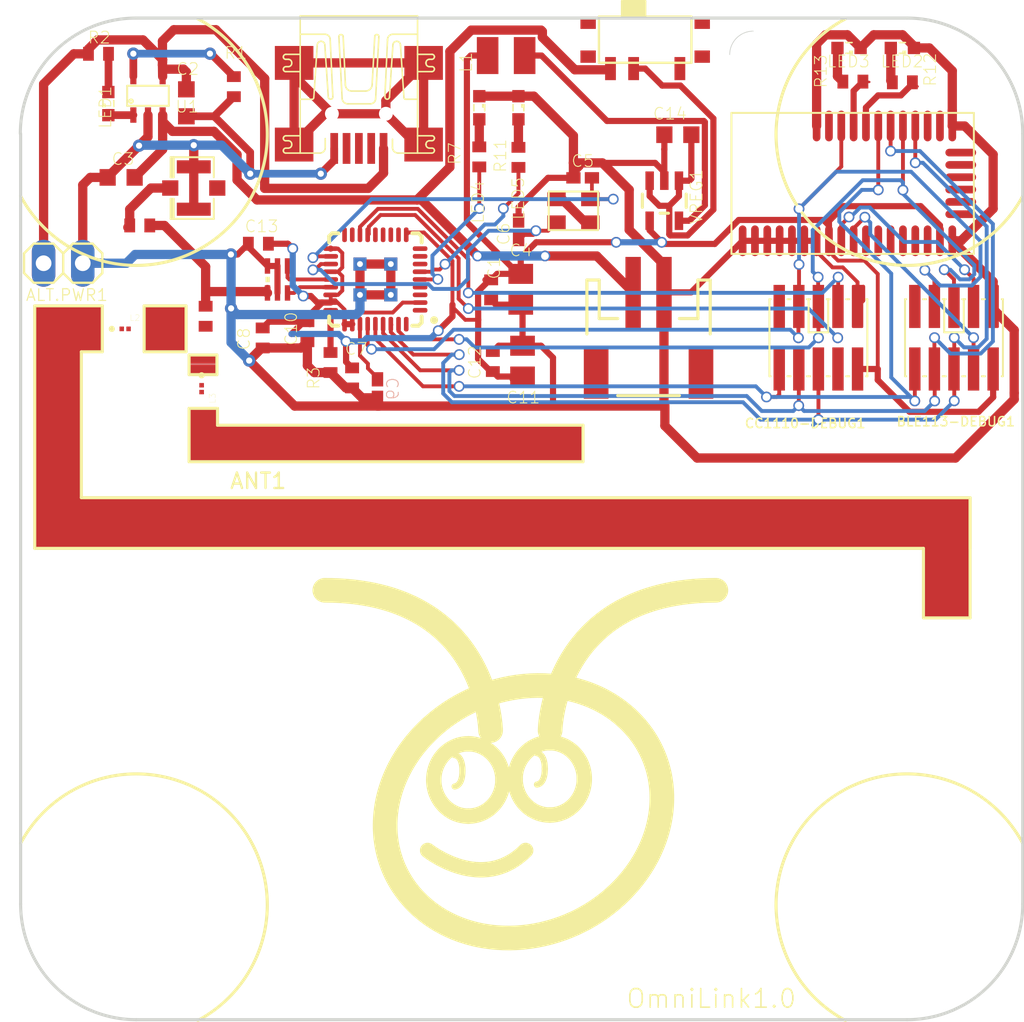
<source format=kicad_pcb>
(kicad_pcb (version 20171130) (host pcbnew "(5.1.5)-3")

  (general
    (thickness 1.6)
    (drawings 33)
    (tracks 706)
    (zones 0)
    (modules 45)
    (nets 73)
  )

  (page A4)
  (layers
    (0 Top signal)
    (31 Bottom signal)
    (32 B.Adhes user)
    (33 F.Adhes user)
    (34 B.Paste user)
    (35 F.Paste user)
    (36 B.SilkS user)
    (37 F.SilkS user)
    (38 B.Mask user)
    (39 F.Mask user)
    (40 Dwgs.User user)
    (41 Cmts.User user)
    (42 Eco1.User user)
    (43 Eco2.User user)
    (44 Edge.Cuts user)
    (45 Margin user)
    (46 B.CrtYd user)
    (47 F.CrtYd user)
    (48 B.Fab user)
    (49 F.Fab user)
  )

  (setup
    (last_trace_width 2)
    (user_trace_width 0.15)
    (user_trace_width 0.2)
    (user_trace_width 0.25)
    (user_trace_width 0.4)
    (user_trace_width 0.5)
    (user_trace_width 0.6)
    (user_trace_width 2)
    (user_trace_width 2.8)
    (trace_clearance 0.1524)
    (zone_clearance 0.508)
    (zone_45_only no)
    (trace_min 0)
    (via_size 0.8)
    (via_drill 0.4)
    (via_min_size 0.4)
    (via_min_drill 0.3)
    (user_via 0.4 0.3)
    (user_via 0.7 0.5)
    (uvia_size 0.3)
    (uvia_drill 0.1)
    (uvias_allowed no)
    (uvia_min_size 0.2)
    (uvia_min_drill 0.1)
    (edge_width 0.05)
    (segment_width 0.2)
    (pcb_text_width 0.3)
    (pcb_text_size 1.5 1.5)
    (mod_edge_width 0.12)
    (mod_text_size 1 1)
    (mod_text_width 0.15)
    (pad_size 1.8 1.8)
    (pad_drill 0)
    (pad_to_mask_clearance 0.051)
    (solder_mask_min_width 0.25)
    (aux_axis_origin 0 0)
    (grid_origin 172.7 127.05)
    (visible_elements 7FFFFFFF)
    (pcbplotparams
      (layerselection 0x010fc_ffffffff)
      (usegerberextensions false)
      (usegerberattributes false)
      (usegerberadvancedattributes false)
      (creategerberjobfile false)
      (excludeedgelayer true)
      (linewidth 0.100000)
      (plotframeref false)
      (viasonmask false)
      (mode 1)
      (useauxorigin false)
      (hpglpennumber 1)
      (hpglpenspeed 20)
      (hpglpendiameter 15.000000)
      (psnegative false)
      (psa4output false)
      (plotreference true)
      (plotvalue true)
      (plotinvisibletext false)
      (padsonsilk false)
      (subtractmaskfromsilk false)
      (outputformat 1)
      (mirror false)
      (drillshape 1)
      (scaleselection 1)
      (outputdirectory ""))
  )

  (net 0 "")
  (net 1 GND)
  (net 2 VDD)
  (net 3 V+)
  (net 4 "Net-(CC1110-Pad36)")
  (net 5 "Net-(C9-Pad2)")
  (net 6 "Net-(CC1110-Pad27)")
  (net 7 "Net-(CC1110-Pad24)")
  (net 8 "Net-(CC1110-Pad23)")
  (net 9 "Net-(C6-Pad1)")
  (net 10 "Net-(C5-Pad1)")
  (net 11 "Net-(CC1110-Pad18)")
  (net 12 "Net-(CC1110-Pad17)")
  (net 13 "Net-(CC1110-Pad14)")
  (net 14 "Net-(CC1110-Pad13)")
  (net 15 "Net-(CC1110-Pad12)")
  (net 16 "Net-(CC1110-Pad11)")
  (net 17 "Net-(CC1110-Pad9)")
  (net 18 "Net-(CC1110-Pad8)")
  (net 19 "Net-(CC1110-Pad7)")
  (net 20 /P0_1)
  (net 21 /P0_0)
  (net 22 "Net-(CC1110-Pad4)")
  (net 23 "Net-(CC1110-Pad3)")
  (net 24 "Net-(CC1110-Pad1)")
  (net 25 "Net-(X1-Pad2)")
  (net 26 "Net-(R1-Pad2)")
  (net 27 /VIN_USB)
  (net 28 /VBAT)
  (net 29 "Net-(LED1-PadC)")
  (net 30 "Net-(X3-Pad4)")
  (net 31 "Net-(X3-Pad3)")
  (net 32 "Net-(X3-Pad2)")
  (net 33 "Net-(LED1-PadA)")
  (net 34 "Net-(J1-PadP$3)")
  (net 35 "Net-(R13-Pad2)")
  (net 36 "Net-(R12-Pad2)")
  (net 37 "Net-(U3-PadP0_6)")
  (net 38 "Net-(U3-PadP0_7)")
  (net 39 "Net-(U3-PadP1_0)")
  (net 40 "Net-(U3-PadP1_1)")
  (net 41 "Net-(U3-PadP1_2)")
  (net 42 "Net-(U3-PadSCL)")
  (net 43 "Net-(U3-PadSDA)")
  (net 44 "Net-(U3-PadP1_5)")
  (net 45 "Net-(U3-PadP1_4)")
  (net 46 "Net-(U3-PadP1_3)")
  (net 47 "Net-(U3-PadP2_0)")
  (net 48 "Net-(U3-PadP1_7)")
  (net 49 "Net-(U3-PadP1_6)")
  (net 50 "Net-(IC1-Pad1)")
  (net 51 "Net-(ANT1-Pad1)")
  (net 52 "Net-(LED4-PadA)")
  (net 53 "Net-(LED5-PadA)")
  (net 54 "Net-(LED2-PadA)")
  (net 55 "Net-(LED3-PadA)")
  (net 56 "Net-(L1-Pad2)")
  (net 57 "Net-(BLE113-DEBUG1-Pad5)")
  (net 58 "Net-(BLE113-DEBUG1-Pad6)")
  (net 59 "Net-(BLE113-DEBUG1-Pad8)")
  (net 60 "Net-(BLE113-DEBUG1-Pad10)")
  (net 61 "Net-(BLE113-DEBUG1-Pad7)")
  (net 62 "Net-(CC1110-DEBUG1-Pad3)")
  (net 63 "Net-(CC1110-DEBUG1-Pad4)")
  (net 64 "Net-(BLE113-DEBUG1-Pad3)")
  (net 65 "Net-(BLE113-DEBUG1-Pad4)")
  (net 66 "Net-(CC1110-DEBUG1-Pad9)")
  (net 67 "Net-(BLE113-DEBUG1-Pad9)")
  (net 68 "Net-(PWR1-PadNO)")
  (net 69 "Net-(ANT1-Pad2)")
  (net 70 "Net-(ANT1-Pad3)")
  (net 71 "Net-(ANT1-Pad5)")
  (net 72 "Net-(ANT1-Pad4)")

  (net_class Default "This is the default net class."
    (clearance 0.1524)
    (trace_width 0.25)
    (via_dia 0.8)
    (via_drill 0.4)
    (uvia_dia 0.3)
    (uvia_drill 0.1)
    (add_net /P0_0)
    (add_net /P0_1)
    (add_net /VBAT)
    (add_net /VIN_USB)
    (add_net GND)
    (add_net "Net-(ANT1-Pad1)")
    (add_net "Net-(ANT1-Pad2)")
    (add_net "Net-(ANT1-Pad3)")
    (add_net "Net-(ANT1-Pad4)")
    (add_net "Net-(ANT1-Pad5)")
    (add_net "Net-(BLE113-DEBUG1-Pad10)")
    (add_net "Net-(BLE113-DEBUG1-Pad3)")
    (add_net "Net-(BLE113-DEBUG1-Pad4)")
    (add_net "Net-(BLE113-DEBUG1-Pad5)")
    (add_net "Net-(BLE113-DEBUG1-Pad6)")
    (add_net "Net-(BLE113-DEBUG1-Pad7)")
    (add_net "Net-(BLE113-DEBUG1-Pad8)")
    (add_net "Net-(BLE113-DEBUG1-Pad9)")
    (add_net "Net-(C5-Pad1)")
    (add_net "Net-(C6-Pad1)")
    (add_net "Net-(C9-Pad2)")
    (add_net "Net-(CC1110-DEBUG1-Pad3)")
    (add_net "Net-(CC1110-DEBUG1-Pad4)")
    (add_net "Net-(CC1110-DEBUG1-Pad9)")
    (add_net "Net-(CC1110-Pad1)")
    (add_net "Net-(CC1110-Pad11)")
    (add_net "Net-(CC1110-Pad12)")
    (add_net "Net-(CC1110-Pad13)")
    (add_net "Net-(CC1110-Pad14)")
    (add_net "Net-(CC1110-Pad17)")
    (add_net "Net-(CC1110-Pad18)")
    (add_net "Net-(CC1110-Pad23)")
    (add_net "Net-(CC1110-Pad24)")
    (add_net "Net-(CC1110-Pad27)")
    (add_net "Net-(CC1110-Pad3)")
    (add_net "Net-(CC1110-Pad36)")
    (add_net "Net-(CC1110-Pad4)")
    (add_net "Net-(CC1110-Pad7)")
    (add_net "Net-(CC1110-Pad8)")
    (add_net "Net-(CC1110-Pad9)")
    (add_net "Net-(IC1-Pad1)")
    (add_net "Net-(J1-PadP$3)")
    (add_net "Net-(L1-Pad2)")
    (add_net "Net-(LED1-PadA)")
    (add_net "Net-(LED1-PadC)")
    (add_net "Net-(LED2-PadA)")
    (add_net "Net-(LED3-PadA)")
    (add_net "Net-(LED4-PadA)")
    (add_net "Net-(LED5-PadA)")
    (add_net "Net-(PWR1-PadNO)")
    (add_net "Net-(R1-Pad2)")
    (add_net "Net-(R12-Pad2)")
    (add_net "Net-(R13-Pad2)")
    (add_net "Net-(U3-PadP0_6)")
    (add_net "Net-(U3-PadP0_7)")
    (add_net "Net-(U3-PadP1_0)")
    (add_net "Net-(U3-PadP1_1)")
    (add_net "Net-(U3-PadP1_2)")
    (add_net "Net-(U3-PadP1_3)")
    (add_net "Net-(U3-PadP1_4)")
    (add_net "Net-(U3-PadP1_5)")
    (add_net "Net-(U3-PadP1_6)")
    (add_net "Net-(U3-PadP1_7)")
    (add_net "Net-(U3-PadP2_0)")
    (add_net "Net-(U3-PadSCL)")
    (add_net "Net-(U3-PadSDA)")
    (add_net "Net-(X1-Pad2)")
    (add_net "Net-(X3-Pad2)")
    (add_net "Net-(X3-Pad3)")
    (add_net "Net-(X3-Pad4)")
    (add_net V+)
    (add_net VDD)
  )

  (module board:ComboAntenna (layer Top) (tedit 5E7FAC4C) (tstamp 5E8145B9)
    (at 142.58 117.26)
    (path /5EA5B2AE)
    (fp_text reference ANT1 (at -3.97 6.93) (layer F.SilkS)
      (effects (font (size 1 1) (thickness 0.15)))
    )
    (fp_text value MultiAntenna (at -19.87 4.96 90) (layer F.Fab)
      (effects (font (size 1 1) (thickness 0.15)))
    )
    (fp_text user "433.93MHz Antenna" (at 10.01 9.79) (layer F.Fab)
      (effects (font (size 1 1) (thickness 0.15)))
    )
    (fp_line (start -11.36632 -1.454162) (end -11.36632 -4.434004) (layer F.SilkS) (width 0.2))
    (fp_poly (pts (xy -14.17 -1.55) (xy -15.53 -1.55) (xy -15.52 8.11) (xy 42.11 8.1)
      (xy 42.11 15.72) (xy 39.27 15.72) (xy 39.27 11.21) (xy -18.36 11.22)
      (xy -18.36 -4.34) (xy -14.18 -4.34)) (layer Top) (width 0.1))
    (fp_line (start -14.083235 -1.454162) (end -15.441692 -1.454162) (layer F.SilkS) (width 0.2))
    (fp_line (start 39.181444 11.303295) (end -18.465356 11.303295) (layer F.SilkS) (width 0.2))
    (fp_line (start -15.441692 8.016705) (end 42.205108 8.019405) (layer F.SilkS) (width 0.2))
    (fp_line (start 42.205108 8.019405) (end 42.205108 11.303295) (layer F.SilkS) (width 0.2))
    (fp_line (start -14.083235 -4.434004) (end -14.083235 -1.454162) (layer F.SilkS) (width 0.2))
    (fp_line (start -8.649405 -1.454162) (end -11.36632 -1.454162) (layer F.SilkS) (width 0.2))
    (fp_line (start -8.649405 -4.434004) (end -8.649405 -1.454162) (layer F.SilkS) (width 0.2))
    (fp_line (start -18.465356 11.303295) (end -18.465356 -4.434004) (layer F.SilkS) (width 0.2))
    (fp_line (start -15.441692 -1.454162) (end -15.441692 8.016705) (layer F.SilkS) (width 0.2))
    (fp_line (start 39.181444 15.814093) (end 39.181444 11.303295) (layer F.SilkS) (width 0.2))
    (fp_line (start -18.465356 -4.434004) (end -14.083235 -4.434004) (layer F.SilkS) (width 0.2))
    (fp_line (start -11.36632 -4.434004) (end -8.649405 -4.434004) (layer F.SilkS) (width 0.2))
    (fp_line (start 42.205108 8.019405) (end 42.205108 15.814093) (layer F.SilkS) (width 0.2))
    (fp_line (start 39.181444 15.814093) (end 42.205108 15.814093) (layer F.SilkS) (width 0.2))
    (fp_text user "915MHz Antenna" (at 3.84 4.48) (layer F.Fab)
      (effects (font (size 1 1) (thickness 0.15)))
    )
    (fp_line (start 17.097091 5.679589) (end -8.450673 5.679589) (layer F.SilkS) (width 0.2))
    (fp_line (start 17.097091 3.313244) (end 17.097091 5.679589) (layer F.SilkS) (width 0.2))
    (fp_line (start -6.610182 3.313244) (end 17.097091 3.313244) (layer F.SilkS) (width 0.2))
    (fp_line (start -6.610182 2.217714) (end -6.610182 3.313244) (layer F.SilkS) (width 0.2))
    (fp_line (start -8.450673 2.217714) (end -6.610182 2.217714) (layer F.SilkS) (width 0.2))
    (fp_line (start -8.450673 5.679589) (end -8.450673 2.217714) (layer F.SilkS) (width 0.2))
    (fp_line (start -8.450673 0.026653) (end -8.450673 -1.244162) (layer F.SilkS) (width 0.2))
    (fp_poly (pts (xy -6.66 3.4) (xy 17.02 3.39) (xy 17.02 5.6) (xy -8.36 5.6)
      (xy -8.36 2.3) (xy -6.66 2.3)) (layer Top) (width 0.1))
    (fp_line (start -6.648479 0.029601) (end -8.450673 0.026653) (layer F.SilkS) (width 0.2))
    (fp_line (start -6.648479 -1.244162) (end -6.648479 0.029601) (layer F.SilkS) (width 0.2))
    (fp_line (start -8.450673 -1.244162) (end -6.648479 -1.244162) (layer F.SilkS) (width 0.2))
    (pad 5 smd rect (at -7.53 -0.34) (size 1.8 0.6) (layers Top F.Paste F.Mask)
      (net 71 "Net-(ANT1-Pad5)"))
    (pad 3 smd rect (at -9.37 -2.94) (size 1.4 3) (layers Top F.Paste F.Mask)
      (net 70 "Net-(ANT1-Pad3)"))
    (pad 1 smd rect (at -15.59 -2.94) (size 3 3) (layers Top F.Paste F.Mask)
      (net 51 "Net-(ANT1-Pad1)"))
    (pad 2 smd rect (at -10.63 -2.96) (size 1.4 3) (layers Top F.Paste F.Mask)
      (net 69 "Net-(ANT1-Pad2)"))
    (pad 6 smd rect (at -7.52 3.14) (size 1.8 1.8) (layers Top F.Paste F.Mask)
      (net 70 "Net-(ANT1-Pad3)"))
    (pad 4 smd rect (at -7.53 -0.97) (size 1.8 0.6) (layers Top F.Paste F.Mask)
      (net 72 "Net-(ANT1-Pad4)"))
  )

  (module board:INDC0402X22N (layer Top) (tedit 5E7F79A0) (tstamp 5E80CDE8)
    (at 134.94 118.2 270)
    (path /5E9544D4)
    (fp_text reference L3 (at 0.63 -0.71 90) (layer F.SilkS)
      (effects (font (size 0.393701 0.393701) (thickness 0.015)))
    )
    (fp_text value " 47nh" (at 2.38 0.71 90) (layer F.Fab)
      (effects (font (size 0.393701 0.393701) (thickness 0.015)))
    )
    (fp_circle (center -0.869 0) (end -0.769 0) (layer F.SilkS) (width 0.2))
    (fp_circle (center -0.869 0) (end -0.769 0) (layer F.Fab) (width 0.2))
    (fp_line (start 0.21 0.11) (end -0.21 0.11) (layer F.Fab) (width 0.127))
    (fp_line (start 0.21 -0.11) (end -0.21 -0.11) (layer F.Fab) (width 0.127))
    (fp_line (start 0.21 0.11) (end 0.21 -0.11) (layer F.Fab) (width 0.127))
    (fp_line (start -0.21 0.11) (end -0.21 -0.11) (layer F.Fab) (width 0.127))
    (fp_line (start -0.619 0.399) (end 0.619 0.399) (layer F.CrtYd) (width 0.05))
    (fp_line (start -0.619 -0.399) (end 0.619 -0.399) (layer F.CrtYd) (width 0.05))
    (fp_line (start -0.619 0.399) (end -0.619 -0.399) (layer F.CrtYd) (width 0.05))
    (fp_line (start 0.619 0.399) (end 0.619 -0.399) (layer F.CrtYd) (width 0.05))
    (pad 1 smd rect (at -0.222 0 270) (size 0.29 0.3) (layers Top F.Paste F.Mask)
      (net 72 "Net-(ANT1-Pad4)"))
    (pad 2 smd rect (at 0.222 0 270) (size 0.29 0.3) (layers Top F.Paste F.Mask)
      (net 71 "Net-(ANT1-Pad5)"))
  )

  (module board:BLE113-A (layer Top) (tedit 0) (tstamp 5E7B9482)
    (at 177.168602 104.8789 90)
    (descr "<p>Bluetooth Low Energy single-mode module - Bluetooth 4.0 (CC2541). BLE113-A variant has an on-module ceramic chip antenna.</p>\n<p><strong>BLE113-A variant includes keepout/restrict area. Antenna edge of the module should be flush up against the edge of the PCB. See datasheet for variant layout details.</strong></p>\n<p>The BLE113 is a Bluetooth Smart module targeted for small and low-power sensors and accessories. It integrates all features required for a Bluetooth Smart application, including Bluetooth radio, software stack, and GATT-based profiles. The BLE113 Bluetooth Smart module can also host end-user applications, which means no external micro controller is required in size or price constrained devices. Moreover, it has flexible hardware interfaces to connect to different peripherals and sensors and can be powered directly from a standard 3V coin cell battery or a pair of AAA batteries.</p>\n<p>In the lowest power sleep mode it merely consumes 500 nA and will wake up within a few hundred microseconds.</p>\n<p>The BLE113 Bluetooth Smart module conusmer approximately 30% less power and is smaller than the BLE112 Bluetooth Smart Module.</p>\n<p><a href=\"http://www.bluegiga.com/en-US/products/bluetooth-4.0-modules/ble113-bluetooth--smart-module\">http://www.bluegiga.com/en-US/products/bluetooth-4.0-modules/ble113-bluetooth--smart-module</a><br /><a href=\"https://github.com/jrowberg/sf-oshw\">https://github.com/jrowberg/sf-oshw</a></p>\n<p><em>Last updated 2014-01-04 by Jeff Rowberg &lt;jeff@rowberg.net&gt;</em></p>")
    (path /C6A83FC2)
    (fp_text reference U3 (at -4.55 -8.15 90) (layer F.SilkS) hide
      (effects (font (size 0.9652 0.9652) (thickness 0.08128)) (justify left bottom))
    )
    (fp_text value BLE113-A (at -3.2311 9.291398 90) (layer F.Fab)
      (effects (font (size 0.9652 0.9652) (thickness 0.077216)) (justify left bottom))
    )
    (fp_poly (pts (xy 1 -6) (xy 4 -6) (xy 4 -7) (xy 1 -7)) (layer F.Fab) (width 0))
    (fp_poly (pts (xy -1.075 -3) (xy 10 -3) (xy 10 -7.8625) (xy -1.075 -7.8625)) (layer Dwgs.User) (width 0))
    (fp_poly (pts (xy -1.075 -3) (xy 10 -3) (xy 10 -7.8625) (xy -1.075 -7.8625)) (layer Dwgs.User) (width 0))
    (fp_poly (pts (xy -1.075 -3) (xy 10 -3) (xy 10 -7.8625) (xy -1.075 -7.8625)) (layer Dwgs.User) (width 0))
    (fp_poly (pts (xy -1.075 -3) (xy 10 -3) (xy 10 -7.8625) (xy -1.075 -7.8625)) (layer Dwgs.User) (width 0))
    (fp_poly (pts (xy -1.075 -3) (xy 10 -3) (xy 10 -7.8625) (xy -1.075 -7.8625)) (layer Dwgs.User) (width 0))
    (fp_text user 36 (at 1.35 -2.05 90) (layer F.Fab)
      (effects (font (size 0.57912 0.57912) (thickness 0.048768)) (justify left bottom))
    )
    (fp_text user 25 (at 3 7.55 90) (layer F.Fab)
      (effects (font (size 0.57912 0.57912) (thickness 0.048768)) (justify left bottom))
    )
    (fp_text user 18 (at -4 7.55 90) (layer F.Fab)
      (effects (font (size 0.57912 0.57912) (thickness 0.048768)) (justify left bottom))
    )
    (fp_text user 1 (at -2.3 -6.85 90) (layer F.Fab)
      (effects (font (size 0.57912 0.57912) (thickness 0.048768)) (justify left bottom))
    )
    (fp_line (start 4.575 7.8625) (end -4.575 7.8625) (layer F.SilkS) (width 0.127))
    (fp_line (start 4.575 -7.8625) (end 4.575 7.8625) (layer F.SilkS) (width 0.127))
    (fp_line (start -4.575 -7.8625) (end 4.575 -7.8625) (layer F.SilkS) (width 0.127))
    (fp_line (start -4.575 7.8625) (end -4.575 -7.8625) (layer F.SilkS) (width 0.127))
    (pad GND@10 smd roundrect (at 3.725 -2.3375 180) (size 0.5 2) (layers Top F.Paste F.Mask) (roundrect_rratio 0.5)
      (net 1 GND) (solder_mask_margin 0.0762))
    (pad NC@2 smd roundrect (at 3.725 -1.5375 180) (size 0.5 2) (layers Top F.Paste F.Mask) (roundrect_rratio 0.5)
      (solder_mask_margin 0.0762))
    (pad RESET smd roundrect (at 3.725 -0.7375 180) (size 0.5 2) (layers Top F.Paste F.Mask) (roundrect_rratio 0.5)
      (net 61 "Net-(BLE113-DEBUG1-Pad7)") (solder_mask_margin 0.0762))
    (pad P0_0 smd roundrect (at 3.725 0.0625 180) (size 0.5 2) (layers Top F.Paste F.Mask) (roundrect_rratio 0.5)
      (net 35 "Net-(R13-Pad2)") (solder_mask_margin 0.0762))
    (pad P0_1 smd roundrect (at 3.725 0.8625 180) (size 0.5 2) (layers Top F.Paste F.Mask) (roundrect_rratio 0.5)
      (net 36 "Net-(R12-Pad2)") (solder_mask_margin 0.0762))
    (pad P0_2 smd roundrect (at 3.725 1.6625 180) (size 0.5 2) (layers Top F.Paste F.Mask) (roundrect_rratio 0.5)
      (net 60 "Net-(BLE113-DEBUG1-Pad10)") (solder_mask_margin 0.0762))
    (pad P0_3 smd roundrect (at 3.725 2.4625 180) (size 0.5 2) (layers Top F.Paste F.Mask) (roundrect_rratio 0.5)
      (net 59 "Net-(BLE113-DEBUG1-Pad8)") (solder_mask_margin 0.0762))
    (pad P0_4 smd roundrect (at 3.725 3.2625 180) (size 0.5 2) (layers Top F.Paste F.Mask) (roundrect_rratio 0.5)
      (net 57 "Net-(BLE113-DEBUG1-Pad5)") (solder_mask_margin 0.0762))
    (pad P0_5 smd roundrect (at 3.725 4.0625 180) (size 0.5 2) (layers Top F.Paste F.Mask) (roundrect_rratio 0.5)
      (net 58 "Net-(BLE113-DEBUG1-Pad6)") (solder_mask_margin 0.0762))
    (pad P0_6 smd roundrect (at 3.725 4.8625 180) (size 0.5 2) (layers Top F.Paste F.Mask) (roundrect_rratio 0.5)
      (net 37 "Net-(U3-PadP0_6)") (solder_mask_margin 0.0762))
    (pad P0_7 smd roundrect (at 3.725 5.6625 180) (size 0.5 2) (layers Top F.Paste F.Mask) (roundrect_rratio 0.5)
      (net 38 "Net-(U3-PadP0_7)") (solder_mask_margin 0.0762))
    (pad GND@9 smd roundrect (at 3.725 6.4625 180) (size 0.5 2) (layers Top F.Paste F.Mask) (roundrect_rratio 0.5)
      (net 1 GND) (solder_mask_margin 0.0762))
    (pad P1_0 smd roundrect (at 2 7.0125 90) (size 0.5 2) (layers Top F.Paste F.Mask) (roundrect_rratio 0.5)
      (net 39 "Net-(U3-PadP1_0)") (solder_mask_margin 0.0762))
    (pad P1_1 smd roundrect (at 1.2 7.0125 90) (size 0.5 2) (layers Top F.Paste F.Mask) (roundrect_rratio 0.5)
      (net 40 "Net-(U3-PadP1_1)") (solder_mask_margin 0.0762))
    (pad P1_2 smd roundrect (at 0.4 7.0125 90) (size 0.5 2) (layers Top F.Paste F.Mask) (roundrect_rratio 0.5)
      (net 41 "Net-(U3-PadP1_2)") (solder_mask_margin 0.0762))
    (pad SCL smd roundrect (at -3.725 3.2625 180) (size 0.5 2) (layers Top F.Paste F.Mask) (roundrect_rratio 0.5)
      (net 42 "Net-(U3-PadSCL)") (solder_mask_margin 0.0762))
    (pad SDA smd roundrect (at -3.725 4.0625 180) (size 0.5 2) (layers Top F.Paste F.Mask) (roundrect_rratio 0.5)
      (net 43 "Net-(U3-PadSDA)") (solder_mask_margin 0.0762))
    (pad NC smd roundrect (at -3.725 4.8625 180) (size 0.5 2) (layers Top F.Paste F.Mask) (roundrect_rratio 0.5)
      (solder_mask_margin 0.0762))
    (pad DVDD smd roundrect (at -3.725 5.6625 180) (size 0.5 2) (layers Top F.Paste F.Mask) (roundrect_rratio 0.5)
      (net 2 VDD) (solder_mask_margin 0.0762))
    (pad GND@8 smd roundrect (at -3.725 6.4625 180) (size 0.5 2) (layers Top F.Paste F.Mask) (roundrect_rratio 0.5)
      (net 1 GND) (solder_mask_margin 0.0762))
    (pad P1_5 smd roundrect (at -2 7.0125 270) (size 0.5 2) (layers Top F.Paste F.Mask) (roundrect_rratio 0.5)
      (net 44 "Net-(U3-PadP1_5)") (solder_mask_margin 0.0762))
    (pad P1_4 smd roundrect (at -1.2 7.0125 270) (size 0.5 2) (layers Top F.Paste F.Mask) (roundrect_rratio 0.5)
      (net 45 "Net-(U3-PadP1_4)") (solder_mask_margin 0.0762))
    (pad P1_3 smd roundrect (at -0.4 7.0125 270) (size 0.5 2) (layers Top F.Paste F.Mask) (roundrect_rratio 0.5)
      (net 46 "Net-(U3-PadP1_3)") (solder_mask_margin 0.0762))
    (pad GND smd roundrect (at -3.725 -7.1375 180) (size 0.5 2) (layers Top F.Paste F.Mask) (roundrect_rratio 0.5)
      (net 1 GND) (solder_mask_margin 0.0762))
    (pad GND@2 smd roundrect (at -3.725 -6.3375 180) (size 0.5 2) (layers Top F.Paste F.Mask) (roundrect_rratio 0.5)
      (net 1 GND) (solder_mask_margin 0.0762))
    (pad GND@3 smd roundrect (at -3.725 -5.5375 180) (size 0.5 2) (layers Top F.Paste F.Mask) (roundrect_rratio 0.5)
      (net 1 GND) (solder_mask_margin 0.0762))
    (pad GND@4 smd roundrect (at -3.725 -4.7375 180) (size 0.5 2) (layers Top F.Paste F.Mask) (roundrect_rratio 0.5)
      (net 1 GND) (solder_mask_margin 0.0762))
    (pad GND@5 smd roundrect (at -3.725 -3.9375 180) (size 0.5 2) (layers Top F.Paste F.Mask) (roundrect_rratio 0.5)
      (net 1 GND) (solder_mask_margin 0.0762))
    (pad GND@6 smd roundrect (at -3.725 -3.1375 180) (size 0.5 2) (layers Top F.Paste F.Mask) (roundrect_rratio 0.5)
      (net 1 GND) (solder_mask_margin 0.0762))
    (pad GND@7 smd roundrect (at -3.725 -2.3375 180) (size 0.5 2) (layers Top F.Paste F.Mask) (roundrect_rratio 0.5)
      (net 1 GND) (solder_mask_margin 0.0762))
    (pad AVDD smd roundrect (at -3.725 -1.5375 180) (size 0.5 2) (layers Top F.Paste F.Mask) (roundrect_rratio 0.5)
      (net 2 VDD) (solder_mask_margin 0.0762))
    (pad P2_2 smd roundrect (at -3.725 -0.7375 180) (size 0.5 2) (layers Top F.Paste F.Mask) (roundrect_rratio 0.5)
      (net 64 "Net-(BLE113-DEBUG1-Pad3)") (solder_mask_margin 0.0762))
    (pad P2_1 smd roundrect (at -3.725 0.0625 180) (size 0.5 2) (layers Top F.Paste F.Mask) (roundrect_rratio 0.5)
      (net 65 "Net-(BLE113-DEBUG1-Pad4)") (solder_mask_margin 0.0762))
    (pad P2_0 smd roundrect (at -3.725 0.8625 180) (size 0.5 2) (layers Top F.Paste F.Mask) (roundrect_rratio 0.5)
      (net 47 "Net-(U3-PadP2_0)") (solder_mask_margin 0.0762))
    (pad P1_7 smd roundrect (at -3.725 1.6625 180) (size 0.5 2) (layers Top F.Paste F.Mask) (roundrect_rratio 0.5)
      (net 48 "Net-(U3-PadP1_7)") (solder_mask_margin 0.0762))
    (pad P1_6 smd roundrect (at -3.725 2.4625 180) (size 0.5 2) (layers Top F.Paste F.Mask) (roundrect_rratio 0.5)
      (net 49 "Net-(U3-PadP1_6)") (solder_mask_margin 0.0762))
  )

  (module board:INDC0402X22N (layer Top) (tedit 5E7F79A0) (tstamp 5E8052EA)
    (at 129.98 114.32)
    (path /5E814B0E)
    (fp_text reference L2 (at 0.63 -0.71) (layer F.SilkS)
      (effects (font (size 0.393701 0.393701) (thickness 0.015)))
    )
    (fp_text value " 27nh" (at 2.38 0.71) (layer F.Fab)
      (effects (font (size 0.393701 0.393701) (thickness 0.015)))
    )
    (fp_circle (center -0.869 0) (end -0.769 0) (layer F.SilkS) (width 0.2))
    (fp_circle (center -0.869 0) (end -0.769 0) (layer F.Fab) (width 0.2))
    (fp_line (start 0.21 0.11) (end -0.21 0.11) (layer F.Fab) (width 0.127))
    (fp_line (start 0.21 -0.11) (end -0.21 -0.11) (layer F.Fab) (width 0.127))
    (fp_line (start 0.21 0.11) (end 0.21 -0.11) (layer F.Fab) (width 0.127))
    (fp_line (start -0.21 0.11) (end -0.21 -0.11) (layer F.Fab) (width 0.127))
    (fp_line (start -0.619 0.399) (end 0.619 0.399) (layer F.CrtYd) (width 0.05))
    (fp_line (start -0.619 -0.399) (end 0.619 -0.399) (layer F.CrtYd) (width 0.05))
    (fp_line (start -0.619 0.399) (end -0.619 -0.399) (layer F.CrtYd) (width 0.05))
    (fp_line (start 0.619 0.399) (end 0.619 -0.399) (layer F.CrtYd) (width 0.05))
    (pad 1 smd rect (at -0.222 0) (size 0.29 0.3) (layers Top F.Paste F.Mask)
      (net 51 "Net-(ANT1-Pad1)"))
    (pad 2 smd rect (at 0.222 0) (size 0.29 0.3) (layers Top F.Paste F.Mask)
      (net 69 "Net-(ANT1-Pad2)"))
  )

  (module board:CC-P05 (layer Top) (tedit 0) (tstamp 5E7D5A6F)
    (at 174.9461 114.893602 180)
    (descr "<p>CC debugger connection using 0.05-inch pitch header.</p>\n<p>Package design from \"pretty-eagle-libs\" at <a href=\"https://github.com/esden/pretty-eagle-libs/blob/master/pel_misc.lbr\">https://github.com/esden/pretty-eagle-libs/blob/master/pel_misc.lbr</a> by @esden at Github. (CC-BY-SA-3.0)</p>\n<p><a href=\"https://github.com/jrowberg/sf-oshw\">https://github.com/jrowberg/sf-oshw</a></p>\n<p><em>Last updated 2014-01-04 by Jeff Rowberg &lt;jeff@rowberg.net&gt;</em></p>")
    (path /1F4D9E2D)
    (fp_text reference CC1110-DEBUG1 (at -3.1139 -5.206398 180) (layer F.SilkS)
      (effects (font (size 0.60325 0.60325) (thickness 0.1016)) (justify right top))
    )
    (fp_text value CC-DEBUG-PWR (at -3.175 4.445 180) (layer F.Fab)
      (effects (font (size 0.60325 0.60325) (thickness 0.1016)) (justify right top))
    )
    (fp_line (start 3.175 -2.5) (end -3.175 -2.5) (layer F.Fab) (width 0.127))
    (fp_line (start -3.175 2.5) (end 3.175 2.5) (layer F.Fab) (width 0.127))
    (fp_line (start 0.635 0.35) (end 0.635 2.5) (layer F.Fab) (width 0.127))
    (fp_line (start -0.635 0.35) (end 0.635 0.35) (layer F.Fab) (width 0.127))
    (fp_line (start -0.635 2.5) (end -0.635 0.35) (layer F.Fab) (width 0.127))
    (fp_line (start 3.175 -2.5) (end 3.175 2.5) (layer F.Fab) (width 0.127))
    (fp_line (start -3.175 -2.5) (end -3.175 2.5) (layer F.Fab) (width 0.127))
    (fp_line (start 0.635 0.35) (end 0.635 2.5) (layer F.SilkS) (width 0.127))
    (fp_line (start -0.635 0.35) (end 0.635 0.35) (layer F.SilkS) (width 0.127))
    (fp_line (start -0.635 2.5) (end -0.635 0.35) (layer F.SilkS) (width 0.127))
    (fp_line (start 1.805 2.5) (end 2.005 2.5) (layer F.SilkS) (width 0.127))
    (fp_line (start 1.805 -2.5) (end 2.005 -2.5) (layer F.SilkS) (width 0.127))
    (fp_line (start 0.635 2.5) (end 0.735 2.5) (layer F.SilkS) (width 0.127))
    (fp_line (start 0.535 2.5) (end 0.635 2.5) (layer F.SilkS) (width 0.127))
    (fp_line (start 0.535 -2.5) (end 0.735 -2.5) (layer F.SilkS) (width 0.127))
    (fp_line (start -0.635 2.5) (end -0.535 2.5) (layer F.SilkS) (width 0.127))
    (fp_line (start -0.735 2.5) (end -0.635 2.5) (layer F.SilkS) (width 0.127))
    (fp_line (start -0.735 -2.5) (end -0.535 -2.5) (layer F.SilkS) (width 0.127))
    (fp_line (start -2.005 2.5) (end -1.805 2.5) (layer F.SilkS) (width 0.127))
    (fp_line (start -2.005 -2.5) (end -1.805 -2.5) (layer F.SilkS) (width 0.127))
    (fp_line (start 3.175 2.5) (end 3.1 2.5) (layer F.SilkS) (width 0.127))
    (fp_line (start 3.175 -2.5) (end 3.1 -2.5) (layer F.SilkS) (width 0.127))
    (fp_line (start -3.175 -2.5) (end -3.1 -2.5) (layer F.SilkS) (width 0.127))
    (fp_line (start -3.175 2.5) (end -3.1 2.5) (layer F.SilkS) (width 0.127))
    (fp_line (start 3.175 -2.5) (end 3.175 2.5) (layer F.SilkS) (width 0.127))
    (fp_line (start -3.175 -2.5) (end -3.175 2.5) (layer F.SilkS) (width 0.127))
    (pad 10 smd rect (at 2.54 -2.03 270) (size 2.8 0.74) (layers Top F.Paste F.Mask)
      (net 60 "Net-(BLE113-DEBUG1-Pad10)") (solder_mask_margin 0.0762))
    (pad 8 smd rect (at 1.27 -2.03 270) (size 2.8 0.74) (layers Top F.Paste F.Mask)
      (net 59 "Net-(BLE113-DEBUG1-Pad8)") (solder_mask_margin 0.0762))
    (pad 6 smd rect (at 0 -2.03 270) (size 2.8 0.74) (layers Top F.Paste F.Mask)
      (net 58 "Net-(BLE113-DEBUG1-Pad6)") (solder_mask_margin 0.0762))
    (pad 4 smd rect (at -1.27 -2.03 270) (size 2.8 0.74) (layers Top F.Paste F.Mask)
      (net 63 "Net-(CC1110-DEBUG1-Pad4)") (solder_mask_margin 0.0762))
    (pad 2 smd rect (at -2.54 -2.03 270) (size 2.8 0.74) (layers Top F.Paste F.Mask)
      (net 2 VDD) (solder_mask_margin 0.0762))
    (pad 9 smd rect (at 2.54 2.03 270) (size 2.8 0.74) (layers Top F.Paste F.Mask)
      (net 66 "Net-(CC1110-DEBUG1-Pad9)") (solder_mask_margin 0.0762))
    (pad 7 smd rect (at 1.27 2.03 270) (size 2.8 0.74) (layers Top F.Paste F.Mask)
      (net 61 "Net-(BLE113-DEBUG1-Pad7)") (solder_mask_margin 0.0762))
    (pad 5 smd rect (at 0 2.03 270) (size 2.8 0.74) (layers Top F.Paste F.Mask)
      (net 57 "Net-(BLE113-DEBUG1-Pad5)") (solder_mask_margin 0.0762))
    (pad 3 smd rect (at -1.27 2.03 270) (size 2.8 0.74) (layers Top F.Paste F.Mask)
      (net 62 "Net-(CC1110-DEBUG1-Pad3)") (solder_mask_margin 0.0762))
    (pad 1 smd roundrect (at -2.54 2.03 270) (size 2.8 0.74) (layers Top F.Paste F.Mask) (roundrect_rratio 0.1)
      (net 1 GND) (solder_mask_margin 0.0762))
  )

  (module board:CC-P05 (layer Top) (tedit 0) (tstamp 5E7D5E18)
    (at 183.7411 114.893602 180)
    (descr "<p>CC debugger connection using 0.05-inch pitch header.</p>\n<p>Package design from \"pretty-eagle-libs\" at <a href=\"https://github.com/esden/pretty-eagle-libs/blob/master/pel_misc.lbr\">https://github.com/esden/pretty-eagle-libs/blob/master/pel_misc.lbr</a> by @esden at Github. (CC-BY-SA-3.0)</p>\n<p><a href=\"https://github.com/jrowberg/sf-oshw\">https://github.com/jrowberg/sf-oshw</a></p>\n<p><em>Last updated 2014-01-04 by Jeff Rowberg &lt;jeff@rowberg.net&gt;</em></p>")
    (path /75538F46)
    (fp_text reference BLE113-DEBUG1 (at 3.7811 -5.796398) (layer F.SilkS)
      (effects (font (size 0.60325 0.60325) (thickness 0.09652)) (justify left bottom))
    )
    (fp_text value CC-DEBUG-PWR (at 3.7111 3.893602) (layer F.Fab)
      (effects (font (size 0.60325 0.60325) (thickness 0.09652)) (justify left bottom))
    )
    (fp_line (start 3.175 -2.5) (end -3.175 -2.5) (layer F.Fab) (width 0.127))
    (fp_line (start -3.175 2.5) (end 3.175 2.5) (layer F.Fab) (width 0.127))
    (fp_line (start 0.635 0.35) (end 0.635 2.5) (layer F.Fab) (width 0.127))
    (fp_line (start -0.635 0.35) (end 0.635 0.35) (layer F.Fab) (width 0.127))
    (fp_line (start -0.635 2.5) (end -0.635 0.35) (layer F.Fab) (width 0.127))
    (fp_line (start 3.175 -2.5) (end 3.175 2.5) (layer F.Fab) (width 0.127))
    (fp_line (start -3.175 -2.5) (end -3.175 2.5) (layer F.Fab) (width 0.127))
    (fp_line (start 0.635 0.35) (end 0.635 2.5) (layer F.SilkS) (width 0.127))
    (fp_line (start -0.635 0.35) (end 0.635 0.35) (layer F.SilkS) (width 0.127))
    (fp_line (start -0.635 2.5) (end -0.635 0.35) (layer F.SilkS) (width 0.127))
    (fp_line (start 1.805 2.5) (end 2.005 2.5) (layer F.SilkS) (width 0.127))
    (fp_line (start 1.805 -2.5) (end 2.005 -2.5) (layer F.SilkS) (width 0.127))
    (fp_line (start 0.635 2.5) (end 0.735 2.5) (layer F.SilkS) (width 0.127))
    (fp_line (start 0.535 2.5) (end 0.635 2.5) (layer F.SilkS) (width 0.127))
    (fp_line (start 0.535 -2.5) (end 0.735 -2.5) (layer F.SilkS) (width 0.127))
    (fp_line (start -0.635 2.5) (end -0.535 2.5) (layer F.SilkS) (width 0.127))
    (fp_line (start -0.735 2.5) (end -0.635 2.5) (layer F.SilkS) (width 0.127))
    (fp_line (start -0.735 -2.5) (end -0.535 -2.5) (layer F.SilkS) (width 0.127))
    (fp_line (start -2.005 2.5) (end -1.805 2.5) (layer F.SilkS) (width 0.127))
    (fp_line (start -2.005 -2.5) (end -1.805 -2.5) (layer F.SilkS) (width 0.127))
    (fp_line (start 3.175 2.5) (end 3.1 2.5) (layer F.SilkS) (width 0.127))
    (fp_line (start 3.175 -2.5) (end 3.1 -2.5) (layer F.SilkS) (width 0.127))
    (fp_line (start -3.175 -2.5) (end -3.1 -2.5) (layer F.SilkS) (width 0.127))
    (fp_line (start -3.175 2.5) (end -3.1 2.5) (layer F.SilkS) (width 0.127))
    (fp_line (start 3.175 -2.5) (end 3.175 2.5) (layer F.SilkS) (width 0.127))
    (fp_line (start -3.175 -2.5) (end -3.175 2.5) (layer F.SilkS) (width 0.127))
    (pad 10 smd rect (at 2.54 -2.03 270) (size 2.8 0.74) (layers Top F.Paste F.Mask)
      (net 60 "Net-(BLE113-DEBUG1-Pad10)") (solder_mask_margin 0.0762))
    (pad 8 smd rect (at 1.27 -2.03 270) (size 2.8 0.74) (layers Top F.Paste F.Mask)
      (net 59 "Net-(BLE113-DEBUG1-Pad8)") (solder_mask_margin 0.0762))
    (pad 6 smd rect (at 0 -2.03 270) (size 2.8 0.74) (layers Top F.Paste F.Mask)
      (net 58 "Net-(BLE113-DEBUG1-Pad6)") (solder_mask_margin 0.0762))
    (pad 4 smd rect (at -1.27 -2.03 270) (size 2.8 0.74) (layers Top F.Paste F.Mask)
      (net 65 "Net-(BLE113-DEBUG1-Pad4)") (solder_mask_margin 0.0762))
    (pad 2 smd rect (at -2.54 -2.03 270) (size 2.8 0.74) (layers Top F.Paste F.Mask)
      (net 2 VDD) (solder_mask_margin 0.0762))
    (pad 9 smd rect (at 2.54 2.03 270) (size 2.8 0.74) (layers Top F.Paste F.Mask)
      (net 67 "Net-(BLE113-DEBUG1-Pad9)") (solder_mask_margin 0.0762))
    (pad 7 smd rect (at 1.27 2.03 270) (size 2.8 0.74) (layers Top F.Paste F.Mask)
      (net 61 "Net-(BLE113-DEBUG1-Pad7)") (solder_mask_margin 0.0762))
    (pad 5 smd rect (at 0 2.03 270) (size 2.8 0.74) (layers Top F.Paste F.Mask)
      (net 57 "Net-(BLE113-DEBUG1-Pad5)") (solder_mask_margin 0.0762))
    (pad 3 smd rect (at -1.27 2.03 270) (size 2.8 0.74) (layers Top F.Paste F.Mask)
      (net 64 "Net-(BLE113-DEBUG1-Pad3)") (solder_mask_margin 0.0762))
    (pad 1 smd roundrect (at -2.54 2.03 270) (size 2.8 0.74) (layers Top F.Paste F.Mask) (roundrect_rratio 0.1)
      (net 1 GND) (solder_mask_margin 0.0762))
  )

  (module board:C0402 (layer Top) (tedit 0) (tstamp 5E7D1CFE)
    (at 153.72 111.79 270)
    (descr <b>CAPACITOR</b>)
    (path /AC59532D)
    (fp_text reference C1 (at -0.635 -0.635 90) (layer F.SilkS)
      (effects (font (size 0.76 0.76) (thickness 0.0608)) (justify left bottom))
    )
    (fp_text value 0.1uF (at 1.57 0.75 90) (layer F.Fab)
      (effects (font (size 0.7 0.7) (thickness 0.09652)) (justify left bottom))
    )
    (fp_poly (pts (xy -0.1999 0.3) (xy 0.1999 0.3) (xy 0.1999 -0.3) (xy -0.1999 -0.3)) (layer F.Adhes) (width 0))
    (fp_poly (pts (xy 0.2588 0.3048) (xy 0.5588 0.3048) (xy 0.5588 -0.2951) (xy 0.2588 -0.2951)) (layer F.Fab) (width 0))
    (fp_poly (pts (xy -0.554 0.3048) (xy -0.254 0.3048) (xy -0.254 -0.2951) (xy -0.554 -0.2951)) (layer F.Fab) (width 0))
    (fp_line (start -1.473 0.483) (end -1.473 -0.483) (layer Dwgs.User) (width 0.0508))
    (fp_line (start 1.473 0.483) (end -1.473 0.483) (layer Dwgs.User) (width 0.0508))
    (fp_line (start 1.473 -0.483) (end 1.473 0.483) (layer Dwgs.User) (width 0.0508))
    (fp_line (start -1.473 -0.483) (end 1.473 -0.483) (layer Dwgs.User) (width 0.0508))
    (fp_line (start 0.245 0.224) (end -0.245 0.224) (layer F.Fab) (width 0.1524))
    (fp_line (start -0.245 -0.224) (end 0.245 -0.224) (layer F.Fab) (width 0.1524))
    (pad 2 smd rect (at 0.65 0 270) (size 0.7 0.9) (layers Top F.Paste F.Mask)
      (net 1 GND) (solder_mask_margin 0.0762))
    (pad 1 smd rect (at -0.65 0 270) (size 0.7 0.9) (layers Top F.Paste F.Mask)
      (net 2 VDD) (solder_mask_margin 0.0762))
  )

  (module board:C0402 (layer Top) (tedit 0) (tstamp 5E7B923B)
    (at 141.8011 114.503602 270)
    (descr <b>CAPACITOR</b>)
    (path /6EEB2871)
    (fp_text reference C10 (at 0.946398 0.6111 90) (layer F.SilkS)
      (effects (font (size 0.76 0.76) (thickness 0.0608)) (justify left bottom))
    )
    (fp_text value 0.1uF (at 2.156398 1.5311 180) (layer F.Fab)
      (effects (font (size 0.6 0.6) (thickness 0.09652)) (justify left bottom))
    )
    (fp_poly (pts (xy -0.1999 0.3) (xy 0.1999 0.3) (xy 0.1999 -0.3) (xy -0.1999 -0.3)) (layer F.Adhes) (width 0))
    (fp_poly (pts (xy 0.2588 0.3048) (xy 0.5588 0.3048) (xy 0.5588 -0.2951) (xy 0.2588 -0.2951)) (layer F.Fab) (width 0))
    (fp_poly (pts (xy -0.554 0.3048) (xy -0.254 0.3048) (xy -0.254 -0.2951) (xy -0.554 -0.2951)) (layer F.Fab) (width 0))
    (fp_line (start -1.473 0.483) (end -1.473 -0.483) (layer Dwgs.User) (width 0.0508))
    (fp_line (start 1.473 0.483) (end -1.473 0.483) (layer Dwgs.User) (width 0.0508))
    (fp_line (start 1.473 -0.483) (end 1.473 0.483) (layer Dwgs.User) (width 0.0508))
    (fp_line (start -1.473 -0.483) (end 1.473 -0.483) (layer Dwgs.User) (width 0.0508))
    (fp_line (start 0.245 0.224) (end -0.245 0.224) (layer F.Fab) (width 0.1524))
    (fp_line (start -0.245 -0.224) (end 0.245 -0.224) (layer F.Fab) (width 0.1524))
    (pad 2 smd rect (at 0.65 0 270) (size 0.7 0.9) (layers Top F.Paste F.Mask)
      (net 1 GND) (solder_mask_margin 0.0762))
    (pad 1 smd rect (at -0.65 0 270) (size 0.7 0.9) (layers Top F.Paste F.Mask)
      (net 2 VDD) (solder_mask_margin 0.0762))
  )

  (module board:C0805K (layer Top) (tedit 0) (tstamp 5E7B9249)
    (at 155.7561 116.413602 90)
    (descr "<b>Ceramic Chip Capacitor KEMET 0805 reflow solder</b><p>\nMetric Code Size 2012")
    (path /1F0AD0D9)
    (fp_text reference C11 (at -2.806398 -1.0961) (layer F.SilkS)
      (effects (font (size 0.76 0.76) (thickness 0.0608)) (justify left bottom))
    )
    (fp_text value 10uF (at -1.796398 2.1939 90) (layer F.Fab)
      (effects (font (size 0.9652 0.9652) (thickness 0.077216)) (justify left bottom))
    )
    (fp_poly (pts (xy 0.5 0.65) (xy 1 0.65) (xy 1 -0.65) (xy 0.5 -0.65)) (layer F.Fab) (width 0))
    (fp_poly (pts (xy -1 0.65) (xy -0.5 0.65) (xy -0.5 -0.65) (xy -1 -0.65)) (layer F.Fab) (width 0))
    (fp_line (start 0.925 0.6) (end -0.925 0.6) (layer F.Fab) (width 0.1016))
    (fp_line (start -0.925 -0.6) (end 0.925 -0.6) (layer F.Fab) (width 0.1016))
    (pad 2 smd rect (at 1 0 90) (size 1.3 1.6) (layers Top F.Paste F.Mask)
      (net 1 GND) (solder_mask_margin 0.0762))
    (pad 1 smd rect (at -1 0 90) (size 1.3 1.6) (layers Top F.Paste F.Mask)
      (net 2 VDD) (solder_mask_margin 0.0762))
  )

  (module board:C0402 (layer Top) (tedit 0) (tstamp 5E7B9252)
    (at 153.83 116.44 90)
    (descr <b>CAPACITOR</b>)
    (path /415E56D5)
    (fp_text reference C12 (at -1.19 -0.73 90) (layer F.SilkS)
      (effects (font (size 0.76 0.76) (thickness 0.0608)) (justify left bottom))
    )
    (fp_text value 0.1uF (at -2.37 1.91 90) (layer F.Fab)
      (effects (font (size 1.2065 1.2065) (thickness 0.09652)) (justify left bottom))
    )
    (fp_poly (pts (xy -0.1999 0.3) (xy 0.1999 0.3) (xy 0.1999 -0.3) (xy -0.1999 -0.3)) (layer F.Adhes) (width 0))
    (fp_poly (pts (xy 0.2588 0.3048) (xy 0.5588 0.3048) (xy 0.5588 -0.2951) (xy 0.2588 -0.2951)) (layer F.Fab) (width 0))
    (fp_poly (pts (xy -0.554 0.3048) (xy -0.254 0.3048) (xy -0.254 -0.2951) (xy -0.554 -0.2951)) (layer F.Fab) (width 0))
    (fp_line (start -1.473 0.483) (end -1.473 -0.483) (layer Dwgs.User) (width 0.0508))
    (fp_line (start 1.473 0.483) (end -1.473 0.483) (layer Dwgs.User) (width 0.0508))
    (fp_line (start 1.473 -0.483) (end 1.473 0.483) (layer Dwgs.User) (width 0.0508))
    (fp_line (start -1.473 -0.483) (end 1.473 -0.483) (layer Dwgs.User) (width 0.0508))
    (fp_line (start 0.245 0.224) (end -0.245 0.224) (layer F.Fab) (width 0.1524))
    (fp_line (start -0.245 -0.224) (end 0.245 -0.224) (layer F.Fab) (width 0.1524))
    (pad 2 smd rect (at 0.65 0 90) (size 0.7 0.9) (layers Top F.Paste F.Mask)
      (net 1 GND) (solder_mask_margin 0.0762))
    (pad 1 smd rect (at -0.65 0 90) (size 0.7 0.9) (layers Top F.Paste F.Mask)
      (net 2 VDD) (solder_mask_margin 0.0762))
  )

  (module board:C0402 (layer Top) (tedit 0) (tstamp 5E7B9260)
    (at 138.6211 108.793602 180)
    (descr <b>CAPACITOR</b>)
    (path /69A086C3)
    (fp_text reference C13 (at 0.9311 0.683602) (layer F.SilkS)
      (effects (font (size 0.76 0.76) (thickness 0.0608)) (justify left bottom))
    )
    (fp_text value 0.1uF (at 1.2011 -0.136398 90) (layer F.Fab)
      (effects (font (size 0.7 0.7) (thickness 0.09652)) (justify left bottom))
    )
    (fp_poly (pts (xy -0.1999 0.3) (xy 0.1999 0.3) (xy 0.1999 -0.3) (xy -0.1999 -0.3)) (layer F.Adhes) (width 0))
    (fp_poly (pts (xy 0.2588 0.3048) (xy 0.5588 0.3048) (xy 0.5588 -0.2951) (xy 0.2588 -0.2951)) (layer F.Fab) (width 0))
    (fp_poly (pts (xy -0.554 0.3048) (xy -0.254 0.3048) (xy -0.254 -0.2951) (xy -0.554 -0.2951)) (layer F.Fab) (width 0))
    (fp_line (start -1.473 0.483) (end -1.473 -0.483) (layer Dwgs.User) (width 0.0508))
    (fp_line (start 1.473 0.483) (end -1.473 0.483) (layer Dwgs.User) (width 0.0508))
    (fp_line (start 1.473 -0.483) (end 1.473 0.483) (layer Dwgs.User) (width 0.0508))
    (fp_line (start -1.473 -0.483) (end 1.473 -0.483) (layer Dwgs.User) (width 0.0508))
    (fp_line (start 0.245 0.224) (end -0.245 0.224) (layer F.Fab) (width 0.1524))
    (fp_line (start -0.245 -0.224) (end 0.245 -0.224) (layer F.Fab) (width 0.1524))
    (pad 2 smd rect (at 0.65 0 180) (size 0.7 0.9) (layers Top F.Paste F.Mask)
      (net 1 GND) (solder_mask_margin 0.0762))
    (pad 1 smd rect (at -0.65 0 180) (size 0.7 0.9) (layers Top F.Paste F.Mask)
      (net 2 VDD) (solder_mask_margin 0.0762))
  )

  (module board:C0603K (layer Top) (tedit 0) (tstamp 5E7C92F3)
    (at 133.95 99.65 270)
    (descr "<b>Ceramic Chip Capacitor KEMET 0603 reflow solder</b><p>\nMetric Code Size 1608")
    (path /39D9FF9F)
    (fp_text reference C2 (at -1.75 0.69 180) (layer F.SilkS)
      (effects (font (size 0.76 0.76) (thickness 0.0608)) (justify left bottom))
    )
    (fp_text value 4.7uF (at 1.73 -1.77 90) (layer F.Fab)
      (effects (font (size 0.8 0.8) (thickness 0.077216)) (justify left bottom))
    )
    (fp_poly (pts (xy 0.45 0.4) (xy 0.8 0.4) (xy 0.8 -0.4) (xy 0.45 -0.4)) (layer F.Fab) (width 0))
    (fp_poly (pts (xy -0.8 0.4) (xy -0.45 0.4) (xy -0.45 -0.4) (xy -0.8 -0.4)) (layer F.Fab) (width 0))
    (fp_line (start 0.725 0.35) (end -0.725 0.35) (layer F.Fab) (width 0.1016))
    (fp_line (start -0.725 -0.35) (end 0.725 -0.35) (layer F.Fab) (width 0.1016))
    (pad 2 smd rect (at 0.875 0 270) (size 1.05 1.08) (layers Top F.Paste F.Mask)
      (net 1 GND) (solder_mask_margin 0.0762))
    (pad 1 smd rect (at -0.875 0 270) (size 1.05 1.08) (layers Top F.Paste F.Mask)
      (net 27 /VIN_USB) (solder_mask_margin 0.0762))
  )

  (module board:C0603K (layer Top) (tedit 0) (tstamp 5E7C934A)
    (at 129.72 104.49 180)
    (descr "<b>Ceramic Chip Capacitor KEMET 0603 reflow solder</b><p>\nMetric Code Size 1608")
    (path /79637687)
    (fp_text reference C3 (at 0.66 0.75) (layer F.SilkS)
      (effects (font (size 0.76 0.76) (thickness 0.0608)) (justify left bottom))
    )
    (fp_text value 4.7uF (at 1.78 -1.61 90) (layer F.Fab)
      (effects (font (size 0.9652 0.9652) (thickness 0.077216)) (justify left bottom))
    )
    (fp_poly (pts (xy 0.45 0.4) (xy 0.8 0.4) (xy 0.8 -0.4) (xy 0.45 -0.4)) (layer F.Fab) (width 0))
    (fp_poly (pts (xy -0.8 0.4) (xy -0.45 0.4) (xy -0.45 -0.4) (xy -0.8 -0.4)) (layer F.Fab) (width 0))
    (fp_line (start 0.725 0.35) (end -0.725 0.35) (layer F.Fab) (width 0.1016))
    (fp_line (start -0.725 -0.35) (end 0.725 -0.35) (layer F.Fab) (width 0.1016))
    (pad 2 smd rect (at 0.875 0 180) (size 1.05 1.08) (layers Top F.Paste F.Mask)
      (net 1 GND) (solder_mask_margin 0.0762))
    (pad 1 smd rect (at -0.875 0 180) (size 1.05 1.08) (layers Top F.Paste F.Mask)
      (net 28 /VBAT) (solder_mask_margin 0.0762))
  )

  (module board:C0805K (layer Top) (tedit 0) (tstamp 5E7B9280)
    (at 155.64 111.75 270)
    (descr "<b>Ceramic Chip Capacitor KEMET 0805 reflow solder</b><p>\nMetric Code Size 2012")
    (path /0862CDB0)
    (fp_text reference C4 (at -2.08 0.77) (layer F.SilkS)
      (effects (font (size 0.76 0.76) (thickness 0.0608)) (justify left bottom))
    )
    (fp_text value "10 uF" (at 2.08 -2.16 90) (layer F.Fab)
      (effects (font (size 0.9652 0.9652) (thickness 0.077216)) (justify left bottom))
    )
    (fp_poly (pts (xy 0.5 0.65) (xy 1 0.65) (xy 1 -0.65) (xy 0.5 -0.65)) (layer F.Fab) (width 0))
    (fp_poly (pts (xy -1 0.65) (xy -0.5 0.65) (xy -0.5 -0.65) (xy -1 -0.65)) (layer F.Fab) (width 0))
    (fp_line (start 0.925 0.6) (end -0.925 0.6) (layer F.Fab) (width 0.1016))
    (fp_line (start -0.925 -0.6) (end 0.925 -0.6) (layer F.Fab) (width 0.1016))
    (pad 2 smd rect (at 1 0 270) (size 1.3 1.6) (layers Top F.Paste F.Mask)
      (net 1 GND) (solder_mask_margin 0.0762))
    (pad 1 smd rect (at -1 0 270) (size 1.3 1.6) (layers Top F.Paste F.Mask)
      (net 2 VDD) (solder_mask_margin 0.0762))
  )

  (module board:C0402K (layer Top) (tedit 0) (tstamp 5E7B9289)
    (at 159.6561 104.518602 180)
    (descr "<b>Ceramic Chip Capacitor KEMET 0204 reflow solder</b><p>\nMetric Code Size 1005")
    (path /514C2054)
    (fp_text reference C5 (at 0.7761 0.648602) (layer F.SilkS)
      (effects (font (size 0.76 0.76) (thickness 0.0608)) (justify left bottom))
    )
    (fp_text value "12pF ±5%" (at 2.8261 0.608602) (layer F.Fab)
      (effects (font (size 0.8 0.8) (thickness 0.077216)) (justify left bottom))
    )
    (fp_poly (pts (xy 0.225 0.25) (xy 0.5 0.25) (xy 0.5 -0.25) (xy 0.225 -0.25)) (layer F.Fab) (width 0))
    (fp_poly (pts (xy -0.5 0.25) (xy -0.225 0.25) (xy -0.225 -0.25) (xy -0.5 -0.25)) (layer F.Fab) (width 0))
    (fp_line (start 0.425 0.2) (end -0.425 0.2) (layer F.Fab) (width 0.1016))
    (fp_line (start -0.425 -0.2) (end 0.425 -0.2) (layer F.Fab) (width 0.1016))
    (pad 2 smd rect (at 0.6 0 180) (size 0.925 0.74) (layers Top F.Paste F.Mask)
      (net 1 GND) (solder_mask_margin 0.0762))
    (pad 1 smd rect (at -0.6 0 180) (size 0.925 0.74) (layers Top F.Paste F.Mask)
      (net 10 "Net-(C5-Pad1)") (solder_mask_margin 0.0762))
  )

  (module board:C0402K (layer Top) (tedit 0) (tstamp 5E7B9292)
    (at 155.5 107.89 90)
    (descr "<b>Ceramic Chip Capacitor KEMET 0204 reflow solder</b><p>\nMetric Code Size 1005")
    (path /FEED78A6)
    (fp_text reference C6 (at -1.05 -0.525 90) (layer F.SilkS)
      (effects (font (size 0.76 0.76) (thickness 0.0608)) (justify left bottom))
    )
    (fp_text value "12pF ±5%" (at -2.39 1.39 90) (layer F.Fab)
      (effects (font (size 0.6 0.6) (thickness 0.077216)) (justify left bottom))
    )
    (fp_poly (pts (xy 0.225 0.25) (xy 0.5 0.25) (xy 0.5 -0.25) (xy 0.225 -0.25)) (layer F.Fab) (width 0))
    (fp_poly (pts (xy -0.5 0.25) (xy -0.225 0.25) (xy -0.225 -0.25) (xy -0.5 -0.25)) (layer F.Fab) (width 0))
    (fp_line (start 0.425 0.2) (end -0.425 0.2) (layer F.Fab) (width 0.1016))
    (fp_line (start -0.425 -0.2) (end 0.425 -0.2) (layer F.Fab) (width 0.1016))
    (pad 2 smd rect (at 0.6 0 90) (size 0.925 0.74) (layers Top F.Paste F.Mask)
      (net 1 GND) (solder_mask_margin 0.0762))
    (pad 1 smd rect (at -0.6 0 90) (size 0.925 0.74) (layers Top F.Paste F.Mask)
      (net 9 "Net-(C6-Pad1)") (solder_mask_margin 0.0762))
  )

  (module board:C0402 (layer Top) (tedit 0) (tstamp 5E7B929B)
    (at 144.7011 117.503602 270)
    (descr <b>CAPACITOR</b>)
    (path /C15D389E)
    (fp_text reference C7 (at -1.443602 0.5211) (layer F.SilkS)
      (effects (font (size 0.76 0.76) (thickness 0.0608)) (justify left bottom))
    )
    (fp_text value 0.1uF (at 1.896398 1.2011 180) (layer F.Fab)
      (effects (font (size 0.6 0.6) (thickness 0.09652)) (justify left bottom))
    )
    (fp_poly (pts (xy -0.1999 0.3) (xy 0.1999 0.3) (xy 0.1999 -0.3) (xy -0.1999 -0.3)) (layer F.Adhes) (width 0))
    (fp_poly (pts (xy 0.2588 0.3048) (xy 0.5588 0.3048) (xy 0.5588 -0.2951) (xy 0.2588 -0.2951)) (layer F.Fab) (width 0))
    (fp_poly (pts (xy -0.554 0.3048) (xy -0.254 0.3048) (xy -0.254 -0.2951) (xy -0.554 -0.2951)) (layer F.Fab) (width 0))
    (fp_line (start -1.473 0.483) (end -1.473 -0.483) (layer Dwgs.User) (width 0.0508))
    (fp_line (start 1.473 0.483) (end -1.473 0.483) (layer Dwgs.User) (width 0.0508))
    (fp_line (start 1.473 -0.483) (end 1.473 0.483) (layer Dwgs.User) (width 0.0508))
    (fp_line (start -1.473 -0.483) (end 1.473 -0.483) (layer Dwgs.User) (width 0.0508))
    (fp_line (start 0.245 0.224) (end -0.245 0.224) (layer F.Fab) (width 0.1524))
    (fp_line (start -0.245 -0.224) (end 0.245 -0.224) (layer F.Fab) (width 0.1524))
    (pad 2 smd rect (at 0.65 0 270) (size 0.7 0.9) (layers Top F.Paste F.Mask)
      (net 1 GND) (solder_mask_margin 0.0762))
    (pad 1 smd rect (at -0.65 0 270) (size 0.7 0.9) (layers Top F.Paste F.Mask)
      (net 2 VDD) (solder_mask_margin 0.0762))
  )

  (module board:C0402 (layer Top) (tedit 0) (tstamp 5E7CA913)
    (at 138.9 114.91 270)
    (descr <b>CAPACITOR</b>)
    (path /A7E76009)
    (fp_text reference C8 (at 0.846398 0.7711 90) (layer F.SilkS)
      (effects (font (size 0.76 0.76) (thickness 0.0608)) (justify left bottom))
    )
    (fp_text value 0.1uF (at 1.56 -1.36 90) (layer F.Fab)
      (effects (font (size 0.8 0.8) (thickness 0.09652)) (justify left bottom))
    )
    (fp_poly (pts (xy -0.1999 0.3) (xy 0.1999 0.3) (xy 0.1999 -0.3) (xy -0.1999 -0.3)) (layer F.Adhes) (width 0))
    (fp_poly (pts (xy 0.2588 0.3048) (xy 0.5588 0.3048) (xy 0.5588 -0.2951) (xy 0.2588 -0.2951)) (layer F.Fab) (width 0))
    (fp_poly (pts (xy -0.554 0.3048) (xy -0.254 0.3048) (xy -0.254 -0.2951) (xy -0.554 -0.2951)) (layer F.Fab) (width 0))
    (fp_line (start -1.473 0.483) (end -1.473 -0.483) (layer Dwgs.User) (width 0.0508))
    (fp_line (start 1.473 0.483) (end -1.473 0.483) (layer Dwgs.User) (width 0.0508))
    (fp_line (start 1.473 -0.483) (end 1.473 0.483) (layer Dwgs.User) (width 0.0508))
    (fp_line (start -1.473 -0.483) (end 1.473 -0.483) (layer Dwgs.User) (width 0.0508))
    (fp_line (start 0.245 0.224) (end -0.245 0.224) (layer F.Fab) (width 0.1524))
    (fp_line (start -0.245 -0.224) (end 0.245 -0.224) (layer F.Fab) (width 0.1524))
    (pad 2 smd rect (at 0.65 0 270) (size 0.7 0.9) (layers Top F.Paste F.Mask)
      (net 1 GND) (solder_mask_margin 0.0762))
    (pad 1 smd rect (at -0.65 0 270) (size 0.7 0.9) (layers Top F.Paste F.Mask)
      (net 2 VDD) (solder_mask_margin 0.0762))
  )

  (module board:C0402K (layer Top) (tedit 0) (tstamp 5E7B92B7)
    (at 146.3461 118.193602 90)
    (descr "<b>Ceramic Chip Capacitor KEMET 0204 reflow solder</b><p>\nMetric Code Size 1005")
    (path /9153FA9E)
    (fp_text reference C9 (at -0.786398 1.4439 90) (layer B.SilkS)
      (effects (font (size 0.76 0.76) (thickness 0.0608)) (justify right bottom mirror))
    )
    (fp_text value 1uF (at -0.5 1.45 180) (layer F.Fab)
      (effects (font (size 0.9652 0.9652) (thickness 0.077216)) (justify left bottom))
    )
    (fp_poly (pts (xy 0.225 0.25) (xy 0.5 0.25) (xy 0.5 -0.25) (xy 0.225 -0.25)) (layer F.Fab) (width 0))
    (fp_poly (pts (xy -0.5 0.25) (xy -0.225 0.25) (xy -0.225 -0.25) (xy -0.5 -0.25)) (layer F.Fab) (width 0))
    (fp_line (start 0.425 0.2) (end -0.425 0.2) (layer F.Fab) (width 0.1016))
    (fp_line (start -0.425 -0.2) (end 0.425 -0.2) (layer F.Fab) (width 0.1016))
    (pad 2 smd rect (at 0.6 0 90) (size 0.925 0.74) (layers Top F.Paste F.Mask)
      (net 5 "Net-(C9-Pad2)") (solder_mask_margin 0.0762))
    (pad 1 smd rect (at -0.6 0 90) (size 0.925 0.74) (layers Top F.Paste F.Mask)
      (net 1 GND) (solder_mask_margin 0.0762))
  )

  (module board:QLP-36_UPDATE (layer Top) (tedit 0) (tstamp 5E80B70E)
    (at 146.2111 111.113602 180)
    (descr QFN50P600X600X90-37N)
    (path /BD619A03)
    (fp_text reference CC1110 (at -2.9189 0.463602 180) (layer F.SilkS) hide
      (effects (font (size 1 1) (thickness 0.1016)) (justify right top))
    )
    (fp_text value CC1110 (at 2.4211 3.773602) (layer F.Fab)
      (effects (font (size 0.8 0.8) (thickness 0.09652)) (justify left bottom))
    )
    (fp_circle (center -3.81 -2.64) (end -3.683 -2.64) (layer F.SilkS) (width 0.254))
    (fp_circle (center 0.63 1.89) (end 0.77 1.89) (layer F.Paste) (width 0.28))
    (fp_circle (center -0.63 1.89) (end -0.49 1.89) (layer F.Paste) (width 0.28))
    (fp_circle (center -1.89 1.89) (end -1.75 1.89) (layer F.Paste) (width 0.28))
    (fp_circle (center -1.89 0.63) (end -1.75 0.63) (layer F.Paste) (width 0.28))
    (fp_circle (center -1.89 -0.63) (end -1.75 -0.63) (layer F.Paste) (width 0.28))
    (fp_circle (center -1.89 -1.89) (end -1.75 -1.89) (layer F.Paste) (width 0.28))
    (fp_circle (center -0.63 -1.89) (end -0.49 -1.89) (layer F.Paste) (width 0.28))
    (fp_circle (center 0.63 -1.89) (end 0.77 -1.89) (layer F.Paste) (width 0.28))
    (fp_circle (center 1.89 -1.89) (end 2.03 -1.89) (layer F.Paste) (width 0.28))
    (fp_circle (center 1.89 -0.63) (end 2.03 -0.63) (layer F.Paste) (width 0.28))
    (fp_circle (center 1.89 1.89) (end 2.03 1.89) (layer F.Paste) (width 0.28))
    (fp_circle (center 1.89 0.63) (end 2.03 0.63) (layer F.Paste) (width 0.28))
    (fp_circle (center 0 0) (end 0.254 0) (layer F.Paste) (width 0.508))
    (fp_poly (pts (xy -0.4 -0.4) (xy 0.4 -0.4) (xy 0.4 -1.6) (xy -0.4 -1.6)) (layer F.Mask) (width 0))
    (fp_poly (pts (xy -0.4 1.6) (xy 0.4 1.6) (xy 0.4 0.4) (xy -0.4 0.4)) (layer F.Mask) (width 0))
    (fp_poly (pts (xy -1.6 2.2) (xy 1.6 2.2) (xy 1.6 1.6) (xy -1.6 1.6)) (layer F.Mask) (width 0))
    (fp_poly (pts (xy 1.6 2.2) (xy 2.2 2.2) (xy 2.2 -1.6) (xy 1.6 -1.6)) (layer F.Mask) (width 0))
    (fp_poly (pts (xy -1.6 0.4) (xy 2.2 0.4) (xy 2.2 -0.4) (xy -1.6 -0.4)) (layer F.Mask) (width 0))
    (fp_poly (pts (xy -2.2 2.2) (xy -1.6 2.2) (xy -1.6 -1.6) (xy -2.2 -1.6)) (layer F.Mask) (width 0))
    (fp_poly (pts (xy -2.2 -1.6) (xy 2.2 -1.6) (xy 2.2 -2.2) (xy -2.2 -2.2)) (layer F.Mask) (width 0))
    (fp_line (start -2 -2.95) (end -2 -2.6) (layer F.Fab) (width 0.3))
    (fp_line (start -1.5 -2.95) (end -1.5 -2.6) (layer F.Fab) (width 0.3))
    (fp_line (start -1 -2.95) (end -1 -2.6) (layer F.Fab) (width 0.3))
    (fp_line (start -0.5 -2.95) (end -0.5 -2.6) (layer F.Fab) (width 0.3))
    (fp_line (start 0 -2.95) (end 0 -2.6) (layer F.Fab) (width 0.3))
    (fp_line (start 0.5 -2.95) (end 0.5 -2.6) (layer F.Fab) (width 0.3))
    (fp_line (start 1 -2.95) (end 1 -2.6) (layer F.Fab) (width 0.3))
    (fp_line (start 1.5 -2.95) (end 1.5 -2.6) (layer F.Fab) (width 0.3))
    (fp_line (start 2 -2.95) (end 2 -2.6) (layer F.Fab) (width 0.3))
    (fp_line (start 2.95 -2) (end 2.6 -2) (layer F.Fab) (width 0.3))
    (fp_line (start 2.95 -1.5) (end 2.6 -1.5) (layer F.Fab) (width 0.3))
    (fp_line (start 2.95 -1) (end 2.6 -1) (layer F.Fab) (width 0.3))
    (fp_line (start 2.95 -0.5) (end 2.6 -0.5) (layer F.Fab) (width 0.3))
    (fp_line (start 2.95 0) (end 2.6 0) (layer F.Fab) (width 0.3))
    (fp_line (start 2.95 0.5) (end 2.6 0.5) (layer F.Fab) (width 0.3))
    (fp_line (start 2.95 1) (end 2.6 1) (layer F.Fab) (width 0.3))
    (fp_line (start 2.95 1.5) (end 2.6 1.5) (layer F.Fab) (width 0.3))
    (fp_line (start 2.95 2) (end 2.6 2) (layer F.Fab) (width 0.3))
    (fp_line (start 2 2.95) (end 2 2.6) (layer F.Fab) (width 0.3))
    (fp_line (start 1.5 2.95) (end 1.5 2.6) (layer F.Fab) (width 0.3))
    (fp_line (start 1 2.95) (end 1 2.6) (layer F.Fab) (width 0.3))
    (fp_line (start 0.5 2.95) (end 0.5 2.6) (layer F.Fab) (width 0.3))
    (fp_line (start 0 2.95) (end 0 2.6) (layer F.Fab) (width 0.3))
    (fp_line (start -0.5 2.95) (end -0.5 2.6) (layer F.Fab) (width 0.3))
    (fp_line (start -1 2.95) (end -1 2.6) (layer F.Fab) (width 0.3))
    (fp_line (start -1.5 2.95) (end -1.5 2.6) (layer F.Fab) (width 0.3))
    (fp_line (start -2 2.95) (end -2 2.6) (layer F.Fab) (width 0.3))
    (fp_line (start -2.95 2) (end -2.6 2) (layer F.Fab) (width 0.3))
    (fp_line (start -2.95 1.5) (end -2.6 1.5) (layer F.Fab) (width 0.3))
    (fp_line (start -2.95 1) (end -2.6 1) (layer F.Fab) (width 0.3))
    (fp_line (start -2.95 0.5) (end -2.6 0.5) (layer F.Fab) (width 0.3))
    (fp_line (start -2.95 0) (end -2.6 0) (layer F.Fab) (width 0.3))
    (fp_line (start -2.95 -0.5) (end -2.6 -0.5) (layer F.Fab) (width 0.3))
    (fp_line (start -2.95 -1) (end -2.6 -1) (layer F.Fab) (width 0.3))
    (fp_line (start -2.95 -1.5) (end -2.6 -1.5) (layer F.Fab) (width 0.3))
    (fp_line (start -2.95 -2) (end -2.6 -2) (layer F.Fab) (width 0.3))
    (fp_line (start -2.5 -3) (end 2.5 -3) (layer F.Fab) (width 0.254))
    (fp_line (start 3 2.5) (end 3 -2.5) (layer F.Fab) (width 0.254))
    (fp_line (start -2.5 3) (end 2.5 3) (layer F.Fab) (width 0.254))
    (fp_line (start -3 -2.5) (end -3 2.5) (layer F.Fab) (width 0.254))
    (fp_line (start 3.65 -3.65) (end -3.65 -3.65) (layer Dwgs.User) (width 0.1))
    (fp_line (start 3.65 3.65) (end 3.65 -3.65) (layer Dwgs.User) (width 0.1))
    (fp_line (start -3.65 3.65) (end 3.65 3.65) (layer Dwgs.User) (width 0.1))
    (fp_line (start -3.65 -3.65) (end -3.65 3.65) (layer Dwgs.User) (width 0.1))
    (fp_line (start -2.8 3) (end -3 2.8) (layer F.SilkS) (width 0.254))
    (fp_line (start -2.4 3) (end -2.8 3) (layer F.SilkS) (width 0.254))
    (fp_line (start -3 2.4) (end -3 2.8) (layer F.SilkS) (width 0.254))
    (fp_line (start 3 2.8) (end 2.8 3) (layer F.SilkS) (width 0.254))
    (fp_line (start 3 2.4) (end 3 2.8) (layer F.SilkS) (width 0.254))
    (fp_line (start 2.4 3) (end 2.8 3) (layer F.SilkS) (width 0.254))
    (fp_line (start 3 -2.8) (end 2.8 -3) (layer F.SilkS) (width 0.254))
    (fp_line (start 3 -2.4) (end 3 -2.8) (layer F.SilkS) (width 0.254))
    (fp_line (start 2.4 -3) (end 2.8 -3) (layer F.SilkS) (width 0.254))
    (fp_line (start -2.8 -3) (end -2.4 -3) (layer F.SilkS) (width 0.254))
    (fp_line (start -3 -2.8) (end -2.8 -3) (layer F.SilkS) (width 0.254))
    (fp_line (start -3 -2.4) (end -3 -2.8) (layer F.SilkS) (width 0.254))
    (pad 40 thru_hole rect (at 1 1 180) (size 0.85 0.85) (drill 0.381) (layers *.Cu *.Mask)
      (net 1 GND) (solder_mask_margin 0.0762))
    (pad 39 thru_hole rect (at -1 1 180) (size 0.85 0.85) (drill 0.381) (layers *.Cu *.Mask)
      (net 1 GND) (solder_mask_margin 0.0762))
    (pad 38 thru_hole rect (at 1 -1 180) (size 0.85 0.85) (drill 0.381) (layers *.Cu *.Mask)
      (net 1 GND) (solder_mask_margin 0.0762))
    (pad 37 thru_hole rect (at -1 -1 180) (size 0.85 0.85) (drill 0.381) (layers *.Cu *.Mask)
      (net 1 GND) (solder_mask_margin 0.0762))
    (pad 36 smd roundrect (at -2 -2.9 270) (size 0.95 0.3) (layers Top F.Paste F.Mask) (roundrect_rratio 0.4)
      (net 4 "Net-(CC1110-Pad36)") (solder_mask_margin 0.0762))
    (pad 35 smd roundrect (at -1.5 -2.9 270) (size 0.95 0.3) (layers Top F.Paste F.Mask) (roundrect_rratio 0.4)
      (net 57 "Net-(BLE113-DEBUG1-Pad5)") (solder_mask_margin 0.0762))
    (pad 34 smd roundrect (at -1 -2.9 270) (size 0.95 0.3) (layers Top F.Paste F.Mask) (roundrect_rratio 0.4)
      (net 58 "Net-(BLE113-DEBUG1-Pad6)") (solder_mask_margin 0.0762))
    (pad 33 smd roundrect (at -0.5 -2.9 270) (size 0.95 0.3) (layers Top F.Paste F.Mask) (roundrect_rratio 0.4)
      (net 59 "Net-(BLE113-DEBUG1-Pad8)") (solder_mask_margin 0.0762))
    (pad 32 smd roundrect (at 0 -2.9 270) (size 0.95 0.3) (layers Top F.Paste F.Mask) (roundrect_rratio 0.4)
      (net 60 "Net-(BLE113-DEBUG1-Pad10)") (solder_mask_margin 0.0762))
    (pad 31 smd roundrect (at 0.5 -2.9 270) (size 0.95 0.3) (layers Top F.Paste F.Mask) (roundrect_rratio 0.4)
      (net 61 "Net-(BLE113-DEBUG1-Pad7)") (solder_mask_margin 0.0762))
    (pad 30 smd roundrect (at 1 -2.9 270) (size 0.95 0.3) (layers Top F.Paste F.Mask) (roundrect_rratio 0.4)
      (net 5 "Net-(C9-Pad2)") (solder_mask_margin 0.0762))
    (pad 29 smd roundrect (at 1.5 -2.9 270) (size 0.95 0.3) (layers Top F.Paste F.Mask) (roundrect_rratio 0.4)
      (net 2 VDD) (solder_mask_margin 0.0762))
    (pad 28 smd roundrect (at 2 -2.9 270) (size 0.95 0.3) (layers Top F.Paste F.Mask) (roundrect_rratio 0.4)
      (net 2 VDD) (solder_mask_margin 0.0762))
    (pad 27 smd roundrect (at 2.9 -2 180) (size 0.95 0.3) (layers Top F.Paste F.Mask) (roundrect_rratio 0.4)
      (net 6 "Net-(CC1110-Pad27)") (solder_mask_margin 0.0762))
    (pad 26 smd roundrect (at 2.9 -1.5 180) (size 0.95 0.3) (layers Top F.Paste F.Mask) (roundrect_rratio 0.4)
      (net 2 VDD) (solder_mask_margin 0.0762))
    (pad 25 smd roundrect (at 2.9 -1 180) (size 0.95 0.3) (layers Top F.Paste F.Mask) (roundrect_rratio 0.4)
      (net 2 VDD) (solder_mask_margin 0.0762))
    (pad 24 smd roundrect (at 2.9 -0.5 180) (size 0.95 0.3) (layers Top F.Paste F.Mask) (roundrect_rratio 0.4)
      (net 7 "Net-(CC1110-Pad24)") (solder_mask_margin 0.0762))
    (pad 23 smd roundrect (at 2.9 0 180) (size 0.95 0.3) (layers Top F.Paste F.Mask) (roundrect_rratio 0.4)
      (net 8 "Net-(CC1110-Pad23)") (solder_mask_margin 0.0762))
    (pad 22 smd roundrect (at 2.9 0.5 180) (size 0.95 0.3) (layers Top F.Paste F.Mask) (roundrect_rratio 0.4)
      (net 2 VDD) (solder_mask_margin 0.0762))
    (pad 21 smd roundrect (at 2.9 1 180) (size 0.95 0.3) (layers Top F.Paste F.Mask) (roundrect_rratio 0.4)
      (net 9 "Net-(C6-Pad1)") (solder_mask_margin 0.0762))
    (pad 20 smd roundrect (at 2.9 1.5 180) (size 0.95 0.3) (layers Top F.Paste F.Mask) (roundrect_rratio 0.4)
      (net 10 "Net-(C5-Pad1)") (solder_mask_margin 0.0762))
    (pad 19 smd roundrect (at 2.9 2 180) (size 0.95 0.3) (layers Top F.Paste F.Mask) (roundrect_rratio 0.4)
      (net 2 VDD) (solder_mask_margin 0.0762))
    (pad 18 smd roundrect (at 2 2.9 270) (size 0.95 0.3) (layers Top F.Paste F.Mask) (roundrect_rratio 0.4)
      (net 11 "Net-(CC1110-Pad18)") (solder_mask_margin 0.0762))
    (pad 17 smd roundrect (at 1.5 2.9 270) (size 0.95 0.3) (layers Top F.Paste F.Mask) (roundrect_rratio 0.4)
      (net 12 "Net-(CC1110-Pad17)") (solder_mask_margin 0.0762))
    (pad 16 smd roundrect (at 1 2.9 270) (size 0.95 0.3) (layers Top F.Paste F.Mask) (roundrect_rratio 0.4)
      (net 62 "Net-(CC1110-DEBUG1-Pad3)") (solder_mask_margin 0.0762))
    (pad 15 smd roundrect (at 0.5 2.9 270) (size 0.95 0.3) (layers Top F.Paste F.Mask) (roundrect_rratio 0.4)
      (net 63 "Net-(CC1110-DEBUG1-Pad4)") (solder_mask_margin 0.0762))
    (pad 14 smd roundrect (at 0 2.9 270) (size 0.95 0.3) (layers Top F.Paste F.Mask) (roundrect_rratio 0.4)
      (net 13 "Net-(CC1110-Pad14)") (solder_mask_margin 0.0762))
    (pad 13 smd roundrect (at -0.5 2.9 270) (size 0.95 0.3) (layers Top F.Paste F.Mask) (roundrect_rratio 0.4)
      (net 14 "Net-(CC1110-Pad13)") (solder_mask_margin 0.0762))
    (pad 12 smd roundrect (at -1 2.9 270) (size 0.95 0.3) (layers Top F.Paste F.Mask) (roundrect_rratio 0.4)
      (net 15 "Net-(CC1110-Pad12)") (solder_mask_margin 0.0762))
    (pad 11 smd roundrect (at -1.5 2.9 270) (size 0.95 0.3) (layers Top F.Paste F.Mask) (roundrect_rratio 0.4)
      (net 16 "Net-(CC1110-Pad11)") (solder_mask_margin 0.0762))
    (pad 10 smd roundrect (at -2 2.9 270) (size 0.95 0.3) (layers Top F.Paste F.Mask) (roundrect_rratio 0.4)
      (net 2 VDD) (solder_mask_margin 0.0762))
    (pad 9 smd roundrect (at -2.9 2 180) (size 0.95 0.3) (layers Top F.Paste F.Mask) (roundrect_rratio 0.4)
      (net 17 "Net-(CC1110-Pad9)") (solder_mask_margin 0.0762))
    (pad 8 smd roundrect (at -2.9 1.5 180) (size 0.95 0.3) (layers Top F.Paste F.Mask) (roundrect_rratio 0.4)
      (net 18 "Net-(CC1110-Pad8)") (solder_mask_margin 0.0762))
    (pad 7 smd roundrect (at -2.9 1 180) (size 0.95 0.3) (layers Top F.Paste F.Mask) (roundrect_rratio 0.4)
      (net 19 "Net-(CC1110-Pad7)") (solder_mask_margin 0.0762))
    (pad 6 smd roundrect (at -2.9 0.5 180) (size 0.95 0.3) (layers Top F.Paste F.Mask) (roundrect_rratio 0.4)
      (net 20 /P0_1) (solder_mask_margin 0.0762))
    (pad 5 smd roundrect (at -2.9 0 180) (size 0.95 0.3) (layers Top F.Paste F.Mask) (roundrect_rratio 0.4)
      (net 21 /P0_0) (solder_mask_margin 0.0762))
    (pad 4 smd roundrect (at -2.9 -0.5 180) (size 0.95 0.3) (layers Top F.Paste F.Mask) (roundrect_rratio 0.4)
      (net 22 "Net-(CC1110-Pad4)") (solder_mask_margin 0.0762))
    (pad 3 smd roundrect (at -2.9 -1 180) (size 0.95 0.3) (layers Top F.Paste F.Mask) (roundrect_rratio 0.4)
      (net 23 "Net-(CC1110-Pad3)") (solder_mask_margin 0.0762))
    (pad 2 smd roundrect (at -2.9 -1.5 180) (size 0.95 0.3) (layers Top F.Paste F.Mask) (roundrect_rratio 0.4)
      (net 2 VDD) (solder_mask_margin 0.0762))
    (pad 1 smd roundrect (at -2.9 -2 180) (size 0.95 0.3) (layers Top F.Paste F.Mask) (roundrect_rratio 0.4)
      (net 24 "Net-(CC1110-Pad1)") (solder_mask_margin 0.0762))
  )

  (module board:0915BM15A0001 (layer Top) (tedit 0) (tstamp 5E7B935F)
    (at 139.8611 111.113602)
    (descr "<b>915 MHz Impedance Matched Balun-Filter</b> For TI CC11xx Chipset family<p>\n<a href=\"http://www.johansontechnology.com/datasheets/chipset-specific/0915BM15A0001.pdf\"> Data sheet </a>")
    (path /22F7723E)
    (fp_text reference IC1 (at 1.8189 -0.133602 90) (layer F.SilkS) hide
      (effects (font (size 1.27 1.27) (thickness 0.15)))
    )
    (fp_text value 0915BM15A0001 (at -1.5811 -1.893602 90) (layer F.SilkS) hide
      (effects (font (size 0.7 0.7) (thickness 0.1)))
    )
    (fp_poly (pts (xy -0.775 0.175) (xy -0.5 0.175) (xy -0.5 -0.175) (xy -0.775 -0.175)) (layer F.SilkS) (width 0))
    (fp_line (start -0.95 0.575) (end -0.95 -0.575) (layer F.Fab) (width 0.1016))
    (fp_line (start 0.95 0.575) (end -0.95 0.575) (layer F.Fab) (width 0.1016))
    (fp_line (start 0.95 -0.575) (end 0.95 0.575) (layer F.Fab) (width 0.1016))
    (fp_line (start -0.95 -0.575) (end 0.95 -0.575) (layer F.Fab) (width 0.1016))
    (pad 6 smd rect (at -0.65 -0.875 180) (size 0.35 1) (layers Top F.Paste F.Mask)
      (net 1 GND) (solder_mask_margin 0.0762))
    (pad 5 smd rect (at 0 -0.875 180) (size 0.35 1) (layers Top F.Paste F.Mask)
      (net 1 GND) (solder_mask_margin 0.0762))
    (pad 4 smd rect (at 0.65 -0.875 180) (size 0.35 1) (layers Top F.Paste F.Mask)
      (net 8 "Net-(CC1110-Pad23)") (solder_mask_margin 0.0762))
    (pad 3 smd rect (at 0.65 0.875) (size 0.35 1) (layers Top F.Paste F.Mask)
      (net 7 "Net-(CC1110-Pad24)") (solder_mask_margin 0.0762))
    (pad 2 smd rect (at 0 0.875) (size 0.35 1) (layers Top F.Paste F.Mask)
      (net 1 GND) (solder_mask_margin 0.0762))
    (pad 1 smd rect (at -0.65 0.875) (size 0.35 1) (layers Top F.Paste F.Mask)
      (net 50 "Net-(IC1-Pad1)") (solder_mask_margin 0.0762))
  )

  (module board:U.FL (layer Top) (tedit 0) (tstamp 5E7C9371)
    (at 134.43 105.18 180)
    (path /F92C628E)
    (fp_text reference J1 (at -1.04 -2.44 180) (layer F.SilkS) hide
      (effects (font (size 0.8 0.8) (thickness 0.1)) (justify right top))
    )
    (fp_text value U.FL (at -1.57 3.19) (layer F.SilkS) hide
      (effects (font (size 1 1) (thickness 0.1)) (justify right top))
    )
    (fp_line (start 1.5 2) (end 1.3 2) (layer F.SilkS) (width 0.127))
    (fp_line (start 1.5 0.7) (end 1.3 0.7) (layer F.SilkS) (width 0.127))
    (fp_line (start 1.5 -0.7) (end 1.3 -0.7) (layer F.SilkS) (width 0.127))
    (fp_line (start 1.5 -2) (end 1.3 -2) (layer F.SilkS) (width 0.127))
    (fp_line (start 1.5 2) (end 1.5 0.7) (layer F.SilkS) (width 0.127))
    (fp_line (start 1.5 -0.7) (end 1.5 -2) (layer F.SilkS) (width 0.127))
    (fp_line (start 1.4 2) (end 1.4 0.7) (layer F.SilkS) (width 0.127))
    (fp_line (start 1.4 -0.7) (end 1.4 -2) (layer F.SilkS) (width 0.127))
    (fp_line (start -1.3 2) (end -1.3 0.7) (layer F.SilkS) (width 0.127))
    (fp_line (start -1.3 -0.7) (end -1.3 -2) (layer F.SilkS) (width 0.127))
    (fp_line (start 1.3 2) (end 1.3 0.7) (layer F.SilkS) (width 0.127))
    (fp_line (start -1.3 2) (end 1.3 2) (layer F.SilkS) (width 0.127))
    (fp_line (start 1.3 -2) (end -1.3 -2) (layer F.SilkS) (width 0.127))
    (fp_line (start 1.3 -0.7) (end 1.3 -2) (layer F.SilkS) (width 0.127))
    (pad P$4 smd rect (at -1.525 0 180) (size 1.05 1) (layers Top F.Paste F.Mask)
      (solder_mask_margin 0.0762))
    (pad P$3 smd rect (at 1.525 0 180) (size 1.05 1) (layers Top F.Paste F.Mask)
      (net 34 "Net-(J1-PadP$3)") (solder_mask_margin 0.0762))
    (pad P$2 smd rect (at 0 1.375 180) (size 2.2 0.85) (layers Top F.Paste F.Mask)
      (net 1 GND) (solder_mask_margin 0.0762))
    (pad P$1 smd rect (at 0 -1.375 180) (size 2.2 0.85) (layers Top F.Paste F.Mask)
      (net 1 GND) (solder_mask_margin 0.0762))
  )

  (module board:JST-2-SMD (layer Top) (tedit 0) (tstamp 5E80BB28)
    (at 163.93 115.65 180)
    (descr "2mm SMD side-entry connector. tDocu layer indicates the actual physical plastic housing. +/- indicate SparkFun standard batteries and wiring.")
    (path /0B60073D)
    (fp_text reference JP1 (at -1.94 0.13 180) (layer F.SilkS) hide
      (effects (font (size 1.27 1.27) (thickness 0.15)) (justify right top))
    )
    (fp_text value M02-JST-2MM-SMT (at 0.136398 0.7211) (layer F.SilkS) hide
      (effects (font (size 0.38608 0.38608) (thickness 0.030886)))
    )
    (fp_text user - (at -2.921 4.445 180) (layer F.Fab)
      (effects (font (size 1.2065 1.2065) (thickness 0.1016)) (justify left bottom))
    )
    (fp_text user + (at 2.159 4.445 180) (layer F.Fab)
      (effects (font (size 1.2065 1.2065) (thickness 0.1016)) (justify left bottom))
    )
    (fp_line (start 2 -3) (end -2 -3) (layer F.SilkS) (width 0.2032))
    (fp_line (start 4 4.5) (end 4 1) (layer F.SilkS) (width 0.2032))
    (fp_line (start 3.2 4.5) (end 4 4.5) (layer F.SilkS) (width 0.2032))
    (fp_line (start 3.2 2) (end 3.2 4.5) (layer F.SilkS) (width 0.2032))
    (fp_line (start 2 2) (end 3.2 2) (layer F.SilkS) (width 0.2032))
    (fp_line (start -3.2 2) (end -2 2) (layer F.SilkS) (width 0.2032))
    (fp_line (start -3.2 4.5) (end -3.2 2) (layer F.SilkS) (width 0.2032))
    (fp_line (start -4 4.5) (end -3.2 4.5) (layer F.SilkS) (width 0.2032))
    (fp_line (start -4 1) (end -4 4.5) (layer F.SilkS) (width 0.2032))
    (pad NC2 smd rect (at 3.4 -1.5 270) (size 3.4 1.6) (layers Top F.Paste F.Mask)
      (solder_mask_margin 0.0762))
    (pad NC1 smd rect (at -3.4 -1.5 270) (size 3.4 1.6) (layers Top F.Paste F.Mask)
      (solder_mask_margin 0.0762))
    (pad 2 smd rect (at 1 3.7 180) (size 1 4.6) (layers Top F.Paste F.Mask)
      (net 28 /VBAT) (solder_mask_margin 0.0762))
    (pad 1 smd rect (at -1 3.7 180) (size 1 4.6) (layers Top F.Paste F.Mask)
      (net 1 GND) (solder_mask_margin 0.0762))
  )

  (module board:SML0603 (layer Top) (tedit 0) (tstamp 5E7CA218)
    (at 128.89 99.7 90)
    (descr "<b>SML0603-XXX (HIGH INTENSITY) LED</b><p>\n<table>\n<tr><td>AG3K</td><td>AQUA GREEN</td></tr>\n<tr><td>B1K</td><td>SUPER BLUE</td></tr>\n<tr><td>R1K</td><td>SUPER RED</td></tr>\n<tr><td>R3K</td><td>ULTRA RED</td></tr>\n<tr><td>O3K</td><td>SUPER ORANGE</td></tr>\n<tr><td>O3KH</td><td>SOFT ORANGE</td></tr>\n<tr><td>Y3KH</td><td>SUPER YELLOW</td></tr>\n<tr><td>Y3K</td><td>SUPER YELLOW</td></tr>\n<tr><td>2CW</td><td>WHITE</td></tr>\n</table>\nSource: http://www.ledtronics.com/ds/smd-0603/Dstr0092.pdf")
    (path /2DB1226F)
    (fp_text reference LED1 (at 1.2 0.25 90) (layer F.SilkS)
      (effects (font (size 0.76 0.76) (thickness 0.0608)) (justify right bottom))
    )
    (fp_text value red (at -1 2 90) (layer F.Fab)
      (effects (font (size 1.2065 1.2065) (thickness 0.09652)) (justify right bottom))
    )
    (fp_poly (pts (xy -0.25 -0.175) (xy 0 -0.175) (xy 0 -0.4) (xy -0.25 -0.4)) (layer F.SilkS) (width 0))
    (fp_poly (pts (xy -0.4 -0.175) (xy 0 -0.175) (xy 0 -0.4) (xy -0.4 -0.4)) (layer F.Fab) (width 0))
    (fp_line (start -0.2 0.35) (end 0.2 0.35) (layer F.SilkS) (width 0.1016))
    (fp_line (start -0.2 -0.35) (end 0.2 -0.35) (layer F.SilkS) (width 0.1016))
    (fp_line (start 0.45 -0.3) (end 0.45 0.3) (layer F.Fab) (width 0.1016))
    (fp_line (start -0.45 -0.3) (end -0.45 0.3) (layer F.Fab) (width 0.1016))
    (fp_line (start -0.75 0.35) (end -0.75 -0.35) (layer F.Fab) (width 0.1016))
    (fp_line (start 0.75 0.35) (end -0.75 0.35) (layer F.Fab) (width 0.1016))
    (fp_line (start 0.75 -0.35) (end 0.75 0.35) (layer F.Fab) (width 0.1016))
    (fp_line (start -0.75 -0.35) (end 0.75 -0.35) (layer F.Fab) (width 0.1016))
    (pad A smd rect (at 0.75 0 90) (size 0.8 0.8) (layers Top F.Paste F.Mask)
      (net 33 "Net-(LED1-PadA)") (solder_mask_margin 0.0762))
    (pad C smd rect (at -0.75 0 90) (size 0.8 0.8) (layers Top F.Paste F.Mask)
      (net 29 "Net-(LED1-PadC)") (solder_mask_margin 0.0762))
  )

  (module board:SML0603 (layer Top) (tedit 0) (tstamp 5E7D01F5)
    (at 180.393602 96.0889 180)
    (descr "<b>SML0603-XXX (HIGH INTENSITY) LED</b><p>\n<table>\n<tr><td>AG3K</td><td>AQUA GREEN</td></tr>\n<tr><td>B1K</td><td>SUPER BLUE</td></tr>\n<tr><td>R1K</td><td>SUPER RED</td></tr>\n<tr><td>R3K</td><td>ULTRA RED</td></tr>\n<tr><td>O3K</td><td>SUPER ORANGE</td></tr>\n<tr><td>O3KH</td><td>SOFT ORANGE</td></tr>\n<tr><td>Y3KH</td><td>SUPER YELLOW</td></tr>\n<tr><td>Y3K</td><td>SUPER YELLOW</td></tr>\n<tr><td>2CW</td><td>WHITE</td></tr>\n</table>\nSource: http://www.ledtronics.com/ds/smd-0603/Dstr0092.pdf")
    (path /E7E82F94)
    (fp_text reference LED2 (at -1.416398 -1.3211) (layer F.SilkS)
      (effects (font (size 0.76 0.76) (thickness 0.0608)) (justify right bottom))
    )
    (fp_text value blue (at -5.316398 -3.7011) (layer F.Fab)
      (effects (font (size 1.2065 1.2065) (thickness 0.09652)) (justify right bottom))
    )
    (fp_poly (pts (xy -0.25 -0.175) (xy 0 -0.175) (xy 0 -0.4) (xy -0.25 -0.4)) (layer F.SilkS) (width 0))
    (fp_poly (pts (xy -0.4 -0.175) (xy 0 -0.175) (xy 0 -0.4) (xy -0.4 -0.4)) (layer F.Fab) (width 0))
    (fp_line (start -0.2 0.35) (end 0.2 0.35) (layer F.SilkS) (width 0.1016))
    (fp_line (start -0.2 -0.35) (end 0.2 -0.35) (layer F.SilkS) (width 0.1016))
    (fp_line (start 0.45 -0.3) (end 0.45 0.3) (layer F.Fab) (width 0.1016))
    (fp_line (start -0.45 -0.3) (end -0.45 0.3) (layer F.Fab) (width 0.1016))
    (fp_line (start -0.75 0.35) (end -0.75 -0.35) (layer F.Fab) (width 0.1016))
    (fp_line (start 0.75 0.35) (end -0.75 0.35) (layer F.Fab) (width 0.1016))
    (fp_line (start 0.75 -0.35) (end 0.75 0.35) (layer F.Fab) (width 0.1016))
    (fp_line (start -0.75 -0.35) (end 0.75 -0.35) (layer F.Fab) (width 0.1016))
    (pad A smd rect (at 0.75 0 180) (size 0.8 0.8) (layers Top F.Paste F.Mask)
      (net 54 "Net-(LED2-PadA)") (solder_mask_margin 0.0762))
    (pad C smd rect (at -0.75 0 180) (size 0.8 0.8) (layers Top F.Paste F.Mask)
      (net 1 GND) (solder_mask_margin 0.0762))
  )

  (module board:SML0603 (layer Top) (tedit 0) (tstamp 5E7D0222)
    (at 176.933602 96.0889 180)
    (descr "<b>SML0603-XXX (HIGH INTENSITY) LED</b><p>\n<table>\n<tr><td>AG3K</td><td>AQUA GREEN</td></tr>\n<tr><td>B1K</td><td>SUPER BLUE</td></tr>\n<tr><td>R1K</td><td>SUPER RED</td></tr>\n<tr><td>R3K</td><td>ULTRA RED</td></tr>\n<tr><td>O3K</td><td>SUPER ORANGE</td></tr>\n<tr><td>O3KH</td><td>SOFT ORANGE</td></tr>\n<tr><td>Y3KH</td><td>SUPER YELLOW</td></tr>\n<tr><td>Y3K</td><td>SUPER YELLOW</td></tr>\n<tr><td>2CW</td><td>WHITE</td></tr>\n</table>\nSource: http://www.ledtronics.com/ds/smd-0603/Dstr0092.pdf")
    (path /0CF95AB2)
    (fp_text reference LED3 (at -1.396398 -1.3211) (layer F.SilkS)
      (effects (font (size 0.76 0.76) (thickness 0.0608)) (justify right bottom))
    )
    (fp_text value green (at -2.256398 -3.7311) (layer F.Fab)
      (effects (font (size 1.2065 1.2065) (thickness 0.09652)) (justify right bottom))
    )
    (fp_poly (pts (xy -0.25 -0.175) (xy 0 -0.175) (xy 0 -0.4) (xy -0.25 -0.4)) (layer F.SilkS) (width 0))
    (fp_poly (pts (xy -0.4 -0.175) (xy 0 -0.175) (xy 0 -0.4) (xy -0.4 -0.4)) (layer F.Fab) (width 0))
    (fp_line (start -0.2 0.35) (end 0.2 0.35) (layer F.SilkS) (width 0.1016))
    (fp_line (start -0.2 -0.35) (end 0.2 -0.35) (layer F.SilkS) (width 0.1016))
    (fp_line (start 0.45 -0.3) (end 0.45 0.3) (layer F.Fab) (width 0.1016))
    (fp_line (start -0.45 -0.3) (end -0.45 0.3) (layer F.Fab) (width 0.1016))
    (fp_line (start -0.75 0.35) (end -0.75 -0.35) (layer F.Fab) (width 0.1016))
    (fp_line (start 0.75 0.35) (end -0.75 0.35) (layer F.Fab) (width 0.1016))
    (fp_line (start 0.75 -0.35) (end 0.75 0.35) (layer F.Fab) (width 0.1016))
    (fp_line (start -0.75 -0.35) (end 0.75 -0.35) (layer F.Fab) (width 0.1016))
    (pad A smd rect (at 0.75 0 180) (size 0.8 0.8) (layers Top F.Paste F.Mask)
      (net 55 "Net-(LED3-PadA)") (solder_mask_margin 0.0762))
    (pad C smd rect (at -0.75 0 180) (size 0.8 0.8) (layers Top F.Paste F.Mask)
      (net 1 GND) (solder_mask_margin 0.0762))
  )

  (module board:SML0603 (layer Top) (tedit 0) (tstamp 5E7CA4FC)
    (at 152.95 99.97 270)
    (descr "<b>SML0603-XXX (HIGH INTENSITY) LED</b><p>\n<table>\n<tr><td>AG3K</td><td>AQUA GREEN</td></tr>\n<tr><td>B1K</td><td>SUPER BLUE</td></tr>\n<tr><td>R1K</td><td>SUPER RED</td></tr>\n<tr><td>R3K</td><td>ULTRA RED</td></tr>\n<tr><td>O3K</td><td>SUPER ORANGE</td></tr>\n<tr><td>O3KH</td><td>SOFT ORANGE</td></tr>\n<tr><td>Y3KH</td><td>SUPER YELLOW</td></tr>\n<tr><td>Y3K</td><td>SUPER YELLOW</td></tr>\n<tr><td>2CW</td><td>WHITE</td></tr>\n</table>\nSource: http://www.ledtronics.com/ds/smd-0603/Dstr0092.pdf")
    (path /7CB5BE3A)
    (fp_text reference LED4 (at 7.55 -0.36 90) (layer F.SilkS)
      (effects (font (size 0.76 0.76) (thickness 0.0608)) (justify left bottom))
    )
    (fp_text value green (at 2.15 1.14 90) (layer F.Fab)
      (effects (font (size 1.2065 1.2065) (thickness 0.09652)) (justify left bottom))
    )
    (fp_poly (pts (xy -0.25 -0.175) (xy 0 -0.175) (xy 0 -0.4) (xy -0.25 -0.4)) (layer F.SilkS) (width 0))
    (fp_poly (pts (xy -0.4 -0.175) (xy 0 -0.175) (xy 0 -0.4) (xy -0.4 -0.4)) (layer F.Fab) (width 0))
    (fp_line (start -0.2 0.35) (end 0.2 0.35) (layer F.SilkS) (width 0.1016))
    (fp_line (start -0.2 -0.35) (end 0.2 -0.35) (layer F.SilkS) (width 0.1016))
    (fp_line (start 0.45 -0.3) (end 0.45 0.3) (layer F.Fab) (width 0.1016))
    (fp_line (start -0.45 -0.3) (end -0.45 0.3) (layer F.Fab) (width 0.1016))
    (fp_line (start -0.75 0.35) (end -0.75 -0.35) (layer F.Fab) (width 0.1016))
    (fp_line (start 0.75 0.35) (end -0.75 0.35) (layer F.Fab) (width 0.1016))
    (fp_line (start 0.75 -0.35) (end 0.75 0.35) (layer F.Fab) (width 0.1016))
    (fp_line (start -0.75 -0.35) (end 0.75 -0.35) (layer F.Fab) (width 0.1016))
    (pad A smd rect (at 0.75 0 270) (size 0.8 0.8) (layers Top F.Paste F.Mask)
      (net 52 "Net-(LED4-PadA)") (solder_mask_margin 0.0762))
    (pad C smd rect (at -0.75 0 270) (size 0.8 0.8) (layers Top F.Paste F.Mask)
      (net 1 GND) (solder_mask_margin 0.0762))
  )

  (module board:SML0603 (layer Top) (tedit 0) (tstamp 5E7CFF2E)
    (at 155.49 99.97 270)
    (descr "<b>SML0603-XXX (HIGH INTENSITY) LED</b><p>\n<table>\n<tr><td>AG3K</td><td>AQUA GREEN</td></tr>\n<tr><td>B1K</td><td>SUPER BLUE</td></tr>\n<tr><td>R1K</td><td>SUPER RED</td></tr>\n<tr><td>R3K</td><td>ULTRA RED</td></tr>\n<tr><td>O3K</td><td>SUPER ORANGE</td></tr>\n<tr><td>O3KH</td><td>SOFT ORANGE</td></tr>\n<tr><td>Y3KH</td><td>SUPER YELLOW</td></tr>\n<tr><td>Y3K</td><td>SUPER YELLOW</td></tr>\n<tr><td>2CW</td><td>WHITE</td></tr>\n</table>\nSource: http://www.ledtronics.com/ds/smd-0603/Dstr0092.pdf")
    (path /ACBF037F)
    (fp_text reference LED5 (at 7.32 -0.43 90) (layer F.SilkS)
      (effects (font (size 0.76 0.76) (thickness 0.0608)) (justify left bottom))
    )
    (fp_text value blue (at 1.9 0.72 90) (layer F.Fab)
      (effects (font (size 1.2065 1.2065) (thickness 0.09652)) (justify left bottom))
    )
    (fp_poly (pts (xy -0.25 -0.175) (xy 0 -0.175) (xy 0 -0.4) (xy -0.25 -0.4)) (layer F.SilkS) (width 0))
    (fp_poly (pts (xy -0.4 -0.175) (xy 0 -0.175) (xy 0 -0.4) (xy -0.4 -0.4)) (layer F.Fab) (width 0))
    (fp_line (start -0.2 0.35) (end 0.2 0.35) (layer F.SilkS) (width 0.1016))
    (fp_line (start -0.2 -0.35) (end 0.2 -0.35) (layer F.SilkS) (width 0.1016))
    (fp_line (start 0.45 -0.3) (end 0.45 0.3) (layer F.Fab) (width 0.1016))
    (fp_line (start -0.45 -0.3) (end -0.45 0.3) (layer F.Fab) (width 0.1016))
    (fp_line (start -0.75 0.35) (end -0.75 -0.35) (layer F.Fab) (width 0.1016))
    (fp_line (start 0.75 0.35) (end -0.75 0.35) (layer F.Fab) (width 0.1016))
    (fp_line (start 0.75 -0.35) (end 0.75 0.35) (layer F.Fab) (width 0.1016))
    (fp_line (start -0.75 -0.35) (end 0.75 -0.35) (layer F.Fab) (width 0.1016))
    (pad A smd rect (at 0.75 0 270) (size 0.8 0.8) (layers Top F.Paste F.Mask)
      (net 53 "Net-(LED5-PadA)") (solder_mask_margin 0.0762))
    (pad C smd rect (at -0.75 0 270) (size 0.8 0.8) (layers Top F.Paste F.Mask)
      (net 1 GND) (solder_mask_margin 0.0762))
  )

  (module board:SLIDE_SWITCH_SMD (layer Top) (tedit 0) (tstamp 5E7B93E1)
    (at 163.7111 95.553602 180)
    (path /424A80B2)
    (fp_text reference PWR1 (at -2.2889 0.423602 180) (layer F.SilkS) hide
      (effects (font (size 1.2065 1.2065) (thickness 0.127)) (justify right top))
    )
    (fp_text value SW_SLIDE (at -4.6189 -1.936398 180) (layer F.SilkS) hide
      (effects (font (size 1.27 1.27) (thickness 0.15)) (justify right top))
    )
    (fp_poly (pts (xy 0 2.5) (xy 0 1.5) (xy 1.5 1.5) (xy 1.5 2.5)) (layer F.SilkS) (width 0))
    (fp_line (start 0 2.5) (end 1.5 2.5) (layer F.SilkS) (width 0.1524))
    (fp_line (start 0 1.5) (end 0 2.5) (layer F.SilkS) (width 0.1524))
    (fp_line (start 1.5 1.5) (end 1.5 2.5) (layer F.SilkS) (width 0.1524))
    (fp_line (start -3 1.5) (end -3 -1.5) (layer F.SilkS) (width 0.1524))
    (fp_line (start 0 1.5) (end -3 1.5) (layer F.SilkS) (width 0.1524))
    (fp_line (start 1.5 1.5) (end 0 1.5) (layer F.SilkS) (width 0.1524))
    (fp_line (start 3 1.5) (end 1.5 1.5) (layer F.SilkS) (width 0.1524))
    (fp_line (start 3 -1.5) (end 3 1.5) (layer F.SilkS) (width 0.1524))
    (fp_line (start -3 -1.5) (end 3 -1.5) (layer F.SilkS) (width 0.1524))
    (pad "" np_thru_hole circle (at 1.5 0 180) (size 0.9 0.9) (drill 0.9) (layers *.Cu *.Mask))
    (pad "" np_thru_hole circle (at -1.5 0 180) (size 0.9 0.9) (drill 0.9) (layers *.Cu *.Mask))
    (pad NC smd rect (at 2.25 -1.875 180) (size 0.7 1.5) (layers Top F.Paste F.Mask)
      (net 28 /VBAT) (solder_mask_margin 0.0762))
    (pad COM smd rect (at 0.75 -1.875 180) (size 0.7 1.5) (layers Top F.Paste F.Mask)
      (net 3 V+) (solder_mask_margin 0.0762))
    (pad NO smd rect (at -2.25 -1.875 180) (size 0.7 1.5) (layers Top F.Paste F.Mask)
      (net 68 "Net-(PWR1-PadNO)") (solder_mask_margin 0.0762))
    (pad P$4 smd rect (at 3.7 1.1 180) (size 1 0.8) (layers Top F.Paste F.Mask)
      (solder_mask_margin 0.0762))
    (pad P$3 smd rect (at 3.7 -1.1 180) (size 1 0.8) (layers Top F.Paste F.Mask)
      (solder_mask_margin 0.0762))
    (pad P$2 smd rect (at -3.7 -1.1 180) (size 1 0.8) (layers Top F.Paste F.Mask)
      (solder_mask_margin 0.0762))
    (pad P$1 smd rect (at -3.7 1.1 180) (size 1 0.8) (layers Top F.Paste F.Mask)
      (solder_mask_margin 0.0762))
  )

  (module board:R0402 (layer Top) (tedit 0) (tstamp 5E7CA1ED)
    (at 137.03 98.6 90)
    (descr <b>RESISTOR</b>)
    (path /B6BC5140)
    (fp_text reference R1 (at 1.743602 -0.6511) (layer F.SilkS)
      (effects (font (size 0.76 0.76) (thickness 0.0608)) (justify left bottom))
    )
    (fp_text value 2K (at -0.71 1.49 90) (layer F.Fab)
      (effects (font (size 0.8 0.8) (thickness 0.09652)) (justify left bottom))
    )
    (fp_poly (pts (xy -0.1999 0.4001) (xy 0.1999 0.4001) (xy 0.1999 -0.4001) (xy -0.1999 -0.4001)) (layer F.Adhes) (width 0))
    (fp_poly (pts (xy 0.2588 0.3048) (xy 0.5588 0.3048) (xy 0.5588 -0.2951) (xy 0.2588 -0.2951)) (layer F.Fab) (width 0))
    (fp_poly (pts (xy -0.554 0.3048) (xy -0.254 0.3048) (xy -0.254 -0.2951) (xy -0.554 -0.2951)) (layer F.Fab) (width 0))
    (fp_line (start -1.473 0.483) (end -1.473 -0.483) (layer Dwgs.User) (width 0.0508))
    (fp_line (start 1.473 0.483) (end -1.473 0.483) (layer Dwgs.User) (width 0.0508))
    (fp_line (start 1.473 -0.483) (end 1.473 0.483) (layer Dwgs.User) (width 0.0508))
    (fp_line (start -1.473 -0.483) (end 1.473 -0.483) (layer Dwgs.User) (width 0.0508))
    (fp_line (start 0.245 0.224) (end -0.245 0.224) (layer F.Fab) (width 0.1524))
    (fp_line (start -0.245 -0.224) (end 0.245 -0.224) (layer F.Fab) (width 0.1524))
    (pad 2 smd rect (at 0.65 0 90) (size 0.7 0.9) (layers Top F.Paste F.Mask)
      (net 26 "Net-(R1-Pad2)") (solder_mask_margin 0.0762))
    (pad 1 smd rect (at -0.65 0 90) (size 0.7 0.9) (layers Top F.Paste F.Mask)
      (net 1 GND) (solder_mask_margin 0.0762))
  )

  (module board:R0402 (layer Top) (tedit 0) (tstamp 5E7CA4A4)
    (at 155.49 103.19 270)
    (descr <b>RESISTOR</b>)
    (path /290FAD3F)
    (fp_text reference R11 (at 1.04 0.73 90) (layer F.SilkS)
      (effects (font (size 0.76 0.76) (thickness 0.0608)) (justify left bottom))
    )
    (fp_text value "470 ohms" (at 1.96 -1.37 90) (layer F.Fab)
      (effects (font (size 0.6 0.6) (thickness 0.09652)) (justify left bottom))
    )
    (fp_poly (pts (xy -0.1999 0.4001) (xy 0.1999 0.4001) (xy 0.1999 -0.4001) (xy -0.1999 -0.4001)) (layer F.Adhes) (width 0))
    (fp_poly (pts (xy 0.2588 0.3048) (xy 0.5588 0.3048) (xy 0.5588 -0.2951) (xy 0.2588 -0.2951)) (layer F.Fab) (width 0))
    (fp_poly (pts (xy -0.554 0.3048) (xy -0.254 0.3048) (xy -0.254 -0.2951) (xy -0.554 -0.2951)) (layer F.Fab) (width 0))
    (fp_line (start -1.473 0.483) (end -1.473 -0.483) (layer Dwgs.User) (width 0.0508))
    (fp_line (start 1.473 0.483) (end -1.473 0.483) (layer Dwgs.User) (width 0.0508))
    (fp_line (start 1.473 -0.483) (end 1.473 0.483) (layer Dwgs.User) (width 0.0508))
    (fp_line (start -1.473 -0.483) (end 1.473 -0.483) (layer Dwgs.User) (width 0.0508))
    (fp_line (start 0.245 0.224) (end -0.245 0.224) (layer F.Fab) (width 0.1524))
    (fp_line (start -0.245 -0.224) (end 0.245 -0.224) (layer F.Fab) (width 0.1524))
    (pad 2 smd rect (at 0.65 0 270) (size 0.7 0.9) (layers Top F.Paste F.Mask)
      (net 20 /P0_1) (solder_mask_margin 0.0762))
    (pad 1 smd rect (at -0.65 0 270) (size 0.7 0.9) (layers Top F.Paste F.Mask)
      (net 53 "Net-(LED5-PadA)") (solder_mask_margin 0.0762))
  )

  (module board:R0402 (layer Top) (tedit 0) (tstamp 5E7D01CA)
    (at 180.393602 98.3189)
    (descr <b>RESISTOR</b>)
    (path /E651B674)
    (fp_text reference R12 (at 2.246398 -1.9689 90) (layer F.SilkS)
      (effects (font (size 0.76 0.76) (thickness 0.0608)) (justify right bottom))
    )
    (fp_text value "470 ohms" (at 2.946398 -2.6889 180) (layer F.Fab)
      (effects (font (size 1.2065 1.2065) (thickness 0.09652)) (justify right bottom))
    )
    (fp_poly (pts (xy -0.1999 0.4001) (xy 0.1999 0.4001) (xy 0.1999 -0.4001) (xy -0.1999 -0.4001)) (layer F.Adhes) (width 0))
    (fp_poly (pts (xy 0.2588 0.3048) (xy 0.5588 0.3048) (xy 0.5588 -0.2951) (xy 0.2588 -0.2951)) (layer F.Fab) (width 0))
    (fp_poly (pts (xy -0.554 0.3048) (xy -0.254 0.3048) (xy -0.254 -0.2951) (xy -0.554 -0.2951)) (layer F.Fab) (width 0))
    (fp_line (start -1.473 0.483) (end -1.473 -0.483) (layer Dwgs.User) (width 0.0508))
    (fp_line (start 1.473 0.483) (end -1.473 0.483) (layer Dwgs.User) (width 0.0508))
    (fp_line (start 1.473 -0.483) (end 1.473 0.483) (layer Dwgs.User) (width 0.0508))
    (fp_line (start -1.473 -0.483) (end 1.473 -0.483) (layer Dwgs.User) (width 0.0508))
    (fp_line (start 0.245 0.224) (end -0.245 0.224) (layer F.Fab) (width 0.1524))
    (fp_line (start -0.245 -0.224) (end 0.245 -0.224) (layer F.Fab) (width 0.1524))
    (pad 2 smd rect (at 0.65 0) (size 0.7 0.9) (layers Top F.Paste F.Mask)
      (net 36 "Net-(R12-Pad2)") (solder_mask_margin 0.0762))
    (pad 1 smd rect (at -0.65 0) (size 0.7 0.9) (layers Top F.Paste F.Mask)
      (net 54 "Net-(LED2-PadA)") (solder_mask_margin 0.0762))
  )

  (module board:R0402 (layer Top) (tedit 0) (tstamp 5E7D024E)
    (at 177.183602 98.2739)
    (descr <b>RESISTOR</b>)
    (path /4916E946)
    (fp_text reference R13 (at -1.633602 -1.8139 90) (layer F.SilkS)
      (effects (font (size 0.76 0.76) (thickness 0.0608)) (justify right bottom))
    )
    (fp_text value "470 ohms" (at 6.156398 -2.6439) (layer F.Fab)
      (effects (font (size 1.2065 1.2065) (thickness 0.09652)) (justify right bottom))
    )
    (fp_poly (pts (xy -0.1999 0.4001) (xy 0.1999 0.4001) (xy 0.1999 -0.4001) (xy -0.1999 -0.4001)) (layer F.Adhes) (width 0))
    (fp_poly (pts (xy 0.2588 0.3048) (xy 0.5588 0.3048) (xy 0.5588 -0.2951) (xy 0.2588 -0.2951)) (layer F.Fab) (width 0))
    (fp_poly (pts (xy -0.554 0.3048) (xy -0.254 0.3048) (xy -0.254 -0.2951) (xy -0.554 -0.2951)) (layer F.Fab) (width 0))
    (fp_line (start -1.473 0.483) (end -1.473 -0.483) (layer Dwgs.User) (width 0.0508))
    (fp_line (start 1.473 0.483) (end -1.473 0.483) (layer Dwgs.User) (width 0.0508))
    (fp_line (start 1.473 -0.483) (end 1.473 0.483) (layer Dwgs.User) (width 0.0508))
    (fp_line (start -1.473 -0.483) (end 1.473 -0.483) (layer Dwgs.User) (width 0.0508))
    (fp_line (start 0.245 0.224) (end -0.245 0.224) (layer F.Fab) (width 0.1524))
    (fp_line (start -0.245 -0.224) (end 0.245 -0.224) (layer F.Fab) (width 0.1524))
    (pad 2 smd rect (at 0.65 0) (size 0.7 0.9) (layers Top F.Paste F.Mask)
      (net 35 "Net-(R13-Pad2)") (solder_mask_margin 0.0762))
    (pad 1 smd rect (at -0.65 0) (size 0.7 0.9) (layers Top F.Paste F.Mask)
      (net 55 "Net-(LED3-PadA)") (solder_mask_margin 0.0762))
  )

  (module board:R0402 (layer Top) (tedit 0) (tstamp 5E7CA1C3)
    (at 128.25 96.47)
    (descr <b>RESISTOR</b>)
    (path /3EF859C9)
    (fp_text reference R2 (at -0.73 -0.61) (layer F.SilkS)
      (effects (font (size 0.76 0.76) (thickness 0.0608)) (justify left bottom))
    )
    (fp_text value 330 (at 1.34 1.78) (layer F.Fab)
      (effects (font (size 1 1) (thickness 0.09652)) (justify right bottom))
    )
    (fp_poly (pts (xy -0.1999 0.4001) (xy 0.1999 0.4001) (xy 0.1999 -0.4001) (xy -0.1999 -0.4001)) (layer F.Adhes) (width 0))
    (fp_poly (pts (xy 0.2588 0.3048) (xy 0.5588 0.3048) (xy 0.5588 -0.2951) (xy 0.2588 -0.2951)) (layer F.Fab) (width 0))
    (fp_poly (pts (xy -0.554 0.3048) (xy -0.254 0.3048) (xy -0.254 -0.2951) (xy -0.554 -0.2951)) (layer F.Fab) (width 0))
    (fp_line (start -1.473 0.483) (end -1.473 -0.483) (layer Dwgs.User) (width 0.0508))
    (fp_line (start 1.473 0.483) (end -1.473 0.483) (layer Dwgs.User) (width 0.0508))
    (fp_line (start 1.473 -0.483) (end 1.473 0.483) (layer Dwgs.User) (width 0.0508))
    (fp_line (start -1.473 -0.483) (end 1.473 -0.483) (layer Dwgs.User) (width 0.0508))
    (fp_line (start 0.245 0.224) (end -0.245 0.224) (layer F.Fab) (width 0.1524))
    (fp_line (start -0.245 -0.224) (end 0.245 -0.224) (layer F.Fab) (width 0.1524))
    (pad 2 smd rect (at 0.65 0) (size 0.7 0.9) (layers Top F.Paste F.Mask)
      (net 33 "Net-(LED1-PadA)") (solder_mask_margin 0.0762))
    (pad 1 smd rect (at -0.65 0) (size 0.7 0.9) (layers Top F.Paste F.Mask)
      (net 27 /VIN_USB) (solder_mask_margin 0.0762))
  )

  (module board:R0402 (layer Top) (tedit 0) (tstamp 5E7B943D)
    (at 143.3011 116.503602 90)
    (descr <b>RESISTOR</b>)
    (path /68512192)
    (fp_text reference R3 (at -1.796398 -0.6511 90) (layer F.SilkS)
      (effects (font (size 0.76 0.76) (thickness 0.0608)) (justify left bottom))
    )
    (fp_text value "56kOhm ± 1%" (at -1.906398 -5.9011) (layer F.Fab)
      (effects (font (size 0.6 0.6) (thickness 0.09652)) (justify left bottom))
    )
    (fp_poly (pts (xy -0.1999 0.4001) (xy 0.1999 0.4001) (xy 0.1999 -0.4001) (xy -0.1999 -0.4001)) (layer F.Adhes) (width 0))
    (fp_poly (pts (xy 0.2588 0.3048) (xy 0.5588 0.3048) (xy 0.5588 -0.2951) (xy 0.2588 -0.2951)) (layer F.Fab) (width 0))
    (fp_poly (pts (xy -0.554 0.3048) (xy -0.254 0.3048) (xy -0.254 -0.2951) (xy -0.554 -0.2951)) (layer F.Fab) (width 0))
    (fp_line (start -1.473 0.483) (end -1.473 -0.483) (layer Dwgs.User) (width 0.0508))
    (fp_line (start 1.473 0.483) (end -1.473 0.483) (layer Dwgs.User) (width 0.0508))
    (fp_line (start 1.473 -0.483) (end 1.473 0.483) (layer Dwgs.User) (width 0.0508))
    (fp_line (start -1.473 -0.483) (end 1.473 -0.483) (layer Dwgs.User) (width 0.0508))
    (fp_line (start 0.245 0.224) (end -0.245 0.224) (layer F.Fab) (width 0.1524))
    (fp_line (start -0.245 -0.224) (end 0.245 -0.224) (layer F.Fab) (width 0.1524))
    (pad 2 smd rect (at 0.65 0 90) (size 0.7 0.9) (layers Top F.Paste F.Mask)
      (net 6 "Net-(CC1110-Pad27)") (solder_mask_margin 0.0762))
    (pad 1 smd rect (at -0.65 0 90) (size 0.7 0.9) (layers Top F.Paste F.Mask)
      (net 1 GND) (solder_mask_margin 0.0762))
  )

  (module board:R0402 (layer Top) (tedit 0) (tstamp 5E7CEEAC)
    (at 130.9261 107.608602)
    (descr <b>RESISTOR</b>)
    (path /BA9F59F4)
    (fp_text reference R4 (at -1.1761 -0.698602) (layer F.SilkS) hide
      (effects (font (size 1 1) (thickness 0.1016)) (justify left bottom))
    )
    (fp_text value R-US_R0402 (at -2.5961 2.061398) (layer F.Fab)
      (effects (font (size 0.8 0.8) (thickness 0.09652)) (justify left bottom))
    )
    (fp_poly (pts (xy -0.1999 0.4001) (xy 0.1999 0.4001) (xy 0.1999 -0.4001) (xy -0.1999 -0.4001)) (layer F.Adhes) (width 0))
    (fp_poly (pts (xy 0.2588 0.3048) (xy 0.5588 0.3048) (xy 0.5588 -0.2951) (xy 0.2588 -0.2951)) (layer F.Fab) (width 0))
    (fp_poly (pts (xy -0.554 0.3048) (xy -0.254 0.3048) (xy -0.254 -0.2951) (xy -0.554 -0.2951)) (layer F.Fab) (width 0))
    (fp_line (start -1.473 0.483) (end -1.473 -0.483) (layer Dwgs.User) (width 0.0508))
    (fp_line (start 1.473 0.483) (end -1.473 0.483) (layer Dwgs.User) (width 0.0508))
    (fp_line (start 1.473 -0.483) (end 1.473 0.483) (layer Dwgs.User) (width 0.0508))
    (fp_line (start -1.473 -0.483) (end 1.473 -0.483) (layer Dwgs.User) (width 0.0508))
    (fp_line (start 0.245 0.224) (end -0.245 0.224) (layer F.Fab) (width 0.1524))
    (fp_line (start -0.245 -0.224) (end 0.245 -0.224) (layer F.Fab) (width 0.1524))
    (pad 2 smd rect (at 0.65 0) (size 0.7 0.9) (layers Top F.Paste F.Mask)
      (net 50 "Net-(IC1-Pad1)") (solder_mask_margin 0.0762))
    (pad 1 smd rect (at -0.65 0) (size 0.7 0.9) (layers Top F.Paste F.Mask)
      (net 34 "Net-(J1-PadP$3)") (solder_mask_margin 0.0762))
  )

  (module board:R0402 (layer Top) (tedit 0) (tstamp 5E7CA528)
    (at 152.95 103.16 270)
    (descr <b>RESISTOR</b>)
    (path /F249DAA7)
    (fp_text reference R7 (at 0.56 1.15 90) (layer F.SilkS)
      (effects (font (size 0.76 0.76) (thickness 0.0608)) (justify left bottom))
    )
    (fp_text value "470 ohms" (at 3.5 0.61 90) (layer F.Fab)
      (effects (font (size 0.6 0.6) (thickness 0.09652)) (justify left bottom))
    )
    (fp_poly (pts (xy -0.1999 0.4001) (xy 0.1999 0.4001) (xy 0.1999 -0.4001) (xy -0.1999 -0.4001)) (layer F.Adhes) (width 0))
    (fp_poly (pts (xy 0.2588 0.3048) (xy 0.5588 0.3048) (xy 0.5588 -0.2951) (xy 0.2588 -0.2951)) (layer F.Fab) (width 0))
    (fp_poly (pts (xy -0.554 0.3048) (xy -0.254 0.3048) (xy -0.254 -0.2951) (xy -0.554 -0.2951)) (layer F.Fab) (width 0))
    (fp_line (start -1.473 0.483) (end -1.473 -0.483) (layer Dwgs.User) (width 0.0508))
    (fp_line (start 1.473 0.483) (end -1.473 0.483) (layer Dwgs.User) (width 0.0508))
    (fp_line (start 1.473 -0.483) (end 1.473 0.483) (layer Dwgs.User) (width 0.0508))
    (fp_line (start -1.473 -0.483) (end 1.473 -0.483) (layer Dwgs.User) (width 0.0508))
    (fp_line (start 0.245 0.224) (end -0.245 0.224) (layer F.Fab) (width 0.1524))
    (fp_line (start -0.245 -0.224) (end 0.245 -0.224) (layer F.Fab) (width 0.1524))
    (pad 2 smd rect (at 0.65 0 270) (size 0.7 0.9) (layers Top F.Paste F.Mask)
      (net 21 /P0_0) (solder_mask_margin 0.0762))
    (pad 1 smd rect (at -0.65 0 270) (size 0.7 0.9) (layers Top F.Paste F.Mask)
      (net 52 "Net-(LED4-PadA)") (solder_mask_margin 0.0762))
  )

  (module board:R0402 (layer Top) (tedit 0) (tstamp 5E7CF088)
    (at 135.2 113.5 270)
    (descr <b>RESISTOR</b>)
    (path /295F0D93)
    (fp_text reference R9 (at -3.19 0.72 270) (layer F.SilkS) hide
      (effects (font (size 1 1) (thickness 0.1016)) (justify right top))
    )
    (fp_text value R-US_R0402 (at -3.64 -1.28 270) (layer F.Fab)
      (effects (font (size 0.6 0.6) (thickness 0.09652)) (justify right bottom))
    )
    (fp_poly (pts (xy -0.1999 0.4001) (xy 0.1999 0.4001) (xy 0.1999 -0.4001) (xy -0.1999 -0.4001)) (layer F.Adhes) (width 0))
    (fp_poly (pts (xy 0.2588 0.3048) (xy 0.5588 0.3048) (xy 0.5588 -0.2951) (xy 0.2588 -0.2951)) (layer F.Fab) (width 0))
    (fp_poly (pts (xy -0.554 0.3048) (xy -0.254 0.3048) (xy -0.254 -0.2951) (xy -0.554 -0.2951)) (layer F.Fab) (width 0))
    (fp_line (start -1.473 0.483) (end -1.473 -0.483) (layer Dwgs.User) (width 0.0508))
    (fp_line (start 1.473 0.483) (end -1.473 0.483) (layer Dwgs.User) (width 0.0508))
    (fp_line (start 1.473 -0.483) (end 1.473 0.483) (layer Dwgs.User) (width 0.0508))
    (fp_line (start -1.473 -0.483) (end 1.473 -0.483) (layer Dwgs.User) (width 0.0508))
    (fp_line (start 0.245 0.224) (end -0.245 0.224) (layer F.Fab) (width 0.1524))
    (fp_line (start -0.245 -0.224) (end 0.245 -0.224) (layer F.Fab) (width 0.1524))
    (pad 2 smd rect (at 0.65 0 270) (size 0.7 0.9) (layers Top F.Paste F.Mask)
      (net 70 "Net-(ANT1-Pad3)") (solder_mask_margin 0.0762))
    (pad 1 smd rect (at -0.65 0 270) (size 0.7 0.9) (layers Top F.Paste F.Mask)
      (net 50 "Net-(IC1-Pad1)") (solder_mask_margin 0.0762))
  )

  (module board:5PIN_SOT23 (layer Top) (tedit 0) (tstamp 5E7C90D8)
    (at 130.1111 99.813602)
    (path /94FABF20)
    (fp_text reference U1 (at 3.09 0.53) (layer F.SilkS)
      (effects (font (size 0.76 0.76) (thickness 0.0608)) (justify left bottom))
    )
    (fp_text value MCP73831 (at 2.54 0) (layer F.Fab)
      (effects (font (size 0.38608 0.38608) (thickness 0.030886)) (justify left bottom))
    )
    (fp_circle (center 0.25 -0.27) (end 0.3 -0.27) (layer F.SilkS) (width 0.127))
    (fp_line (start 0 0.03) (end 0 -1.27) (layer F.SilkS) (width 0.127))
    (fp_line (start 2.7 0.03) (end 0 0.03) (layer F.SilkS) (width 0.127))
    (fp_line (start 2.7 -1.27) (end 2.7 0.03) (layer F.SilkS) (width 0.127))
    (fp_line (start 0 -1.27) (end 2.7 -1.27) (layer F.SilkS) (width 0.127))
    (pad P$5 smd rect (at 0.4 -1.87 90) (size 1 0.4) (layers Top F.Paste F.Mask)
      (net 26 "Net-(R1-Pad2)") (solder_mask_margin 0.0762))
    (pad P$4 smd rect (at 2.3 -1.87 90) (size 1 0.4) (layers Top F.Paste F.Mask)
      (net 27 /VIN_USB) (solder_mask_margin 0.0762))
    (pad P$3 smd rect (at 2.3 0.63 90) (size 1 0.4) (layers Top F.Paste F.Mask)
      (net 28 /VBAT) (solder_mask_margin 0.0762))
    (pad P$2 smd rect (at 1.35 0.63 90) (size 1 0.4) (layers Top F.Paste F.Mask)
      (net 1 GND) (solder_mask_margin 0.0762))
    (pad P$1 smd rect (at 0.4 0.63 90) (size 1 0.4) (layers Top F.Paste F.Mask)
      (net 29 "Net-(LED1-PadC)") (solder_mask_margin 0.0762))
  )

  (module board:CTS_32X25 (layer Top) (tedit 0) (tstamp 5E7B94B7)
    (at 159.0561 106.708602)
    (path /8256C69B)
    (fp_text reference X1 (at -1.7 -1.4) (layer F.SilkS) hide
      (effects (font (size 0.7125 0.7125) (thickness 0.06)) (justify left bottom))
    )
    (fp_text value "24MHz 8pF 10ppm -20C +70C" (at 2.5539 4.501398 90) (layer F.Fab)
      (effects (font (size 0.7125 0.7125) (thickness 0.057)) (justify left bottom))
    )
    (fp_line (start 1.6 1.2) (end 1.6 -1.3) (layer F.SilkS) (width 0.127))
    (fp_line (start -1.6 -1.3) (end 1.6 -1.3) (layer F.SilkS) (width 0.127))
    (fp_line (start -1.6 1.2) (end -1.6 -1.3) (layer F.SilkS) (width 0.127))
    (fp_line (start -1.6 1.2) (end 1.6 1.2) (layer F.SilkS) (width 0.127))
    (fp_text user " -20C +70C" (at 3.1739 0.401398 90) (layer F.Fab)
      (effects (font (size 0.7 0.7) (thickness 0.1)))
    )
    (pad 1 smd rect (at -1.1 0.7) (size 1.2 0.9) (layers Top F.Paste F.Mask)
      (net 9 "Net-(C6-Pad1)") (solder_mask_margin 0.0762))
    (pad 4 smd rect (at -1.1 -0.8) (size 1.2 0.9) (layers Top F.Paste F.Mask)
      (net 25 "Net-(X1-Pad2)") (solder_mask_margin 0.0762))
    (pad 2 smd rect (at 1.1 0.7) (size 1.2 0.9) (layers Top F.Paste F.Mask)
      (net 25 "Net-(X1-Pad2)") (solder_mask_margin 0.0762))
    (pad 3 smd rect (at 1.1 -0.8) (size 1.2 0.9) (layers Top F.Paste F.Mask)
      (net 10 "Net-(C5-Pad1)") (solder_mask_margin 0.0762))
  )

  (module board:UX60-MB-5ST (layer Top) (tedit 0) (tstamp 5E7CC377)
    (at 145.14 100.36 270)
    (descr "<b>MINI USB Connector HI-SPEED Certified</b> Metal Shield SMT Type With Positioning Post<p>\nSource: http://www.hirose.co.jp/cataloge_hp/e24000019.pdf")
    (path /D0EFEB30)
    (fp_text reference X3 (at -4.62 6.13) (layer F.SilkS) hide
      (effects (font (size 1.2065 1.2065) (thickness 0.1016)) (justify left bottom))
    )
    (fp_text value MINI-USB-UX60-MB-5ST (at 4.53 5.63 180) (layer F.Fab)
      (effects (font (size 0.6 0.6) (thickness 0.09652)) (justify left bottom))
    )
    (fp_poly (pts (xy -0.45 1.3) (xy 0.45 1.3) (xy 0.45 -1.3) (xy -0.45 -1.3)) (layer Dwgs.User) (width 0))
    (fp_poly (pts (xy 0.45 1.85) (xy 1.225 1.85) (xy 1.225 -1.85) (xy 0.45 -1.85)) (layer Dwgs.User) (width 0))
    (fp_poly (pts (xy -4.425 2.925) (xy -2.175 2.925) (xy -2.175 -2.925) (xy -4.425 -2.925)) (layer Dwgs.User) (width 0))
    (fp_poly (pts (xy -2.175 3.85) (xy -0.45 3.85) (xy -0.45 -3.85) (xy -2.175 -3.85)) (layer Dwgs.User) (width 0))
    (fp_poly (pts (xy -6.4 3.85) (xy -4.425 3.85) (xy -4.425 -3.85) (xy -6.4 -3.85)) (layer Dwgs.User) (width 0))
    (fp_poly (pts (xy 1.3034 1.7596) (xy 2.6072 1.7596) (xy 2.6072 1.4232) (xy 1.3034 1.4232)) (layer F.Fab) (width 0))
    (fp_poly (pts (xy 1.3034 0.9606) (xy 2.6072 0.9606) (xy 2.6072 0.6242) (xy 1.3034 0.6242)) (layer F.Fab) (width 0))
    (fp_poly (pts (xy 1.3034 0.1615) (xy 2.6072 0.1615) (xy 2.6072 -0.1749) (xy 1.3034 -0.1749)) (layer F.Fab) (width 0))
    (fp_poly (pts (xy 1.3034 -0.6376) (xy 2.6072 -0.6376) (xy 2.6072 -0.974) (xy 1.3034 -0.974)) (layer F.Fab) (width 0))
    (fp_poly (pts (xy 1.3034 -1.4367) (xy 2.6072 -1.4367) (xy 2.6072 -1.7731) (xy 1.3034 -1.7731)) (layer F.Fab) (width 0))
    (fp_line (start -0.9395 3.0494) (end -0.9395 3.7504) (layer F.SilkS) (width 0.1016))
    (fp_arc (start -1.0596 3.043295) (end -1.0517 2.9233) (angle 89.143172) (layer F.SilkS) (width 0.1016))
    (fp_line (start -4.4583 2.699) (end -1.0517 2.9233) (layer F.SilkS) (width 0.1016))
    (fp_arc (start -4.4561 2.453387) (end -4.4723 2.2083) (angle -175.705121) (layer F.SilkS) (width 0.1016))
    (fp_line (start -1.0797 1.984) (end -4.4723 2.2083) (layer F.SilkS) (width 0.1016))
    (fp_arc (start -1.086999 1.836814) (end -1.0937 1.6896) (angle 179.766458) (layer F.SilkS) (width 0.1016))
    (fp_line (start -4.7667 1.8578) (end -1.0937 1.6896) (layer F.SilkS) (width 0.1016))
    (fp_line (start -4.8087 1.8578) (end -4.7667 1.8578) (layer F.SilkS) (width 0.1016))
    (fp_arc (start -4.8086 2.208399) (end -5.1592 2.2083) (angle 89.967316) (layer F.SilkS) (width 0.1016))
    (fp_line (start -5.1592 3.7504) (end -5.1592 2.2083) (layer F.SilkS) (width 0.1016))
    (fp_line (start -0.6452 0.7223) (end -0.6452 -0.7497) (layer F.SilkS) (width 0.1016))
    (fp_arc (start -1.0097 0.7223) (end -1.0097 1.0868) (angle -90) (layer F.SilkS) (width 0.1016))
    (fp_line (start -5.0051 1.297) (end -1.0097 1.0868) (layer F.SilkS) (width 0.1016))
    (fp_arc (start -4.9986 1.15685) (end -5.0051 1.0167) (angle -174.689178) (layer F.SilkS) (width 0.1016))
    (fp_line (start -1.963 0.8765) (end -5.0051 1.0167) (layer F.SilkS) (width 0.1016))
    (fp_line (start -1.8929 0.8765) (end -1.963 0.8765) (layer F.SilkS) (width 0.1016))
    (fp_arc (start -1.8929 0.455899) (end -1.4723 0.4559) (angle 90) (layer F.SilkS) (width 0.1016))
    (fp_line (start -1.4723 -0.4273) (end -1.4723 0.4559) (layer F.SilkS) (width 0.1016))
    (fp_arc (start -1.9069 -0.4273) (end -1.9069 -0.8619) (angle 90) (layer F.SilkS) (width 0.1016))
    (fp_line (start -5.0191 -1.0301) (end -1.9069 -0.8619) (layer F.SilkS) (width 0.1016))
    (fp_arc (start -5.0121 -1.1633) (end -5.0051 -1.2965) (angle -180) (layer F.SilkS) (width 0.1016))
    (fp_line (start -0.9817 -1.0862) (end -5.0051 -1.2965) (layer F.SilkS) (width 0.1016))
    (fp_arc (start -0.9818 -0.749599) (end -0.6452 -0.7497) (angle -89.965956) (layer F.SilkS) (width 0.1016))
    (fp_line (start -0.9396 -3.0488) (end -0.9396 -3.7498) (layer F.SilkS) (width 0.1016))
    (fp_arc (start -1.0597 -3.042695) (end -1.0518 -2.9227) (angle -89.143172) (layer F.SilkS) (width 0.1016))
    (fp_line (start -4.4584 -2.6984) (end -1.0518 -2.9227) (layer F.SilkS) (width 0.1016))
    (fp_arc (start -4.4562 -2.452787) (end -4.4724 -2.2077) (angle 175.705121) (layer F.SilkS) (width 0.1016))
    (fp_line (start -1.0798 -1.9834) (end -4.4724 -2.2077) (layer F.SilkS) (width 0.1016))
    (fp_arc (start -1.087099 -1.836214) (end -1.0938 -1.689) (angle -179.766458) (layer F.SilkS) (width 0.1016))
    (fp_line (start -4.7668 -1.8572) (end -1.0938 -1.689) (layer F.SilkS) (width 0.1016))
    (fp_line (start -4.8088 -1.8572) (end -4.7668 -1.8572) (layer F.SilkS) (width 0.1016))
    (fp_arc (start -4.808899 -2.2076) (end -5.1593 -2.2077) (angle -90.032703) (layer F.SilkS) (width 0.1016))
    (fp_line (start -5.1593 -3.7498) (end -5.1593 -2.2077) (layer F.SilkS) (width 0.1016))
    (fp_line (start 2.5512 -4.7311) (end 2.5512 -3.7918) (layer F.SilkS) (width 0.1016))
    (fp_arc (start 2.383 -4.7311) (end 2.383 -4.8993) (angle 90) (layer F.SilkS) (width 0.1016))
    (fp_arc (start 2.383 -4.7451) (end 2.2288 -4.7451) (angle 90) (layer F.SilkS) (width 0.1016))
    (fp_line (start 2.2288 -4.5769) (end 2.2288 -4.7451) (layer F.SilkS) (width 0.1016))
    (fp_arc (start 2.004599 -4.5768) (end 2.0045 -4.3526) (angle -90.051111) (layer F.SilkS) (width 0.1016))
    (fp_line (start 1.9764 -4.3526) (end 2.0045 -4.3526) (layer F.SilkS) (width 0.1016))
    (fp_arc (start 1.9764 -4.5769) (end 1.7521 -4.5769) (angle -90) (layer F.SilkS) (width 0.1016))
    (fp_line (start 1.7521 -4.7311) (end 1.7521 -4.5769) (layer F.SilkS) (width 0.1016))
    (fp_arc (start 1.5839 -4.7311) (end 1.5839 -4.8993) (angle 90) (layer F.SilkS) (width 0.1016))
    (fp_line (start 1.584 -4.8993) (end 1.5839 -4.8993) (layer F.SilkS) (width 0.1016))
    (fp_arc (start 1.5835 -4.7455) (end 1.4297 -4.7451) (angle 90.335171) (layer F.SilkS) (width 0.1016))
    (fp_line (start 1.4297 -3.8058) (end 1.4297 -4.7451) (layer F.SilkS) (width 0.1016))
    (fp_line (start -2.734 -4.7311) (end -2.734 -3.8619) (layer F.SilkS) (width 0.1016))
    (fp_arc (start -2.9022 -4.7311) (end -2.9022 -4.8993) (angle 90) (layer F.SilkS) (width 0.1016))
    (fp_arc (start -2.9022 -4.7451) (end -3.0564 -4.7451) (angle 90) (layer F.SilkS) (width 0.1016))
    (fp_line (start -3.0564 -4.5769) (end -3.0564 -4.7451) (layer F.SilkS) (width 0.1016))
    (fp_arc (start -3.2805 -4.5767) (end -3.2807 -4.3526) (angle -90.102268) (layer F.SilkS) (width 0.1016))
    (fp_line (start -3.3088 -4.3526) (end -3.2807 -4.3526) (layer F.SilkS) (width 0.1016))
    (fp_arc (start -3.308899 -4.5768) (end -3.5331 -4.5769) (angle -90.051111) (layer F.SilkS) (width 0.1016))
    (fp_line (start -3.5331 -4.7311) (end -3.5331 -4.5769) (layer F.SilkS) (width 0.1016))
    (fp_arc (start -3.7013 -4.7311) (end -3.7013 -4.8993) (angle 90) (layer F.SilkS) (width 0.1016))
    (fp_line (start -3.7012 -4.8993) (end -3.7013 -4.8993) (layer F.SilkS) (width 0.1016))
    (fp_arc (start -3.701799 -4.745599) (end -3.8555 -4.7451) (angle 90.409919) (layer F.SilkS) (width 0.1016))
    (fp_line (start -3.8555 -3.8058) (end -3.8555 -4.7451) (layer F.SilkS) (width 0.1016))
    (fp_line (start -3.8556 4.7317) (end -3.8556 3.8625) (layer F.SilkS) (width 0.1016))
    (fp_arc (start -3.6874 4.7317) (end -3.6874 4.8999) (angle 90) (layer F.SilkS) (width 0.1016))
    (fp_arc (start -3.6874 4.7457) (end -3.5332 4.7457) (angle 90) (layer F.SilkS) (width 0.1016))
    (fp_line (start -3.5332 4.5775) (end -3.5332 4.7457) (layer F.SilkS) (width 0.1016))
    (fp_arc (start -3.308799 4.5776) (end -3.3089 4.3532) (angle -89.948934) (layer F.SilkS) (width 0.1016))
    (fp_line (start -3.2808 4.3532) (end -3.3089 4.3532) (layer F.SilkS) (width 0.1016))
    (fp_arc (start -3.2806 4.5773) (end -3.0565 4.5775) (angle -90.102268) (layer F.SilkS) (width 0.1016))
    (fp_line (start -3.0565 4.7317) (end -3.0565 4.5775) (layer F.SilkS) (width 0.1016))
    (fp_arc (start -2.8883 4.7317) (end -2.8883 4.8999) (angle 90) (layer F.SilkS) (width 0.1016))
    (fp_line (start -2.8884 4.8999) (end -2.8883 4.8999) (layer F.SilkS) (width 0.1016))
    (fp_arc (start -2.8878 4.746199) (end -2.7341 4.7457) (angle 90.409919) (layer F.SilkS) (width 0.1016))
    (fp_line (start -2.7341 3.8064) (end -2.7341 4.7457) (layer F.SilkS) (width 0.1016))
    (fp_line (start 1.4296 4.7317) (end 1.4296 3.8625) (layer F.SilkS) (width 0.1016))
    (fp_arc (start 1.5978 4.7317) (end 1.5978 4.8999) (angle 90) (layer F.SilkS) (width 0.1016))
    (fp_arc (start 1.5978 4.7457) (end 1.752 4.7457) (angle 90) (layer F.SilkS) (width 0.1016))
    (fp_line (start 1.752 4.5775) (end 1.752 4.7457) (layer F.SilkS) (width 0.1016))
    (fp_arc (start 1.9763 4.5775) (end 1.9763 4.3532) (angle -90) (layer F.SilkS) (width 0.1016))
    (fp_line (start 2.0044 4.3532) (end 1.9763 4.3532) (layer F.SilkS) (width 0.1016))
    (fp_arc (start 2.0047 4.577199) (end 2.2287 4.5775) (angle -90.153471) (layer F.SilkS) (width 0.1016))
    (fp_line (start 2.2287 4.7317) (end 2.2287 4.5775) (layer F.SilkS) (width 0.1016))
    (fp_arc (start 2.3969 4.7317) (end 2.3969 4.8999) (angle 90) (layer F.SilkS) (width 0.1016))
    (fp_line (start 2.3968 4.8999) (end 2.3969 4.8999) (layer F.SilkS) (width 0.1016))
    (fp_arc (start 2.397399 4.746199) (end 2.5511 4.7457) (angle 90.409919) (layer F.SilkS) (width 0.1016))
    (fp_line (start 2.5511 3.8064) (end 2.5511 4.7457) (layer F.SilkS) (width 0.1016))
    (fp_line (start -6.3509 3.8064) (end -6.3509 -3.8059) (layer F.SilkS) (width 0.1016))
    (fp_line (start -2.7341 3.8064) (end -6.3509 3.8064) (layer F.SilkS) (width 0.1016))
    (fp_line (start 2.5511 3.8064) (end -2.7341 3.8064) (layer F.SilkS) (width 0.1016))
    (fp_line (start 2.5511 2.5307) (end 2.5511 3.8064) (layer F.SilkS) (width 0.1016))
    (fp_arc (start 2.200699 2.5306) (end 2.2006 2.1802) (angle 90.032703) (layer F.SilkS) (width 0.1016))
    (fp_line (start 1.6118 2.1802) (end 2.2006 2.1802) (layer F.SilkS) (width 0.1016))
    (fp_arc (start 1.6118 1.8578) (end 1.2894 1.8578) (angle -90) (layer F.Fab) (width 0.1016))
    (fp_line (start 1.2894 -1.8152) (end 1.2894 1.8578) (layer F.Fab) (width 0.1016))
    (fp_arc (start 1.6539 -1.8152) (end 1.6539 -2.1797) (angle -90) (layer F.Fab) (width 0.1016))
    (fp_line (start 2.1866 -2.1797) (end 1.6539 -2.1797) (layer F.SilkS) (width 0.1016))
    (fp_arc (start 2.1867 -2.544099) (end 2.5511 -2.5442) (angle 90.031447) (layer F.SilkS) (width 0.1016))
    (fp_line (start 2.5511 -3.8059) (end 2.5511 -2.5442) (layer F.SilkS) (width 0.1016))
    (fp_line (start -6.3509 -3.8059) (end 2.5511 -3.8059) (layer F.SilkS) (width 0.1016))
    (pad "" np_thru_hole circle (at 0 -1.75 270) (size 0.9 0.9) (drill 0.9) (layers *.Cu *.Mask))
    (pad "" np_thru_hole circle (at 0 1.75 270) (size 0.9 0.9) (drill 0.9) (layers *.Cu *.Mask))
    (pad 5 smd rect (at 2.25 1.6 270) (size 2 0.5) (layers Top F.Paste F.Mask)
      (net 1 GND) (solder_mask_margin 0.0762))
    (pad 4 smd rect (at 2.25 0.8 270) (size 2 0.5) (layers Top F.Paste F.Mask)
      (net 30 "Net-(X3-Pad4)") (solder_mask_margin 0.0762))
    (pad 3 smd rect (at 2.25 0 270) (size 2 0.5) (layers Top F.Paste F.Mask)
      (net 31 "Net-(X3-Pad3)") (solder_mask_margin 0.0762))
    (pad 2 smd rect (at 2.25 -0.8 270) (size 2 0.5) (layers Top F.Paste F.Mask)
      (net 32 "Net-(X3-Pad2)") (solder_mask_margin 0.0762))
    (pad 1 smd rect (at 2.25 -1.6 270) (size 2 0.5) (layers Top F.Paste F.Mask)
      (net 27 /VIN_USB) (solder_mask_margin 0.0762))
    (pad M1 smd rect (at -3.3 4.2 270) (size 2.2 2.5) (layers Top F.Paste F.Mask)
      (solder_mask_margin 0.0762))
    (pad M2 smd rect (at -3.3 -4.2 270) (size 2.2 2.5) (layers Top F.Paste F.Mask)
      (solder_mask_margin 0.0762))
    (pad M4 smd rect (at 2 4.2 270) (size 2.2 2.5) (layers Top F.Paste F.Mask)
      (solder_mask_margin 0.0762))
    (pad M3 smd rect (at 2 -4.2 270) (size 2.2 2.5) (layers Top F.Paste F.Mask)
      (solder_mask_margin 0.0762))
  )

  (module board:1X02 (layer Top) (tedit 0) (tstamp 5E7CC57D)
    (at 125.96 110.06 180)
    (descr "<b>PIN HEADER</b>")
    (path /26C75C49)
    (fp_text reference ALT.PWR1 (at 2.47 -2.51) (layer F.SilkS)
      (effects (font (size 0.76 0.76) (thickness 0.076)) (justify left bottom))
    )
    (fp_text value PINHD-1X2 (at 2.82 1.91) (layer F.Fab)
      (effects (font (size 0.7 0.7) (thickness 0.09652)) (justify left bottom))
    )
    (fp_poly (pts (xy 1.016 0.254) (xy 1.524 0.254) (xy 1.524 -0.254) (xy 1.016 -0.254)) (layer F.Fab) (width 0))
    (fp_poly (pts (xy -1.524 0.254) (xy -1.016 0.254) (xy -1.016 -0.254) (xy -1.524 -0.254)) (layer F.Fab) (width 0))
    (fp_line (start 0.635 1.27) (end 0 0.635) (layer F.SilkS) (width 0.1524))
    (fp_line (start 1.905 1.27) (end 0.635 1.27) (layer F.SilkS) (width 0.1524))
    (fp_line (start 2.54 0.635) (end 1.905 1.27) (layer F.SilkS) (width 0.1524))
    (fp_line (start 2.54 -0.635) (end 2.54 0.635) (layer F.SilkS) (width 0.1524))
    (fp_line (start 1.905 -1.27) (end 2.54 -0.635) (layer F.SilkS) (width 0.1524))
    (fp_line (start 0.635 -1.27) (end 1.905 -1.27) (layer F.SilkS) (width 0.1524))
    (fp_line (start 0 -0.635) (end 0.635 -1.27) (layer F.SilkS) (width 0.1524))
    (fp_line (start -0.635 1.27) (end -1.905 1.27) (layer F.SilkS) (width 0.1524))
    (fp_line (start -2.54 0.635) (end -1.905 1.27) (layer F.SilkS) (width 0.1524))
    (fp_line (start -1.905 -1.27) (end -2.54 -0.635) (layer F.SilkS) (width 0.1524))
    (fp_line (start -2.54 -0.635) (end -2.54 0.635) (layer F.SilkS) (width 0.1524))
    (fp_line (start 0 0.635) (end -0.635 1.27) (layer F.SilkS) (width 0.1524))
    (fp_line (start 0 -0.635) (end 0 0.635) (layer F.SilkS) (width 0.1524))
    (fp_line (start -0.635 -1.27) (end 0 -0.635) (layer F.SilkS) (width 0.1524))
    (fp_line (start -1.905 -1.27) (end -0.635 -1.27) (layer F.SilkS) (width 0.1524))
    (pad 2 thru_hole oval (at 1.27 0 270) (size 3.048 1.524) (drill 1.016) (layers *.Cu *.Mask)
      (net 27 /VIN_USB) (solder_mask_margin 0.0762))
    (pad 1 thru_hole oval (at -1.27 0 270) (size 3.048 1.524) (drill 1.016) (layers *.Cu *.Mask)
      (net 1 GND) (solder_mask_margin 0.0762))
  )

  (module board:SOT23-5 (layer Top) (tedit 0) (tstamp 5E7B9560)
    (at 164.9511 106.003602 180)
    (descr "<b>Small Outline Transistor</b>")
    (path /BCE141AE)
    (fp_text reference VREG1 (at -2.5289 -1.566398 270) (layer F.SilkS)
      (effects (font (size 0.76 0.76) (thickness 0.0608)) (justify left bottom))
    )
    (fp_text value LM3671 (at -1.4889 1.173602) (layer F.Fab)
      (effects (font (size 0.38608 0.38608) (thickness 0.030886)) (justify left bottom))
    )
    (fp_poly (pts (xy -1.2 -0.85) (xy -0.7 -0.85) (xy -0.7 -1.5) (xy -1.2 -1.5)) (layer F.Fab) (width 0))
    (fp_poly (pts (xy 0.7 -0.85) (xy 1.2 -0.85) (xy 1.2 -1.5) (xy 0.7 -1.5)) (layer F.Fab) (width 0))
    (fp_poly (pts (xy 0.7 1.5) (xy 1.2 1.5) (xy 1.2 0.85) (xy 0.7 0.85)) (layer F.Fab) (width 0))
    (fp_poly (pts (xy -0.25 1.5) (xy 0.25 1.5) (xy 0.25 0.85) (xy -0.25 0.85)) (layer F.Fab) (width 0))
    (fp_poly (pts (xy -1.2 1.5) (xy -0.7 1.5) (xy -0.7 0.85) (xy -1.2 0.85)) (layer F.Fab) (width 0))
    (fp_line (start -1.4 -0.8) (end -1.4 0.8) (layer F.Fab) (width 0.1524))
    (fp_line (start 1.4 -0.8) (end 1.4 0.8) (layer F.Fab) (width 0.1524))
    (fp_line (start -0.2684 -0.8104) (end 0.2684 -0.8104) (layer F.SilkS) (width 0.2032))
    (fp_line (start -1.4 -0.8) (end 1.4 -0.8) (layer F.Fab) (width 0.1524))
    (fp_line (start -1.4224 0.4294) (end -1.4224 -0.4294) (layer F.SilkS) (width 0.2032))
    (fp_line (start 1.4 0.8) (end -1.4 0.8) (layer F.Fab) (width 0.1524))
    (fp_line (start 1.4224 -0.4294) (end 1.4224 0.4294) (layer F.SilkS) (width 0.2032))
    (pad 5 smd rect (at -0.95 -1.3001 180) (size 0.55 1.2) (layers Top F.Paste F.Mask)
      (net 56 "Net-(L1-Pad2)") (solder_mask_margin 0.0762))
    (pad 4 smd rect (at 0.95 -1.3001 180) (size 0.55 1.2) (layers Top F.Paste F.Mask)
      (net 2 VDD) (solder_mask_margin 0.0762))
    (pad 3 smd rect (at 0.95 1.3001 180) (size 0.55 1.2) (layers Top F.Paste F.Mask)
      (net 3 V+) (solder_mask_margin 0.0762))
    (pad 2 smd rect (at 0 1.3001 180) (size 0.55 1.2) (layers Top F.Paste F.Mask)
      (net 1 GND) (solder_mask_margin 0.0762))
    (pad 1 smd rect (at -0.95 1.3001 180) (size 0.55 1.2) (layers Top F.Paste F.Mask)
      (net 3 V+) (solder_mask_margin 0.0762))
  )

  (module board:C0603K (layer Top) (tedit 0) (tstamp 5E7B9574)
    (at 165.83 101.72 180)
    (descr "<b>Ceramic Chip Capacitor KEMET 0603 reflow solder</b><p>\nMetric Code Size 1608")
    (path /E4A116F1)
    (fp_text reference C14 (at -0.63 0.92) (layer F.SilkS)
      (effects (font (size 0.76 0.76) (thickness 0.0608)) (justify right bottom))
    )
    (fp_text value 4.7uF (at -1.48 -1.62) (layer F.Fab)
      (effects (font (size 0.8 0.8) (thickness 0.077216)) (justify right bottom))
    )
    (fp_poly (pts (xy 0.45 0.4) (xy 0.8 0.4) (xy 0.8 -0.4) (xy 0.45 -0.4)) (layer F.Fab) (width 0))
    (fp_poly (pts (xy -0.8 0.4) (xy -0.45 0.4) (xy -0.45 -0.4) (xy -0.8 -0.4)) (layer F.Fab) (width 0))
    (fp_line (start 0.725 0.35) (end -0.725 0.35) (layer F.Fab) (width 0.1016))
    (fp_line (start -0.725 -0.35) (end 0.725 -0.35) (layer F.Fab) (width 0.1016))
    (pad 2 smd rect (at 0.875 0 180) (size 1.05 1.08) (layers Top F.Paste F.Mask)
      (net 1 GND) (solder_mask_margin 0.0762))
    (pad 1 smd rect (at -0.875 0 180) (size 1.05 1.08) (layers Top F.Paste F.Mask)
      (net 3 V+) (solder_mask_margin 0.0762))
  )

  (module board:L2825P (layer Top) (tedit 0) (tstamp 5E7CA474)
    (at 154.6911 96.583602)
    (descr "<b>INDUCTOR</b><p>\nprecision wire wound")
    (path /DCE22FAF)
    (fp_text reference L1 (at -2.155 1.145 90) (layer F.SilkS)
      (effects (font (size 0.76 0.76) (thickness 0.0608)) (justify left bottom))
    )
    (fp_text value "2.2 uH" (at -1.9511 -1.553602) (layer B.Fab)
      (effects (font (size 0.8 0.8) (thickness 0.09652)) (justify right bottom mirror))
    )
    (fp_poly (pts (xy -0.3 0.7) (xy 0.3 0.7) (xy 0.3 -0.7) (xy -0.3 -0.7)) (layer F.Adhes) (width 0))
    (fp_poly (pts (xy -1.3208 1.27) (xy -0.7366 1.27) (xy -0.7366 -1.27) (xy -1.3208 -1.27)) (layer F.Fab) (width 0))
    (fp_poly (pts (xy 0.7366 1.27) (xy 1.3208 1.27) (xy 1.3208 -1.27) (xy 0.7366 -1.27)) (layer F.Fab) (width 0))
    (fp_circle (center 0 0) (end 0.6604 0) (layer F.Fab) (width 0.1524))
    (fp_line (start -1.34 -0.965) (end -1.34 0.965) (layer F.Fab) (width 0.1016))
    (fp_line (start 1.34 0.965) (end 1.34 -0.965) (layer F.Fab) (width 0.1016))
    (fp_line (start 2.473 -1.483) (end 2.473 1.483) (layer Dwgs.User) (width 0.0508))
    (fp_line (start -0.762 1.213) (end 0.762 1.213) (layer F.Fab) (width 0.1016))
    (fp_line (start -0.762 -1.2) (end 0.762 -1.2) (layer F.Fab) (width 0.1016))
    (fp_line (start -2.473 1.483) (end -2.473 -1.483) (layer Dwgs.User) (width 0.0508))
    (fp_line (start 2.473 1.483) (end -2.473 1.483) (layer Dwgs.User) (width 0.0508))
    (fp_line (start -2.473 -1.483) (end 2.473 -1.483) (layer Dwgs.User) (width 0.0508))
    (pad 2 smd rect (at 1.2 0) (size 1.4 2.4) (layers Top F.Paste F.Mask)
      (net 56 "Net-(L1-Pad2)") (solder_mask_margin 0.0762))
    (pad 1 smd rect (at -1.2 0) (size 1.4 2.4) (layers Top F.Paste F.Mask)
      (net 2 VDD) (solder_mask_margin 0.0762))
  )

  (gr_arc (start 130.700001 151.699999) (end 134.700001 159.199999) (angle -213.8550261) (layer F.SilkS) (width 0.2))
  (gr_arc (start 130.7 101.7) (end 123.2 105.7) (angle -213.8550261) (layer F.SilkS) (width 0.2))
  (gr_arc (start 180.7 101.7) (end 176.7 94.2) (angle -213.8550261) (layer F.SilkS) (width 0.2))
  (gr_arc (start 180.7 151.699999) (end 188.2 147.699999) (angle -213.8550261) (layer F.SilkS) (width 0.2))
  (gr_curve (pts (xy 156.691633 143.890569) (xy 156.691633 143.890569) (xy 157.200239 143.890569) (xy 157.200239 142.873358)) (layer F.SilkS) (width 0.4))
  (gr_curve (pts (xy 157.200239 142.873358) (xy 157.200239 141.856146) (xy 156.691633 141.856146) (xy 156.691633 141.856146)) (layer F.SilkS) (width 0.4))
  (gr_curve (pts (xy 151.350423 144.016873) (xy 151.350423 144.016873) (xy 151.859029 144.016873) (xy 151.859029 142.999661)) (layer F.SilkS) (width 0.4))
  (gr_curve (pts (xy 151.859029 142.999661) (xy 151.859029 141.98245) (xy 151.350423 141.98245) (xy 151.350423 141.98245)) (layer F.SilkS) (width 0.4))
  (gr_curve (pts (xy 152.240484 141.245141) (xy 153.479278 141.245141) (xy 154.483605 142.296344) (xy 154.483605 143.593035)) (layer F.SilkS) (width 1))
  (gr_curve (pts (xy 149.997294 143.593035) (xy 149.997294 142.296344) (xy 151.001604 141.245141) (xy 152.240484 141.245141)) (layer F.SilkS) (width 1))
  (gr_curve (pts (xy 152.240484 145.940929) (xy 151.001604 145.940929) (xy 149.997294 144.889726) (xy 149.997294 143.593035)) (layer F.SilkS) (width 1))
  (gr_curve (pts (xy 154.483605 143.593035) (xy 154.483605 144.889726) (xy 153.479278 145.940929) (xy 152.240484 145.940929)) (layer F.SilkS) (width 1))
  (gr_curve (pts (xy 153.684011 140.383862) (xy 153.684011 140.383862) (xy 153.547136 131.285369) (xy 142.931225 131.285369)) (layer F.SilkS) (width 1.6))
  (gr_curve (pts (xy 157.544016 140.383862) (xy 157.544016 140.383862) (xy 157.680991 131.285369) (xy 168.296888 131.285369)) (layer F.SilkS) (width 1.6))
  (gr_curve (pts (xy 157.519558 141.175122) (xy 158.758438 141.175122) (xy 159.762681 142.226241) (xy 159.762681 143.523017)) (layer F.SilkS) (width 1))
  (gr_curve (pts (xy 155.276352 143.523017) (xy 155.276352 142.226241) (xy 156.280679 141.175122) (xy 157.519558 141.175122)) (layer F.SilkS) (width 1))
  (gr_curve (pts (xy 157.519558 145.870911) (xy 156.280679 145.870911) (xy 155.276352 144.819707) (xy 155.276352 143.523017)) (layer F.SilkS) (width 1))
  (gr_curve (pts (xy 159.762681 143.523017) (xy 159.762681 144.819707) (xy 158.758438 145.870911) (xy 157.519558 145.870911)) (layer F.SilkS) (width 1))
  (gr_curve (pts (xy 149.601403 148.168793) (xy 149.601403 148.168793) (xy 153.133171 150.994099) (xy 155.958477 148.168793)) (layer F.SilkS) (width 1))
  (gr_curve (pts (xy 162.490079 139.544786) (xy 165.806359 142.558276) (xy 165.507639 147.738004) (xy 161.822958 151.114129)) (layer F.SilkS) (width 1.6))
  (gr_curve (pts (xy 149.813924 140.201396) (xy 153.498605 136.825296) (xy 159.173885 136.531346) (xy 162.490079 139.544786)) (layer F.SilkS) (width 1.6))
  (gr_curve (pts (xy 149.146794 151.770654) (xy 145.830582 148.757166) (xy 146.129269 143.577437) (xy 149.813924 140.201396)) (layer F.SilkS) (width 1.6))
  (gr_curve (pts (xy 161.822958 151.114129) (xy 158.138363 154.490172) (xy 152.462999 154.784146) (xy 149.146794 151.770654)) (layer F.SilkS) (width 1.6))
  (gr_line (start 180.7 94.15) (end 130.7 94.15) (layer Edge.Cuts) (width 0.2) (tstamp 5E7C9703))
  (gr_arc (start 130.68 101.65) (end 130.68 94.15) (angle -90) (layer Edge.Cuts) (width 0.2) (tstamp 5E7C9706))
  (gr_line (start 123.2 101.65) (end 123.2 151.65) (layer Edge.Cuts) (width 0.2) (tstamp 5E7C9456))
  (gr_arc (start 130.700001 151.649999) (end 123.200001 151.649999) (angle -90) (layer Edge.Cuts) (width 0.2))
  (gr_line (start 130.700001 159.149999) (end 180.7 159.149999) (layer Edge.Cuts) (width 0.2))
  (gr_arc (start 180.7 151.649999) (end 180.7 159.149999) (angle -90) (layer Edge.Cuts) (width 0.2))
  (gr_arc (start 180.7 101.65) (end 188.2 101.650001) (angle -90) (layer Edge.Cuts) (width 0.2) (tstamp 5E7D0274))
  (gr_line (start 188.2 101.65) (end 188.2 151.649999) (layer Edge.Cuts) (width 0.2))
  (gr_arc (start 170.717602 96.5229) (end 170.717602 94.9989) (angle -90) (layer Edge.Cuts) (width 0.05) (tstamp 8A1D8C0))
  (gr_text OmniLink1.0 (at 162.42 158.49) (layer F.SilkS) (tstamp 5E7C96CD)
    (effects (font (size 1.2065 1.2065) (thickness 0.1016)) (justify left bottom))
  )

  (segment (start 140.94 97.06) (end 140.94 102.36) (width 0.6) (layer Top) (net 0))
  (segment (start 149.34 97.06) (end 149.34 102.36) (width 0.6) (layer Top) (net 0))
  (segment (start 149.34 97.06) (end 140.94 97.06) (width 0.6) (layer Top) (net 0))
  (segment (start 148.89 102.36) (end 146.89 100.36) (width 0.6) (layer Top) (net 0))
  (segment (start 149.34 102.36) (end 148.89 102.36) (width 0.6) (layer Top) (net 0))
  (segment (start 146.89 99.51) (end 149.34 97.06) (width 0.6) (layer Top) (net 0))
  (segment (start 146.89 100.36) (end 146.89 99.51) (width 0.6) (layer Top) (net 0))
  (segment (start 140.94 97.91) (end 143.39 100.36) (width 0.6) (layer Top) (net 0))
  (segment (start 140.94 97.06) (end 140.94 97.91) (width 0.6) (layer Top) (net 0))
  (segment (start 142.94 100.36) (end 140.94 102.36) (width 0.6) (layer Top) (net 0))
  (segment (start 143.39 100.36) (end 142.94 100.36) (width 0.6) (layer Top) (net 0))
  (segment (start 143.39 100.36) (end 146.89 100.36) (width 0.6) (layer Top) (net 0))
  (via (at 179.63 102.78) (size 0.7) (drill 0.5) (layers Top Bottom) (net 59))
  (via (at 181.23 103.54) (size 0.7) (drill 0.5) (layers Top Bottom) (net 58))
  (via (at 176.93 107.06) (size 0.7) (drill 0.5) (layers Top Bottom) (net 64))
  (via (at 177.96 107.07) (size 0.7) (drill 0.5) (layers Top Bottom) (net 65))
  (via (at 185.01 114.89) (size 0.7) (drill 0.5) (layers Top Bottom) (net 65))
  (via (at 184.43 110.48) (size 0.7) (drill 0.5) (layers Top Bottom) (net 64))
  (via (at 152.96 106.51) (size 0.7) (drill 0.5) (layers Top Bottom) (net 21))
  (via (at 154.51 106.51) (size 0.7) (drill 0.5) (layers Top Bottom) (net 20))
  (via (at 150.26 111.1) (size 0.7) (drill 0.5) (layers Top Bottom) (net 21))
  (via (at 150.73 110.12) (size 0.7) (drill 0.5) (layers Top Bottom) (net 20))
  (via (at 181.85 110.51) (size 0.7) (drill 0.5) (layers Top Bottom) (net 61))
  (via (at 174.93 110.96) (size 0.7) (drill 0.5) (layers Top Bottom) (net 57))
  (via (at 182.48 114.89) (size 0.7) (drill 0.5) (layers Top Bottom) (net 59))
  (via (at 183.11 110.48) (size 0.7) (drill 0.5) (layers Top Bottom) (net 57))
  (via (at 183.76 114.89) (size 0.7) (drill 0.5) (layers Top Bottom) (net 58))
  (via (at 180.43 105.31) (size 0.7) (drill 0.5) (layers Top Bottom) (net 57))
  (via (at 176.2 114.9) (size 0.7) (drill 0.5) (layers Top Bottom) (net 63))
  (via (at 174.95 114.9) (size 0.7) (drill 0.5) (layers Top Bottom) (net 57))
  (via (at 173.65 114.9) (size 0.7) (drill 0.5) (layers Top Bottom) (net 61))
  (via (at 174.95 120.21) (size 0.7) (drill 0.5) (layers Top Bottom) (net 58))
  (via (at 173.67 119.3) (size 0.7) (drill 0.5) (layers Top Bottom) (net 59))
  (via (at 181.2 119) (size 0.7) (drill 0.5) (layers Top Bottom) (net 60))
  (via (at 182.49 119) (size 0.7) (drill 0.5) (layers Top Bottom) (net 59))
  (via (at 183.76 118.99) (size 0.7) (drill 0.5) (layers Top Bottom) (net 58))
  (via (at 176.23 110.96) (size 0.7) (drill 0.5) (layers Top Bottom) (net 62) (tstamp 5E806833))
  (via (at 150.29 114.44) (size 0.7) (drill 0.5) (layers Top Bottom) (net 2))
  (via (at 130.88 102.43) (size 0.8) (drill 0.4) (layers Top Bottom) (net 1) (tstamp 5E7D28F1))
  (via (at 134.43 102.4) (size 0.8) (drill 0.4) (layers Top Bottom) (net 1))
  (via (at 142.67 104.25) (size 0.8) (drill 0.4) (layers Top Bottom) (net 1))
  (via (at 138.09 104.25) (size 0.8) (drill 0.4) (layers Top Bottom) (net 1))
  (segment (start 142.67 104.25) (end 138.09 104.25) (width 0.5) (layer Bottom) (net 1))
  (segment (start 141.8011 115.153602) (end 142.0011 115.003602) (width 0.26) (layer Top) (net 1) (tstamp ADDF2D0))
  (segment (start 170.694802 108.5273) (end 170.831102 108.6039) (width 0.1524) (layer Top) (net 1) (tstamp ADDD110))
  (segment (start 170.085202 108.5273) (end 170.031102 108.6039) (width 0.1524) (layer Top) (net 1) (tstamp ADDD390))
  (segment (start 173.133202 108.5273) (end 173.231102 108.6039) (width 0.1524) (layer Top) (net 1) (tstamp ADDE6F0))
  (segment (start 172.523602 108.5273) (end 172.431102 108.6039) (width 0.1524) (layer Top) (net 1) (tstamp ADDD430))
  (segment (start 171.761602 108.5273) (end 171.631102 108.6039) (width 0.1524) (layer Top) (net 1) (tstamp ADDE150))
  (segment (start 172.371202 108.5273) (end 172.431102 108.6039) (width 0.1524) (layer Top) (net 1) (tstamp ADDD570))
  (segment (start 170.847202 108.5273) (end 170.831102 108.6039) (width 0.1524) (layer Top) (net 1) (tstamp ADDD2F0))
  (segment (start 171.609202 108.5273) (end 171.631102 108.6039) (width 0.1524) (layer Top) (net 1) (tstamp ADDDD90))
  (segment (start 173.285602 108.5273) (end 173.231102 108.6039) (width 0.1524) (layer Top) (net 1) (tstamp ADDD070))
  (segment (start 173.895202 108.5273) (end 174.031102 108.6039) (width 0.1524) (layer Top) (net 1) (tstamp ADDDCF0))
  (segment (start 127.72 104.49) (end 128.845 104.49) (width 0.6) (layer Top) (net 1))
  (segment (start 127.23 104.98) (end 127.72 104.49) (width 0.6) (layer Top) (net 1))
  (segment (start 127.23 110.06) (end 127.23 104.98) (width 0.6) (layer Top) (net 1))
  (segment (start 134.43 106.555) (end 134.43 103.805) (width 0.6) (layer Top) (net 1))
  (segment (start 137.9711 108.998602) (end 139.2111 110.238602) (width 0.4) (layer Top) (net 1))
  (segment (start 137.9711 108.793602) (end 137.9711 108.998602) (width 0.4) (layer Top) (net 1))
  (segment (start 139.2111 110.238602) (end 139.8611 110.238602) (width 0.4) (layer Top) (net 1))
  (segment (start 139.8611 110.238602) (end 139.8611 111.988602) (width 0.4) (layer Top) (net 1))
  (segment (start 155.7561 112.8661) (end 155.64 112.75) (width 0.4) (layer Top) (net 1))
  (segment (start 152.97 99.22) (end 155.49 99.22) (width 0.6) (layer Top) (net 1))
  (segment (start 159.0561 103.548602) (end 159.0561 104.518602) (width 0.6) (layer Top) (net 1))
  (segment (start 159.0561 101.7861) (end 159.0561 103.548602) (width 0.6) (layer Top) (net 1))
  (segment (start 156.49 99.22) (end 159.0561 101.7861) (width 0.6) (layer Top) (net 1))
  (segment (start 155.49 99.22) (end 156.49 99.22) (width 0.6) (layer Top) (net 1))
  (segment (start 155.5 106.4275) (end 155.5 107.29) (width 0.4) (layer Top) (net 1))
  (segment (start 157.408898 104.518602) (end 155.5 106.4275) (width 0.4) (layer Top) (net 1))
  (segment (start 159.0561 104.518602) (end 157.408898 104.518602) (width 0.4) (layer Top) (net 1))
  (segment (start 159.0561 104.25178) (end 159.511679 103.796201) (width 0.4) (layer Top) (net 1))
  (segment (start 159.0561 104.518602) (end 159.0561 104.25178) (width 0.4) (layer Top) (net 1))
  (segment (start 178.536003 95.236499) (end 177.683602 96.0889) (width 0.6) (layer Top) (net 1))
  (segment (start 180.405523 95.236499) (end 178.536003 95.236499) (width 0.6) (layer Top) (net 1))
  (segment (start 181.143602 95.974578) (end 180.405523 95.236499) (width 0.6) (layer Top) (net 1))
  (segment (start 181.143602 96.0889) (end 181.143602 95.974578) (width 0.6) (layer Top) (net 1))
  (segment (start 183.631102 100.1539) (end 183.631102 101.1539) (width 0.6) (layer Top) (net 1))
  (segment (start 182.143602 96.0889) (end 183.631102 97.5764) (width 0.6) (layer Top) (net 1))
  (segment (start 183.631102 97.5764) (end 183.631102 100.1539) (width 0.6) (layer Top) (net 1))
  (segment (start 181.143602 96.0889) (end 182.143602 96.0889) (width 0.6) (layer Top) (net 1))
  (segment (start 176.831201 95.236499) (end 177.683602 96.0889) (width 0.6) (layer Top) (net 1))
  (segment (start 175.421681 95.236499) (end 176.831201 95.236499) (width 0.6) (layer Top) (net 1))
  (segment (start 174.831102 95.827078) (end 175.421681 95.236499) (width 0.6) (layer Top) (net 1))
  (segment (start 174.831102 101.1539) (end 174.831102 95.827078) (width 0.6) (layer Top) (net 1))
  (segment (start 184.4339 101.1539) (end 186.2811 103.0011) (width 0.6) (layer Top) (net 1))
  (segment (start 183.631102 101.1539) (end 184.4339 101.1539) (width 0.6) (layer Top) (net 1))
  (segment (start 128.592 110.06) (end 127.23 110.06) (width 0.6) (layer Top) (net 1))
  (segment (start 146.33 118.809702) (end 146.3461 118.793602) (width 0.5) (layer Top) (net 1))
  (segment (start 146.292401 118.847301) (end 146.3461 118.793602) (width 0.5) (layer Top) (net 1))
  (segment (start 135.755 100.525) (end 137.03 99.25) (width 0.5) (layer Top) (net 1))
  (segment (start 133.95 100.525) (end 135.755 100.525) (width 0.5) (layer Top) (net 1))
  (segment (start 154.03 112.75) (end 153.72 112.44) (width 0.4) (layer Top) (net 1))
  (segment (start 155.64 112.75) (end 154.03 112.75) (width 0.4) (layer Top) (net 1))
  (segment (start 154.206398 115.413602) (end 153.83 115.79) (width 0.4) (layer Top) (net 1))
  (segment (start 155.7561 115.413602) (end 154.206398 115.413602) (width 0.4) (layer Top) (net 1))
  (segment (start 147.2111 112.113602) (end 145.2111 112.113602) (width 0.6) (layer Top) (net 1))
  (segment (start 145.2111 112.113602) (end 145.2111 110.113602) (width 0.6) (layer Top) (net 1))
  (segment (start 145.2111 110.113602) (end 147.2111 110.113602) (width 0.6) (layer Top) (net 1))
  (segment (start 147.2111 110.113602) (end 147.2111 112.113602) (width 0.6) (layer Top) (net 1))
  (segment (start 143.54 103.38) (end 142.67 104.25) (width 0.5) (layer Top) (net 1))
  (segment (start 143.54 102.61) (end 143.54 103.38) (width 0.5) (layer Top) (net 1))
  (segment (start 138.09 102.86) (end 135.755 100.525) (width 0.5) (layer Top) (net 1))
  (segment (start 138.09 104.25) (end 138.09 102.86) (width 0.5) (layer Top) (net 1))
  (segment (start 136.24 102.4) (end 134.43 102.4) (width 0.6) (layer Bottom) (net 1))
  (segment (start 138.09 104.25) (end 136.24 102.4) (width 0.6) (layer Bottom) (net 1))
  (segment (start 134.43 102.4) (end 134.43 103.805) (width 0.6) (layer Top) (net 1))
  (segment (start 128.845 104.465) (end 130.88 102.43) (width 0.6) (layer Top) (net 1))
  (segment (start 128.845 104.49) (end 128.845 104.465) (width 0.6) (layer Top) (net 1))
  (segment (start 131.4611 101.8489) (end 131.4611 100.443602) (width 0.6) (layer Top) (net 1))
  (segment (start 130.88 102.43) (end 131.4611 101.8489) (width 0.6) (layer Top) (net 1))
  (segment (start 130.91 102.4) (end 130.88 102.43) (width 0.6) (layer Bottom) (net 1))
  (segment (start 134.43 102.4) (end 130.91 102.4) (width 0.6) (layer Bottom) (net 1))
  (segment (start 174.831102 108.6039) (end 174.031102 108.6039) (width 0.4) (layer Top) (net 1))
  (segment (start 174.031102 108.6039) (end 173.231102 108.6039) (width 0.4) (layer Top) (net 1))
  (segment (start 173.231102 108.6039) (end 172.431102 108.6039) (width 0.4) (layer Top) (net 1))
  (segment (start 172.431102 108.6039) (end 171.631102 108.6039) (width 0.4) (layer Top) (net 1))
  (segment (start 171.631102 108.6039) (end 170.831102 108.6039) (width 0.4) (layer Top) (net 1))
  (segment (start 170.831102 108.6039) (end 170.031102 108.6039) (width 0.4) (layer Top) (net 1))
  (segment (start 164.9511 104.703502) (end 164.9511 102.6639) (width 0.4) (layer Top) (net 1))
  (segment (start 164.955 102.66) (end 164.955 101.72) (width 0.4) (layer Top) (net 1))
  (segment (start 164.9511 102.6639) (end 164.955 102.66) (width 0.4) (layer Top) (net 1))
  (segment (start 164.93 110.15) (end 164.93 111.95) (width 0.6) (layer Top) (net 1))
  (segment (start 162.67369 107.89369) (end 164.93 110.15) (width 0.6) (layer Top) (net 1))
  (segment (start 162.67369 105.28937) (end 162.67369 107.89369) (width 0.6) (layer Top) (net 1))
  (segment (start 160.932922 103.548602) (end 162.67369 105.28937) (width 0.6) (layer Top) (net 1))
  (segment (start 159.0561 103.548602) (end 160.932922 103.548602) (width 0.6) (layer Top) (net 1))
  (segment (start 164.355522 103.548602) (end 160.932922 103.548602) (width 0.4) (layer Top) (net 1))
  (segment (start 164.9511 104.14418) (end 164.355522 103.548602) (width 0.4) (layer Top) (net 1))
  (segment (start 164.9511 104.703502) (end 164.9511 104.14418) (width 0.4) (layer Top) (net 1))
  (segment (start 183.881103 108.6039) (end 183.631102 108.6039) (width 0.6) (layer Top) (net 1))
  (segment (start 184.199463 108.6039) (end 183.881103 108.6039) (width 0.6) (layer Top) (net 1))
  (segment (start 186.2811 106.522263) (end 184.199463 108.6039) (width 0.6) (layer Top) (net 1))
  (segment (start 186.2811 103.0011) (end 186.2811 106.522263) (width 0.6) (layer Top) (net 1))
  (segment (start 140.974641 119.328413) (end 138.023114 116.376886) (width 0.6) (layer Top) (net 1))
  (segment (start 187.64759 114.400092) (end 187.64759 118.481132) (width 0.6) (layer Top) (net 1))
  (segment (start 141.394702 115.56) (end 141.8011 115.153602) (width 0.6) (layer Top) (net 1))
  (segment (start 138.9 115.56) (end 141.394702 115.56) (width 0.6) (layer Top) (net 1))
  (segment (start 142.2511 117.153602) (end 143.3011 117.153602) (width 0.6) (layer Top) (net 1))
  (segment (start 141.8011 116.703602) (end 142.2511 117.153602) (width 0.6) (layer Top) (net 1))
  (segment (start 141.8011 115.153602) (end 141.8011 116.703602) (width 0.6) (layer Top) (net 1))
  (segment (start 144.3011 118.153602) (end 144.7011 118.153602) (width 0.6) (layer Top) (net 1))
  (segment (start 143.3011 117.153602) (end 144.3011 118.153602) (width 0.6) (layer Top) (net 1))
  (segment (start 145.3411 118.793602) (end 146.3461 118.793602) (width 0.6) (layer Top) (net 1))
  (segment (start 144.7011 118.153602) (end 145.3411 118.793602) (width 0.6) (layer Top) (net 1))
  (segment (start 146.350613 119.328413) (end 146.431587 119.328413) (width 0.6) (layer Top) (net 1))
  (segment (start 146.3461 119.3239) (end 146.350613 119.328413) (width 0.6) (layer Top) (net 1))
  (segment (start 146.3461 118.793602) (end 146.3461 119.3239) (width 0.6) (layer Top) (net 1))
  (segment (start 146.431587 119.328413) (end 140.974641 119.328413) (width 0.6) (layer Top) (net 1))
  (segment (start 138.84 115.56) (end 138.023114 116.376886) (width 0.6) (layer Top) (net 1))
  (segment (start 138.9 115.56) (end 138.84 115.56) (width 0.6) (layer Top) (net 1))
  (segment (start 166.685002 111.95) (end 170.031102 108.6039) (width 0.4) (layer Top) (net 1))
  (segment (start 164.93 111.95) (end 166.685002 111.95) (width 0.4) (layer Top) (net 1))
  (segment (start 155.7561 115.413602) (end 155.7561 112.8661) (width 0.4) (layer Top) (net 1))
  (segment (start 157.732401 116.189903) (end 156.9561 115.413602) (width 0.4) (layer Top) (net 1))
  (segment (start 156.9561 115.413602) (end 155.7561 115.413602) (width 0.4) (layer Top) (net 1))
  (segment (start 157.732401 119.302401) (end 157.732401 116.189903) (width 0.4) (layer Top) (net 1))
  (segment (start 164.93 119.27) (end 164.93 111.95) (width 0.6) (layer Top) (net 1))
  (segment (start 164.988413 119.328413) (end 164.93 119.27) (width 0.6) (layer Top) (net 1))
  (segment (start 164.988413 119.328413) (end 146.431587 119.328413) (width 0.6) (layer Top) (net 1))
  (segment (start 128.592 110.06) (end 127.23 110.06) (width 0.6) (layer Bottom) (net 1))
  (segment (start 177.4861 111.9561) (end 177.49 111.9522) (width 0.4) (layer Top) (net 1))
  (segment (start 177.49 111.9522) (end 177.49 111.73318) (width 0.4) (layer Top) (net 1))
  (segment (start 177.4861 112.863602) (end 177.4861 111.9561) (width 0.4) (layer Top) (net 1))
  (segment (start 186.2811 111.253898) (end 186.2811 113.033602) (width 0.6) (layer Top) (net 1))
  (segment (start 186.2811 113.033602) (end 187.64759 114.400092) (width 0.6) (layer Top) (net 1))
  (segment (start 183.631102 108.6039) (end 186.2811 111.253898) (width 0.6) (layer Top) (net 1))
  (segment (start 138.023114 116.376886) (end 138.023114 116.376886) (width 0.6) (layer Top) (net 1) (tstamp 5E7D6A3F))
  (via (at 138.023114 116.376886) (size 0.8) (drill 0.4) (layers Top Bottom) (net 1))
  (segment (start 136.84 109.49) (end 136.82 109.51) (width 0.6) (layer Bottom) (net 1))
  (segment (start 136.84 109.49) (end 136.84 109.49) (width 0.6) (layer Bottom) (net 1))
  (segment (start 130.06 110.06) (end 127.23 110.06) (width 0.6) (layer Bottom) (net 1))
  (segment (start 130.63 109.49) (end 130.06 110.06) (width 0.6) (layer Bottom) (net 1))
  (segment (start 136.84 109.49) (end 136.84 109.49) (width 0.6) (layer Bottom) (net 1) (tstamp 5E7D6AD5))
  (via (at 136.84 109.49) (size 0.8) (drill 0.4) (layers Top Bottom) (net 1) (tstamp 5E7D6BC1))
  (segment (start 137.274702 109.49) (end 137.9711 108.793602) (width 0.4) (layer Top) (net 1))
  (segment (start 136.84 109.49) (end 137.274702 109.49) (width 0.4) (layer Top) (net 1))
  (segment (start 136.84 109.49) (end 136.84 109.49) (width 0.6) (layer Bottom) (net 1) (tstamp 5E7D6BC6))
  (segment (start 136.84 109.49) (end 130.63 109.49) (width 0.6) (layer Bottom) (net 1) (tstamp 5E7D6BC8))
  (via (at 136.85 112.99) (size 0.8) (drill 0.4) (layers Top Bottom) (net 1))
  (segment (start 138.023114 116.376886) (end 136.85 115.203772) (width 0.6) (layer Bottom) (net 1))
  (segment (start 136.85 115.203772) (end 136.85 112.99) (width 0.6) (layer Bottom) (net 1))
  (segment (start 145.2111 113.138602) (end 145.2111 112.113602) (width 0.6) (layer Bottom) (net 1))
  (segment (start 137.249999 113.389999) (end 144.959703 113.389999) (width 0.6) (layer Bottom) (net 1))
  (segment (start 144.959703 113.389999) (end 145.2111 113.138602) (width 0.6) (layer Bottom) (net 1))
  (segment (start 136.85 112.99) (end 137.249999 113.389999) (width 0.6) (layer Bottom) (net 1))
  (segment (start 136.85 109.5) (end 136.84 109.49) (width 0.6) (layer Bottom) (net 1))
  (segment (start 136.85 112.99) (end 136.85 109.5) (width 0.6) (layer Bottom) (net 1))
  (segment (start 177.4861 112.863602) (end 177.8561 112.493602) (width 0.25) (layer Top) (net 1))
  (segment (start 177.8561 112.493602) (end 177.8561 111.577546) (width 0.25) (layer Top) (net 1))
  (segment (start 177.4861 111.463602) (end 177.4861 112.863602) (width 0.25) (layer Top) (net 1))
  (segment (start 177.4861 111.287546) (end 177.4861 111.463602) (width 0.25) (layer Top) (net 1))
  (segment (start 175.863926 110.332599) (end 176.531153 110.332599) (width 0.25) (layer Top) (net 1))
  (segment (start 176.531153 110.332599) (end 177.4861 111.287546) (width 0.25) (layer Top) (net 1))
  (segment (start 174.581101 109.049774) (end 175.863926 110.332599) (width 0.25) (layer Top) (net 1))
  (segment (start 174.581101 108.853901) (end 174.581101 109.049774) (width 0.25) (layer Top) (net 1))
  (segment (start 174.831102 108.6039) (end 174.581101 108.853901) (width 0.25) (layer Top) (net 1))
  (segment (start 164.988413 119.328413) (end 164.988413 120.608413) (width 0.6) (layer Top) (net 1))
  (segment (start 164.988413 120.608413) (end 167.08 122.7) (width 0.6) (layer Top) (net 1))
  (segment (start 187.64759 118.89241) (end 187.64759 118.481132) (width 0.6) (layer Top) (net 1))
  (segment (start 183.84 122.7) (end 187.64759 118.89241) (width 0.6) (layer Top) (net 1))
  (segment (start 167.08 122.7) (end 183.84 122.7) (width 0.6) (layer Top) (net 1))
  (via (at 141.53 112.19) (size 0.7) (drill 0.5) (layers Top Bottom) (net 2))
  (via (at 140.85 109.11) (size 0.7) (drill 0.5) (layers Top Bottom) (net 2) (tstamp 5E7D6FA7))
  (via (at 164.78 108.7) (size 0.7) (drill 0.5) (layers Top Bottom) (net 2))
  (via (at 161.83 108.7) (size 0.7) (drill 0.5) (layers Top Bottom) (net 2))
  (segment (start 141.8011 113.853602) (end 142.0011 114.003602) (width 0.26) (layer Top) (net 2) (tstamp AE7EAB0))
  (segment (start 144.7011 116.853602) (end 145.0011 116.753602) (width 0.26) (layer Top) (net 2) (tstamp AE7F410))
  (segment (start 155.0661 117.603602) (end 155.7561 117.413602) (width 0.3) (layer Top) (net 2) (tstamp AE79AB0))
  (segment (start 153.4911 96.583602) (end 153.6411 96.733602) (width 0.4064) (layer Top) (net 2) (tstamp 5E7CA545))
  (segment (start 139.306398 113.853602) (end 138.9 114.26) (width 0.4) (layer Top) (net 2))
  (segment (start 141.8011 113.853602) (end 139.306398 113.853602) (width 0.4) (layer Top) (net 2))
  (segment (start 155.702498 117.36) (end 155.7561 117.413602) (width 0.4) (layer Top) (net 2))
  (segment (start 144.7111 116.843602) (end 144.7011 116.853602) (width 0.25) (layer Top) (net 2))
  (segment (start 154.11 110.75) (end 153.72 111.14) (width 0.4) (layer Top) (net 2))
  (segment (start 155.64 110.75) (end 154.11 110.75) (width 0.4) (layer Top) (net 2))
  (segment (start 154.153602 117.413602) (end 153.83 117.09) (width 0.4) (layer Top) (net 2))
  (segment (start 155.7561 117.413602) (end 154.153602 117.413602) (width 0.4) (layer Top) (net 2))
  (segment (start 152.87 111.89) (end 153.62 111.14) (width 0.4) (layer Top) (net 2))
  (segment (start 153.695678 117.09) (end 152.87 116.264322) (width 0.4) (layer Top) (net 2))
  (segment (start 153.62 111.14) (end 153.72 111.14) (width 0.4) (layer Top) (net 2))
  (segment (start 153.83 117.09) (end 153.695678 117.09) (width 0.4) (layer Top) (net 2))
  (segment (start 161.83 108.7) (end 156.64 108.7) (width 0.4) (layer Top) (net 2))
  (segment (start 155.64 109.7) (end 155.64 110.75) (width 0.4) (layer Top) (net 2))
  (segment (start 156.64 108.7) (end 155.64 109.7) (width 0.4) (layer Top) (net 2))
  (segment (start 161.83 108.7) (end 164.78 108.7) (width 0.4) (layer Bottom) (net 2))
  (segment (start 164.0011 107.9211) (end 164.0011 107.303702) (width 0.4) (layer Top) (net 2))
  (segment (start 164.78 108.7) (end 164.0011 107.9211) (width 0.4) (layer Top) (net 2))
  (segment (start 175.278692 107.25149) (end 175.631102 107.6039) (width 0.4) (layer Top) (net 2))
  (segment (start 169.781571 107.25149) (end 175.278692 107.25149) (width 0.4) (layer Top) (net 2))
  (segment (start 168.224548 108.808513) (end 169.781571 107.25149) (width 0.4) (layer Top) (net 2))
  (segment (start 164.888513 108.808513) (end 168.224548 108.808513) (width 0.4) (layer Top) (net 2))
  (segment (start 164.78 108.7) (end 164.888513 108.808513) (width 0.4) (layer Top) (net 2))
  (segment (start 182.831102 108.6039) (end 182.831102 107.801959) (width 0.4) (layer Top) (net 2))
  (segment (start 175.631102 108.6039) (end 175.631102 109.405841) (width 0.4) (layer Top) (net 2))
  (segment (start 142.76042 112.611192) (end 143.3111 112.611192) (width 0.4) (layer Top) (net 2))
  (segment (start 141.8011 113.853602) (end 141.8011 113.570512) (width 0.4) (layer Top) (net 2))
  (segment (start 141.8011 113.570512) (end 142.76042 112.611192) (width 0.4) (layer Top) (net 2))
  (segment (start 141.9611 114.013602) (end 141.8011 113.853602) (width 0.4) (layer Top) (net 2))
  (segment (start 144.2111 114.013602) (end 144.70869 114.013602) (width 0.4) (layer Top) (net 2))
  (segment (start 153.72 111.14) (end 153.350446 111.14) (width 0.4) (layer Top) (net 2))
  (segment (start 142.76042 112.611192) (end 142.721613 112.649999) (width 0.4) (layer Top) (net 2))
  (segment (start 142.8361 110.613602) (end 143.3111 110.613602) (width 0.25) (layer Top) (net 2))
  (segment (start 143.30869 109.111192) (end 143.307498 109.11) (width 0.4) (layer Top) (net 2))
  (segment (start 142.024974 112.19) (end 142.446166 112.611192) (width 0.4) (layer Top) (net 2))
  (segment (start 142.446166 112.611192) (end 142.76042 112.611192) (width 0.4) (layer Top) (net 2))
  (segment (start 141.53 112.19) (end 142.024974 112.19) (width 0.4) (layer Top) (net 2))
  (segment (start 148.3611 108.063602) (end 149.358838 108.063602) (width 0.25) (layer Top) (net 2))
  (segment (start 148.2111 108.213602) (end 148.3611 108.063602) (width 0.25) (layer Top) (net 2))
  (segment (start 149.358838 108.063602) (end 151.210189 109.914953) (width 0.25) (layer Top) (net 2))
  (segment (start 140.85 111.51) (end 141.53 112.19) (width 0.4) (layer Bottom) (net 2))
  (segment (start 140.85 109.11) (end 140.85 111.51) (width 0.4) (layer Bottom) (net 2))
  (segment (start 140.533602 108.793602) (end 140.85 109.11) (width 0.4) (layer Top) (net 2))
  (segment (start 139.2711 108.793602) (end 140.533602 108.793602) (width 0.4) (layer Top) (net 2))
  (segment (start 152.041446 113.73) (end 152.88 113.73) (width 0.25) (layer Top) (net 2))
  (segment (start 152.87 116.264322) (end 152.88 113.73) (width 0.4) (layer Top) (net 2))
  (segment (start 151.210189 112.898743) (end 152.041446 113.73) (width 0.25) (layer Top) (net 2))
  (segment (start 152.88 113.73) (end 152.87 111.89) (width 0.4) (layer Top) (net 2))
  (segment (start 151.210189 109.914953) (end 151.21 112.75) (width 0.25) (layer Top) (net 2))
  (segment (start 151.21 112.75) (end 151.210189 112.898743) (width 0.25) (layer Top) (net 2))
  (segment (start 186.2811 116.923602) (end 186.2811 118.057924) (width 0.4) (layer Top) (net 2))
  (segment (start 178.796778 116.923602) (end 177.4861 116.923602) (width 0.4) (layer Top) (net 2))
  (segment (start 144.31 116.462502) (end 144.7011 116.853602) (width 0.4) (layer Top) (net 2))
  (segment (start 149.81 114.92) (end 150.29 114.44) (width 0.4) (layer Bottom) (net 2))
  (segment (start 151.21 113.52) (end 151.21 112.75) (width 0.4) (layer Top) (net 2))
  (segment (start 150.29 114.44) (end 151.21 113.52) (width 0.4) (layer Top) (net 2))
  (segment (start 178.796778 110.756778) (end 178.796778 116.923602) (width 0.25) (layer Top) (net 2))
  (segment (start 175.631102 108.6039) (end 175.903691 108.876489) (width 0.25) (layer Top) (net 2))
  (segment (start 175.903691 108.876489) (end 175.903691 109.572364) (width 0.25) (layer Top) (net 2))
  (segment (start 176.221327 109.89) (end 177.93 109.89) (width 0.25) (layer Top) (net 2))
  (segment (start 175.903691 109.572364) (end 176.221327 109.89) (width 0.25) (layer Top) (net 2))
  (segment (start 177.93 109.89) (end 178.796778 110.756778) (width 0.25) (layer Top) (net 2))
  (segment (start 186.2811 115.893602) (end 186.2811 116.923602) (width 0.4) (layer Top) (net 2))
  (segment (start 186.2811 118.723602) (end 186.2811 116.923602) (width 0.4) (layer Top) (net 2))
  (segment (start 186.2811 118.758454) (end 186.2811 118.723602) (width 0.4) (layer Top) (net 2))
  (segment (start 185.337153 119.702401) (end 186.2811 118.758454) (width 0.4) (layer Top) (net 2))
  (segment (start 180.862847 119.702401) (end 185.337153 119.702401) (width 0.4) (layer Top) (net 2))
  (segment (start 178.796778 117.636332) (end 180.862847 119.702401) (width 0.4) (layer Top) (net 2))
  (segment (start 178.796778 116.923602) (end 178.796778 117.636332) (width 0.4) (layer Top) (net 2))
  (segment (start 152.147599 107.407599) (end 155.49 110.75) (width 0.4) (layer Top) (net 2))
  (segment (start 152.3911 96.583602) (end 152.147599 96.827103) (width 0.4) (layer Top) (net 2))
  (segment (start 155.49 110.75) (end 155.64 110.75) (width 0.4) (layer Top) (net 2))
  (segment (start 152.147599 96.827103) (end 152.147599 107.407599) (width 0.4) (layer Top) (net 2))
  (segment (start 153.4911 96.583602) (end 152.3911 96.583602) (width 0.4) (layer Top) (net 2))
  (segment (start 141.566398 113.853602) (end 140.77 114.65) (width 0.4) (layer Top) (net 2))
  (segment (start 141.8011 113.853602) (end 141.566398 113.853602) (width 0.4) (layer Top) (net 2))
  (segment (start 144.06351 110.336192) (end 143.7861 110.613602) (width 0.25) (layer Top) (net 2))
  (segment (start 144.06351 109.391012) (end 144.06351 110.336192) (width 0.25) (layer Top) (net 2))
  (segment (start 143.7861 109.113602) (end 144.06351 109.391012) (width 0.25) (layer Top) (net 2))
  (segment (start 143.3111 109.113602) (end 143.7861 109.113602) (width 0.25) (layer Top) (net 2))
  (segment (start 144.06351 111.836192) (end 143.7861 112.113602) (width 0.25) (layer Top) (net 2))
  (segment (start 143.7861 112.113602) (end 143.3111 112.113602) (width 0.25) (layer Top) (net 2))
  (segment (start 143.7861 110.613602) (end 144.06351 110.891012) (width 0.25) (layer Top) (net 2))
  (segment (start 144.06351 110.891012) (end 144.06351 111.836192) (width 0.25) (layer Top) (net 2))
  (segment (start 143.3111 110.613602) (end 143.7861 110.613602) (width 0.25) (layer Top) (net 2))
  (segment (start 143.3111 112.113602) (end 143.3111 112.613602) (width 0.25) (layer Top) (net 2))
  (segment (start 144.2111 113.538602) (end 144.2111 114.013602) (width 0.25) (layer Top) (net 2))
  (segment (start 143.608124 112.463602) (end 144.2111 113.066578) (width 0.25) (layer Top) (net 2))
  (segment (start 143.4611 112.463602) (end 143.608124 112.463602) (width 0.25) (layer Top) (net 2))
  (segment (start 144.2111 113.066578) (end 144.2111 113.538602) (width 0.25) (layer Top) (net 2))
  (segment (start 143.3111 112.613602) (end 143.4611 112.463602) (width 0.25) (layer Top) (net 2))
  (segment (start 144.2111 114.013602) (end 144.7111 114.013602) (width 0.25) (layer Top) (net 2))
  (segment (start 144.7111 113.538602) (end 144.7111 114.013602) (width 0.25) (layer Top) (net 2))
  (segment (start 147.338501 113.261192) (end 144.98851 113.261192) (width 0.25) (layer Top) (net 2))
  (segment (start 144.98851 113.261192) (end 144.7111 113.538602) (width 0.25) (layer Top) (net 2))
  (segment (start 147.986091 112.613602) (end 147.338501 113.261192) (width 0.25) (layer Top) (net 2))
  (segment (start 149.1111 112.613602) (end 147.986091 112.613602) (width 0.25) (layer Top) (net 2))
  (segment (start 144.31 115.13) (end 144.31 116.462502) (width 0.4) (layer Top) (net 2))
  (segment (start 145.640446 114.92) (end 149.81 114.92) (width 0.4) (layer Bottom) (net 2))
  (segment (start 145.430446 115.13) (end 145.640446 114.92) (width 0.4) (layer Bottom) (net 2))
  (segment (start 144.2111 115.0311) (end 144.31 115.13) (width 0.4) (layer Top) (net 2))
  (segment (start 144.31 115.13) (end 145.430446 115.13) (width 0.4) (layer Bottom) (net 2))
  (via (at 144.31 115.13) (size 0.7) (drill 0.5) (layers Top Bottom) (net 2))
  (segment (start 140.77 114.65) (end 143.83 114.65) (width 0.4) (layer Bottom) (net 2))
  (segment (start 143.83 114.65) (end 144.31 115.13) (width 0.4) (layer Bottom) (net 2))
  (segment (start 175.631102 107.6039) (end 175.631102 108.6039) (width 0.4) (layer Top) (net 2))
  (segment (start 175.631102 107.319344) (end 175.631102 107.6039) (width 0.4) (layer Top) (net 2))
  (segment (start 176.592847 106.357599) (end 175.631102 107.319344) (width 0.4) (layer Top) (net 2))
  (segment (start 181.584801 106.357599) (end 176.592847 106.357599) (width 0.4) (layer Top) (net 2))
  (segment (start 182.831102 107.6039) (end 181.584801 106.357599) (width 0.4) (layer Top) (net 2))
  (segment (start 182.831102 108.6039) (end 182.831102 107.6039) (width 0.4) (layer Top) (net 2))
  (segment (start 165.9011 104.703502) (end 165.9512 104.753602) (width 0.4064) (layer Top) (net 3) (tstamp AE7B090))
  (segment (start 165.273699 106.330903) (end 165.9011 105.703502) (width 0.4) (layer Top) (net 3))
  (segment (start 165.9011 105.703502) (end 165.9011 104.703502) (width 0.4) (layer Top) (net 3))
  (segment (start 164.628501 106.330903) (end 165.273699 106.330903) (width 0.4) (layer Top) (net 3))
  (segment (start 164.0011 105.703502) (end 164.628501 106.330903) (width 0.4) (layer Top) (net 3))
  (segment (start 164.0011 104.703502) (end 164.0011 105.703502) (width 0.4) (layer Top) (net 3))
  (segment (start 166.5761 104.703502) (end 165.9011 104.703502) (width 0.4) (layer Top) (net 3))
  (segment (start 166.705 101.72) (end 166.705 104.574602) (width 0.4) (layer Top) (net 3))
  (segment (start 166.705 104.574602) (end 166.5761 104.703502) (width 0.4) (layer Top) (net 3))
  (segment (start 163.7111 97.428602) (end 162.9611 97.428602) (width 0.4) (layer Top) (net 3))
  (segment (start 164.813501 98.531003) (end 163.7111 97.428602) (width 0.4) (layer Top) (net 3))
  (segment (start 165.99655 98.531003) (end 164.813501 98.531003) (width 0.4) (layer Top) (net 3))
  (segment (start 165.273699 108.185623) (end 165.344179 108.256103) (width 0.4) (layer Top) (net 3))
  (segment (start 165.344179 108.256103) (end 166.458021 108.256103) (width 0.4) (layer Top) (net 3))
  (segment (start 165.273699 106.330903) (end 165.273699 108.185623) (width 0.4) (layer Top) (net 3))
  (segment (start 168.134811 100.669264) (end 165.99655 98.531003) (width 0.4) (layer Top) (net 3))
  (segment (start 166.458021 108.256103) (end 168.134811 106.579313) (width 0.4) (layer Top) (net 3))
  (segment (start 168.134811 106.579313) (end 168.134811 100.669264) (width 0.4) (layer Top) (net 3))
  (segment (start 146.3461 117.501102) (end 146.3461 117.593602) (width 0.25) (layer Top) (net 5))
  (segment (start 145.7261 116.57928) (end 145.7261 116.881102) (width 0.25) (layer Top) (net 5))
  (segment (start 145.7261 116.881102) (end 146.3461 117.501102) (width 0.25) (layer Top) (net 5))
  (segment (start 145.2111 116.06428) (end 145.7261 116.57928) (width 0.25) (layer Top) (net 5))
  (segment (start 145.2111 114.013602) (end 145.2111 116.06428) (width 0.25) (layer Top) (net 5))
  (segment (start 143.3111 115.843602) (end 143.3011 115.853602) (width 0.25) (layer Top) (net 6))
  (segment (start 143.3011 113.173602) (end 143.3111 113.163602) (width 0.4) (layer Top) (net 6))
  (segment (start 143.3011 115.853602) (end 143.3011 113.173602) (width 0.4) (layer Top) (net 6))
  (segment (start 140.5261 112.003602) (end 140.5111 111.988602) (width 0.26) (layer Top) (net 7) (tstamp B294120))
  (segment (start 142.8361 111.613602) (end 143.3111 111.613602) (width 0.25) (layer Top) (net 7))
  (segment (start 140.9361 111.988602) (end 141.3111 111.613602) (width 0.25) (layer Top) (net 7))
  (segment (start 141.3111 111.613602) (end 142.8361 111.613602) (width 0.25) (layer Top) (net 7))
  (segment (start 140.5111 111.988602) (end 140.9361 111.988602) (width 0.25) (layer Top) (net 7))
  (segment (start 140.5111 110.988602) (end 140.5111 110.238602) (width 0.25) (layer Top) (net 8))
  (segment (start 140.6361 111.113602) (end 140.5111 110.988602) (width 0.25) (layer Top) (net 8))
  (segment (start 143.3111 111.113602) (end 140.6361 111.113602) (width 0.25) (layer Top) (net 8))
  (via (at 156.62 107.95) (size 0.7) (drill 0.5) (layers Top Bottom) (net 9))
  (via (at 142.16 110.49) (size 0.7) (drill 0.5) (layers Top Bottom) (net 9))
  (segment (start 157.9161 107.368602) (end 157.9561 107.408602) (width 0.24) (layer Top) (net 9) (tstamp B29A700))
  (segment (start 142.298554 110.49) (end 142.16 110.49) (width 0.25) (layer Top) (net 9))
  (segment (start 143.3111 110.113602) (end 142.674952 110.113602) (width 0.25) (layer Top) (net 9))
  (segment (start 142.674952 110.113602) (end 142.298554 110.49) (width 0.25) (layer Top) (net 9))
  (segment (start 157.414702 107.95) (end 157.9561 107.408602) (width 0.25) (layer Top) (net 9))
  (segment (start 156.62 107.95) (end 157.414702 107.95) (width 0.25) (layer Top) (net 9))
  (segment (start 152.212599 111.078847) (end 152.212599 109.288847) (width 0.25) (layer Bottom) (net 9))
  (segment (start 151.564045 111.727401) (end 152.212599 111.078847) (width 0.25) (layer Bottom) (net 9))
  (segment (start 149.642647 111.411201) (end 149.958847 111.727401) (width 0.25) (layer Bottom) (net 9))
  (segment (start 143.576175 111.411201) (end 149.642647 111.411201) (width 0.25) (layer Bottom) (net 9))
  (segment (start 156.125026 107.95) (end 156.62 107.95) (width 0.25) (layer Bottom) (net 9))
  (segment (start 142.654974 110.49) (end 143.576175 111.411201) (width 0.25) (layer Bottom) (net 9))
  (segment (start 153.551446 107.95) (end 156.125026 107.95) (width 0.25) (layer Bottom) (net 9))
  (segment (start 152.212599 109.288847) (end 153.551446 107.95) (width 0.25) (layer Bottom) (net 9))
  (segment (start 149.958847 111.727401) (end 151.564045 111.727401) (width 0.25) (layer Bottom) (net 9))
  (segment (start 142.16 110.49) (end 142.654974 110.49) (width 0.25) (layer Bottom) (net 9))
  (segment (start 155.84241 108.14759) (end 155.5 108.49) (width 0.4) (layer Top) (net 9))
  (segment (start 156.42241 108.14759) (end 155.84241 108.14759) (width 0.4) (layer Top) (net 9))
  (segment (start 156.62 107.95) (end 156.42241 108.14759) (width 0.4) (layer Top) (net 9))
  (via (at 142.16 109.7) (size 0.7) (drill 0.5) (layers Top Bottom) (net 10) (tstamp 5E7D70DE))
  (segment (start 160.4461 105.728602) (end 160.0711 105.728602) (width 0.24) (layer Top) (net 10) (tstamp B299DA0))
  (segment (start 160.2561 104.518602) (end 160.2561 105.808602) (width 0.24) (layer Top) (net 10) (tstamp B299E40))
  (segment (start 160.2561 105.808602) (end 160.1561 105.908602) (width 0.24) (layer Top) (net 10) (tstamp B298860))
  (segment (start 160.2561 105.808602) (end 160.1511 105.808602) (width 0.24) (layer Top) (net 10) (tstamp B299D00))
  (segment (start 160.1511 105.808602) (end 160.0711 105.728602) (width 0.24) (layer Top) (net 10) (tstamp B298EA0))
  (segment (start 142.246398 109.613602) (end 142.16 109.7) (width 0.25) (layer Top) (net 10))
  (segment (start 143.3111 109.613602) (end 142.246398 109.613602) (width 0.25) (layer Top) (net 10))
  (segment (start 160.164702 105.9) (end 160.1561 105.908602) (width 0.25) (layer Top) (net 10))
  (segment (start 161.64 105.9) (end 160.164702 105.9) (width 0.25) (layer Top) (net 10))
  (segment (start 142.16 109.7) (end 145.96 105.9) (width 0.25) (layer Bottom) (net 10))
  (segment (start 145.96 105.9) (end 161.64 105.9) (width 0.25) (layer Bottom) (net 10))
  (via (at 161.64 105.9) (size 0.7) (drill 0.5) (layers Top Bottom) (net 10))
  (segment (start 149.1283 110.554802) (end 149.1111 110.613602) (width 0.1524) (layer Top) (net 20) (tstamp B293C20))
  (segment (start 149.817844 110.613602) (end 149.961447 110.469999) (width 0.25) (layer Top) (net 20))
  (segment (start 150.380001 110.469999) (end 150.73 110.12) (width 0.25) (layer Top) (net 20))
  (segment (start 149.961447 110.469999) (end 150.380001 110.469999) (width 0.25) (layer Top) (net 20))
  (segment (start 149.1111 110.613602) (end 149.817844 110.613602) (width 0.25) (layer Top) (net 20))
  (segment (start 155.49 105.53) (end 154.51 106.51) (width 0.25) (layer Top) (net 20))
  (segment (start 155.49 103.84) (end 155.49 105.53) (width 0.25) (layer Top) (net 20))
  (segment (start 153.967384 107.54759) (end 153.30241 107.54759) (width 0.25) (layer Bottom) (net 20))
  (segment (start 151.079999 109.770001) (end 150.73 110.12) (width 0.25) (layer Bottom) (net 20))
  (segment (start 154.51 107.004974) (end 153.967384 107.54759) (width 0.25) (layer Bottom) (net 20))
  (segment (start 153.30241 107.54759) (end 151.079999 109.770001) (width 0.25) (layer Bottom) (net 20))
  (segment (start 154.51 106.51) (end 154.51 107.004974) (width 0.25) (layer Bottom) (net 20))
  (segment (start 150.246398 111.113602) (end 150.26 111.1) (width 0.25) (layer Top) (net 21))
  (segment (start 149.1111 111.113602) (end 150.246398 111.113602) (width 0.25) (layer Top) (net 21))
  (segment (start 149.910001 110.750001) (end 150.26 111.1) (width 0.25) (layer Bottom) (net 21))
  (segment (start 149.910001 109.559999) (end 149.910001 110.750001) (width 0.25) (layer Bottom) (net 21))
  (segment (start 152.96 106.51) (end 149.910001 109.559999) (width 0.25) (layer Bottom) (net 21))
  (segment (start 152.95 106.5) (end 152.96 106.51) (width 0.25) (layer Top) (net 21))
  (segment (start 152.95 103.81) (end 152.95 106.5) (width 0.25) (layer Top) (net 21))
  (segment (start 159.820422 107.408602) (end 160.1561 107.408602) (width 0.6) (layer Top) (net 25))
  (segment (start 158.320422 105.908602) (end 159.820422 107.408602) (width 0.6) (layer Top) (net 25))
  (segment (start 157.9561 105.908602) (end 158.320422 105.908602) (width 0.6) (layer Top) (net 25))
  (via (at 130.51 96.46) (size 0.8) (drill 0.4) (layers Top Bottom) (net 26) (tstamp 5E7D19DC))
  (via (at 135.48 96.46) (size 0.8) (drill 0.4) (layers Top Bottom) (net 26))
  (segment (start 135.45 96.46) (end 135.48 96.49) (width 0.5) (layer Bottom) (net 26))
  (segment (start 130.5111 96.4611) (end 130.51 96.46) (width 0.5) (layer Top) (net 26))
  (segment (start 130.5111 97.943602) (end 130.5111 96.4611) (width 0.5) (layer Top) (net 26))
  (segment (start 135.54 96.46) (end 137.03 97.95) (width 0.5) (layer Top) (net 26))
  (segment (start 135.48 96.46) (end 135.54 96.46) (width 0.5) (layer Top) (net 26))
  (segment (start 130.51 96.46) (end 135.48 96.46) (width 0.5) (layer Bottom) (net 26))
  (segment (start 132.4111 97.466602) (end 132.4111 97.943602) (width 0.4064) (layer Top) (net 27) (tstamp 5E7C9441))
  (segment (start 126.65 96.47) (end 127.6 96.47) (width 0.6) (layer Top) (net 27))
  (segment (start 124.69 98.43) (end 126.65 96.47) (width 0.6) (layer Top) (net 27))
  (segment (start 124.69 110.06) (end 124.69 98.43) (width 0.6) (layer Top) (net 27))
  (segment (start 127.6 96.155678) (end 127.6 96.47) (width 0.6) (layer Top) (net 27))
  (segment (start 128.188079 95.567599) (end 127.6 96.155678) (width 0.6) (layer Top) (net 27))
  (segment (start 131.135097 95.567599) (end 128.188079 95.567599) (width 0.6) (layer Top) (net 27))
  (segment (start 132.4111 96.843602) (end 131.135097 95.567599) (width 0.6) (layer Top) (net 27))
  (segment (start 132.4 95.645678) (end 132.4 97.2) (width 0.6) (layer Top) (net 27))
  (segment (start 133.138079 94.907599) (end 132.4 95.645678) (width 0.6) (layer Top) (net 27))
  (segment (start 139.029681 98.075359) (end 135.861921 94.907599) (width 0.6) (layer Top) (net 27))
  (segment (start 145.75 105.2) (end 139.029681 105.2) (width 0.6) (layer Top) (net 27))
  (segment (start 146.74 104.21) (end 145.75 105.2) (width 0.6) (layer Top) (net 27))
  (segment (start 146.74 102.61) (end 146.74 104.21) (width 0.6) (layer Top) (net 27))
  (segment (start 139.029681 105.2) (end 139.029681 98.075359) (width 0.6) (layer Top) (net 27))
  (segment (start 132.4111 97.943602) (end 132.4 97.2) (width 0.6) (layer Top) (net 27))
  (segment (start 135.861921 94.907599) (end 133.138079 94.907599) (width 0.6) (layer Top) (net 27))
  (segment (start 132.4 97.2) (end 132.4111 96.843602) (width 0.6) (layer Top) (net 27))
  (segment (start 133.766602 97.466602) (end 132.4111 97.466602) (width 0.6) (layer Top) (net 27))
  (segment (start 133.95 97.65) (end 133.766602 97.466602) (width 0.6) (layer Top) (net 27))
  (segment (start 133.95 98.775) (end 133.95 97.65) (width 0.6) (layer Top) (net 27))
  (via (at 157.21 109.59) (size 0.7) (drill 0.5) (layers Top Bottom) (net 28))
  (via (at 152.84 109.59) (size 0.7) (drill 0.5) (layers Top Bottom) (net 28))
  (segment (start 161.3361 97.428602) (end 161.4611 97.428602) (width 0.5) (layer Top) (net 28) (tstamp B29BE20))
  (segment (start 132.4111 102.6739) (end 130.595 104.49) (width 0.6) (layer Top) (net 28))
  (segment (start 132.4111 100.443602) (end 132.4111 102.6739) (width 0.6) (layer Top) (net 28))
  (segment (start 159.149179 97.506003) (end 161.383699 97.506003) (width 0.6) (layer Top) (net 28))
  (segment (start 157.043501 95.400325) (end 159.149179 97.506003) (width 0.6) (layer Top) (net 28))
  (segment (start 157.043501 95.021681) (end 157.043501 95.400325) (width 0.6) (layer Top) (net 28))
  (segment (start 156.953021 94.931201) (end 157.043501 95.021681) (width 0.6) (layer Top) (net 28))
  (segment (start 137.237599 103.000955) (end 137.237599 104.659153) (width 0.6) (layer Top) (net 28))
  (segment (start 133.048079 101.502401) (end 135.739045 101.502401) (width 0.6) (layer Top) (net 28))
  (segment (start 138.530856 105.95241) (end 148.911912 105.95241) (width 0.6) (layer Top) (net 28))
  (segment (start 137.237599 104.659153) (end 138.530856 105.95241) (width 0.6) (layer Top) (net 28))
  (segment (start 132.4111 100.865422) (end 133.048079 101.502401) (width 0.6) (layer Top) (net 28))
  (segment (start 151.042401 103.821921) (end 151.042401 96.317979) (width 0.6) (layer Top) (net 28))
  (segment (start 161.383699 97.506003) (end 161.4611 97.428602) (width 0.6) (layer Top) (net 28))
  (segment (start 135.739045 101.502401) (end 137.237599 103.000955) (width 0.6) (layer Top) (net 28))
  (segment (start 132.4111 100.443602) (end 132.4111 100.865422) (width 0.6) (layer Top) (net 28))
  (segment (start 152.429179 94.931201) (end 156.953021 94.931201) (width 0.6) (layer Top) (net 28))
  (segment (start 148.911912 105.95241) (end 151.042401 103.821921) (width 0.6) (layer Top) (net 28))
  (segment (start 151.042401 96.317979) (end 152.429179 94.931201) (width 0.6) (layer Top) (net 28))
  (segment (start 149.20241 105.95241) (end 152.84 109.59) (width 0.6) (layer Top) (net 28))
  (segment (start 148.911912 105.95241) (end 149.20241 105.95241) (width 0.6) (layer Top) (net 28))
  (segment (start 160.57 109.59) (end 162.93 111.95) (width 0.6) (layer Top) (net 28))
  (segment (start 157.21 109.59) (end 160.57 109.59) (width 0.6) (layer Top) (net 28))
  (segment (start 152.84 109.59) (end 157.21 109.59) (width 0.6) (layer Bottom) (net 28))
  (segment (start 130.504702 100.45) (end 130.5111 100.443602) (width 0.5) (layer Top) (net 29))
  (segment (start 128.89 100.45) (end 130.504702 100.45) (width 0.5) (layer Top) (net 29))
  (segment (start 128.9 98.94) (end 128.89 98.95) (width 0.5) (layer Top) (net 33))
  (segment (start 128.9 96.47) (end 128.9 98.94) (width 0.5) (layer Top) (net 33))
  (segment (start 130.2761 107.608602) (end 130.1511 107.733602) (width 0.6) (layer Top) (net 34) (tstamp 5E7CEECC))
  (segment (start 130.2761 106.558602) (end 130.2761 107.608602) (width 0.6) (layer Top) (net 34))
  (segment (start 131.654702 105.18) (end 130.2761 106.558602) (width 0.6) (layer Top) (net 34))
  (segment (start 132.905 105.18) (end 131.654702 105.18) (width 0.6) (layer Top) (net 34))
  (segment (start 178.248002 98.2965) (end 177.833602 98.2739) (width 0.1524) (layer Top) (net 35) (tstamp 5E7D026E))
  (segment (start 177.231102 98.8764) (end 177.231102 101.1539) (width 0.4) (layer Top) (net 35))
  (segment (start 177.833602 98.2739) (end 177.231102 98.8764) (width 0.4) (layer Top) (net 35))
  (segment (start 178.162402 101.0597) (end 178.162402 100.2977) (width 0.1524) (layer Top) (net 36) (tstamp B295020))
  (segment (start 181.381602 98.5893) (end 181.043602 98.3189) (width 0.1524) (layer Top) (net 36) (tstamp 5E7D026B))
  (segment (start 178.031102 100.1539) (end 178.031102 101.1539) (width 0.4) (layer Top) (net 36))
  (segment (start 178.031102 99.956781) (end 178.031102 100.1539) (width 0.4) (layer Top) (net 36))
  (segment (start 178.818983 99.1689) (end 178.031102 99.956781) (width 0.4) (layer Top) (net 36))
  (segment (start 180.293602 99.1689) (end 178.818983 99.1689) (width 0.4) (layer Top) (net 36))
  (segment (start 181.043602 98.4189) (end 180.293602 99.1689) (width 0.4) (layer Top) (net 36))
  (segment (start 181.043602 98.3189) (end 181.043602 98.4189) (width 0.4) (layer Top) (net 36))
  (segment (start 139.2511 112.028602) (end 139.2111 111.988602) (width 0.24) (layer Top) (net 50) (tstamp B299800))
  (segment (start 139.1961 112.003602) (end 139.2111 111.988602) (width 0.24) (layer Top) (net 50) (tstamp B29A160))
  (segment (start 139.2111 111.988602) (end 139.2111 111.663602) (width 0.4) (layer Top) (net 50))
  (segment (start 135.2 111.9) (end 135.2 112.85) (width 0.6) (layer Top) (net 50))
  (segment (start 135.2 110.282502) (end 135.2 111.9) (width 0.6) (layer Top) (net 50))
  (segment (start 132.5261 107.608602) (end 135.2 110.282502) (width 0.6) (layer Top) (net 50))
  (segment (start 131.5761 107.608602) (end 132.5261 107.608602) (width 0.6) (layer Top) (net 50))
  (segment (start 135.2 111.9) (end 139.122498 111.9) (width 0.6) (layer Top) (net 50))
  (segment (start 139.20869 111.986192) (end 139.20869 111.988602) (width 0.6) (layer Top) (net 50))
  (segment (start 139.122498 111.9) (end 139.20869 111.986192) (width 0.6) (layer Top) (net 50))
  (segment (start 152.95 100.72) (end 152.95 102.51) (width 0.6) (layer Top) (net 52))
  (segment (start 155.49 100.72) (end 155.49 102.54) (width 0.6) (layer Top) (net 53))
  (segment (start 179.643602 98.2189) (end 179.743602 98.3189) (width 0.6) (layer Top) (net 54))
  (segment (start 179.643602 96.0889) (end 179.643602 98.2189) (width 0.6) (layer Top) (net 54))
  (segment (start 176.183602 97.9239) (end 176.533602 98.2739) (width 0.6) (layer Top) (net 55))
  (segment (start 176.183602 96.0889) (end 176.183602 97.9239) (width 0.6) (layer Top) (net 55))
  (segment (start 165.9011 107.303702) (end 165.9511 107.353702) (width 0.4064) (layer Top) (net 56) (tstamp B295DE0))
  (segment (start 166.5761 107.303702) (end 165.9011 107.303702) (width 0.4) (layer Top) (net 56))
  (segment (start 167.582401 106.297401) (end 166.5761 107.303702) (width 0.4) (layer Top) (net 56))
  (segment (start 156.9911 96.583602) (end 161.235097 100.827599) (width 0.4) (layer Top) (net 56))
  (segment (start 167.582401 100.898079) (end 167.582401 106.297401) (width 0.4) (layer Top) (net 56))
  (segment (start 161.235097 100.827599) (end 167.511921 100.827599) (width 0.4) (layer Top) (net 56))
  (segment (start 155.8911 96.583602) (end 156.9911 96.583602) (width 0.4) (layer Top) (net 56))
  (segment (start 167.511921 100.827599) (end 167.582401 100.898079) (width 0.4) (layer Top) (net 56))
  (via (at 151.64 115) (size 0.7) (drill 0.5) (layers Top Bottom) (net 57))
  (segment (start 151.145026 115) (end 151.64 115) (width 0.25) (layer Top) (net 57))
  (segment (start 148.250474 115) (end 151.145026 115) (width 0.25) (layer Top) (net 57))
  (segment (start 147.7111 114.460626) (end 148.250474 115) (width 0.25) (layer Top) (net 57))
  (segment (start 147.7111 114.013602) (end 147.7111 114.460626) (width 0.25) (layer Top) (net 57))
  (segment (start 183.7307 111.475602) (end 183.7307 112.847202) (width 0.1524) (layer Top) (net 57) (tstamp 5E7C7BBB))
  (segment (start 174.600001 115.249999) (end 174.95 114.9) (width 0.25) (layer Bottom) (net 57))
  (segment (start 152.662375 115.527401) (end 174.322599 115.527401) (width 0.25) (layer Bottom) (net 57))
  (segment (start 174.322599 115.527401) (end 174.600001 115.249999) (width 0.25) (layer Bottom) (net 57))
  (segment (start 152.134974 115) (end 152.662375 115.527401) (width 0.25) (layer Bottom) (net 57))
  (segment (start 151.64 115) (end 152.134974 115) (width 0.25) (layer Bottom) (net 57))
  (segment (start 174.95 112.867502) (end 174.9461 112.863602) (width 0.25) (layer Top) (net 57))
  (segment (start 174.95 114.9) (end 174.95 112.867502) (width 0.25) (layer Top) (net 57))
  (segment (start 183.7411 111.1111) (end 183.7411 112.863602) (width 0.25) (layer Top) (net 57))
  (segment (start 183.11 110.48) (end 183.7411 111.1111) (width 0.25) (layer Top) (net 57))
  (segment (start 174.93 112.847502) (end 174.9461 112.863602) (width 0.25) (layer Top) (net 57))
  (segment (start 174.93 110.96) (end 174.93 112.847502) (width 0.25) (layer Top) (net 57))
  (segment (start 180.43 105.551446) (end 180.43 105.31) (width 0.25) (layer Bottom) (net 57))
  (segment (start 185.057401 110.781153) (end 185.057401 110.178847) (width 0.25) (layer Bottom) (net 57))
  (segment (start 184.731153 111.107401) (end 185.057401 110.781153) (width 0.25) (layer Bottom) (net 57))
  (segment (start 184.128847 111.107401) (end 184.731153 111.107401) (width 0.25) (layer Bottom) (net 57))
  (segment (start 185.057401 110.178847) (end 180.43 105.551446) (width 0.25) (layer Bottom) (net 57))
  (segment (start 183.501446 110.48) (end 184.128847 111.107401) (width 0.25) (layer Bottom) (net 57))
  (segment (start 183.11 110.48) (end 183.501446 110.48) (width 0.25) (layer Bottom) (net 57))
  (segment (start 177.819755 104.672599) (end 180.287573 104.672599) (width 0.25) (layer Bottom) (net 57))
  (segment (start 180.287573 104.672599) (end 180.43 104.815026) (width 0.25) (layer Bottom) (net 57))
  (segment (start 174.580001 107.912353) (end 177.819755 104.672599) (width 0.25) (layer Bottom) (net 57))
  (segment (start 180.43 104.815026) (end 180.43 105.31) (width 0.25) (layer Bottom) (net 57))
  (segment (start 174.580001 110.610001) (end 174.580001 107.912353) (width 0.25) (layer Bottom) (net 57))
  (segment (start 174.93 110.96) (end 174.580001 110.610001) (width 0.25) (layer Bottom) (net 57))
  (segment (start 180.431102 105.308898) (end 180.43 105.31) (width 0.25) (layer Top) (net 57))
  (segment (start 180.431102 101.1539) (end 180.431102 105.308898) (width 0.25) (layer Top) (net 57))
  (via (at 151.65 115.99) (size 0.7) (drill 0.5) (layers Top Bottom) (net 58))
  (segment (start 147.2511 114.053602) (end 147.2111 114.013602) (width 0.24) (layer Top) (net 58) (tstamp B2A1B40))
  (segment (start 181.362802 100.2977) (end 181.362802 101.0597) (width 0.1524) (layer Top) (net 58) (tstamp B2A13C0))
  (segment (start 151.155026 115.99) (end 151.65 115.99) (width 0.25) (layer Top) (net 58))
  (segment (start 148.671382 115.99) (end 151.155026 115.99) (width 0.25) (layer Top) (net 58))
  (segment (start 147.2111 114.529718) (end 148.671382 115.99) (width 0.25) (layer Top) (net 58))
  (segment (start 147.2111 114.013602) (end 147.2111 114.529718) (width 0.25) (layer Top) (net 58))
  (segment (start 174.9011 117.718602) (end 174.9461 116.923602) (width 0.24) (layer Top) (net 58) (tstamp 5E7C7BB2))
  (segment (start 174.96 116.909702) (end 174.9461 116.923602) (width 0.25) (layer Top) (net 58))
  (segment (start 183.76 116.942502) (end 183.7411 116.923602) (width 0.25) (layer Top) (net 58))
  (segment (start 183.76 118.99) (end 183.76 116.942502) (width 0.25) (layer Top) (net 58))
  (segment (start 182.54 120.21) (end 174.95 120.21) (width 0.25) (layer Bottom) (net 58))
  (segment (start 183.76 118.99) (end 182.54 120.21) (width 0.25) (layer Bottom) (net 58))
  (segment (start 174.95 116.927502) (end 174.9461 116.923602) (width 0.25) (layer Top) (net 58))
  (segment (start 174.95 120.21) (end 174.95 116.927502) (width 0.25) (layer Top) (net 58))
  (segment (start 174.95 120.21) (end 174.600001 120.559999) (width 0.25) (layer Bottom) (net 58))
  (segment (start 174.95 120.21) (end 171.185643 120.21) (width 0.25) (layer Bottom) (net 58))
  (segment (start 171.185643 120.21) (end 170.055454 119.079811) (width 0.25) (layer Bottom) (net 58))
  (segment (start 150.610189 116.534837) (end 151.155026 115.99) (width 0.25) (layer Bottom) (net 58))
  (segment (start 150.610189 118.517836) (end 150.610189 116.534837) (width 0.25) (layer Bottom) (net 58))
  (segment (start 151.155026 115.99) (end 151.65 115.99) (width 0.25) (layer Bottom) (net 58))
  (segment (start 151.172164 119.079811) (end 150.610189 118.517836) (width 0.25) (layer Bottom) (net 58))
  (segment (start 170.055454 119.079811) (end 151.172164 119.079811) (width 0.25) (layer Bottom) (net 58))
  (segment (start 183.76 116.904702) (end 183.7411 116.923602) (width 0.25) (layer Top) (net 58))
  (segment (start 183.76 114.89) (end 183.76 116.904702) (width 0.25) (layer Top) (net 58))
  (segment (start 184.387401 115.517401) (end 184.109999 115.239999) (width 0.25) (layer Bottom) (net 58))
  (segment (start 185.311153 115.517401) (end 184.387401 115.517401) (width 0.25) (layer Bottom) (net 58))
  (segment (start 185.862221 114.966333) (end 185.311153 115.517401) (width 0.25) (layer Bottom) (net 58))
  (segment (start 185.862221 107.677247) (end 185.862221 114.966333) (width 0.25) (layer Bottom) (net 58))
  (segment (start 184.109999 115.239999) (end 183.76 114.89) (width 0.25) (layer Bottom) (net 58))
  (segment (start 181.724974 103.54) (end 185.862221 107.677247) (width 0.25) (layer Bottom) (net 58))
  (segment (start 181.23 103.54) (end 181.724974 103.54) (width 0.25) (layer Bottom) (net 58))
  (segment (start 181.23 101.155002) (end 181.231102 101.1539) (width 0.25) (layer Top) (net 58))
  (segment (start 181.23 103.54) (end 181.23 101.155002) (width 0.25) (layer Top) (net 58))
  (via (at 151.64 117.01) (size 0.7) (drill 0.5) (layers Top Bottom) (net 59))
  (segment (start 149.122289 117.01) (end 151.145026 117.01) (width 0.25) (layer Top) (net 59))
  (segment (start 146.7111 114.598811) (end 149.122289 117.01) (width 0.25) (layer Top) (net 59))
  (segment (start 151.145026 117.01) (end 151.64 117.01) (width 0.25) (layer Top) (net 59))
  (segment (start 146.7111 114.013602) (end 146.7111 114.598811) (width 0.25) (layer Top) (net 59))
  (segment (start 173.6511 117.698602) (end 173.6761 116.923602) (width 0.24) (layer Top) (net 59) (tstamp 5E7C7C8A))
  (segment (start 173.67 116.917502) (end 173.6761 116.923602) (width 0.25) (layer Top) (net 59))
  (segment (start 173.6761 119.2939) (end 173.67 119.3) (width 0.25) (layer Top) (net 59))
  (segment (start 173.6761 116.923602) (end 173.6761 119.2939) (width 0.25) (layer Top) (net 59))
  (segment (start 181.840001 119.649999) (end 182.140001 119.349999) (width 0.25) (layer Bottom) (net 59))
  (segment (start 174.019999 119.649999) (end 181.840001 119.649999) (width 0.25) (layer Bottom) (net 59))
  (segment (start 182.140001 119.349999) (end 182.49 119) (width 0.25) (layer Bottom) (net 59))
  (segment (start 173.67 119.3) (end 174.019999 119.649999) (width 0.25) (layer Bottom) (net 59))
  (segment (start 182.49 116.942502) (end 182.4711 116.923602) (width 0.25) (layer Top) (net 59))
  (segment (start 182.49 119) (end 182.49 116.942502) (width 0.25) (layer Top) (net 59))
  (segment (start 151.012599 117.142427) (end 151.012599 118.351153) (width 0.25) (layer Bottom) (net 59))
  (segment (start 151.145026 117.01) (end 151.012599 117.142427) (width 0.25) (layer Bottom) (net 59))
  (segment (start 151.64 117.01) (end 151.145026 117.01) (width 0.25) (layer Bottom) (net 59))
  (segment (start 151.338847 118.677401) (end 170.297401 118.677401) (width 0.25) (layer Bottom) (net 59))
  (segment (start 151.012599 118.351153) (end 151.338847 118.677401) (width 0.25) (layer Bottom) (net 59))
  (segment (start 173.320001 119.649999) (end 173.67 119.3) (width 0.25) (layer Bottom) (net 59))
  (segment (start 171.269999 119.649999) (end 173.320001 119.649999) (width 0.25) (layer Bottom) (net 59))
  (segment (start 170.297401 118.677401) (end 171.269999 119.649999) (width 0.25) (layer Bottom) (net 59))
  (segment (start 182.4711 114.8989) (end 182.48 114.89) (width 0.25) (layer Top) (net 59))
  (segment (start 182.4711 116.923602) (end 182.4711 114.8989) (width 0.25) (layer Top) (net 59))
  (segment (start 179.631102 102.778898) (end 179.63 102.78) (width 0.25) (layer Top) (net 59))
  (segment (start 179.631102 101.1539) (end 179.631102 102.778898) (width 0.25) (layer Top) (net 59))
  (segment (start 183.509811 115.919811) (end 182.829999 115.239999) (width 0.25) (layer Bottom) (net 59))
  (segment (start 186.264631 115.133016) (end 185.477836 115.919811) (width 0.25) (layer Bottom) (net 59))
  (segment (start 182.829999 115.239999) (end 182.48 114.89) (width 0.25) (layer Bottom) (net 59))
  (segment (start 185.477836 115.919811) (end 183.509811 115.919811) (width 0.25) (layer Bottom) (net 59))
  (segment (start 186.264631 107.510564) (end 186.264631 115.133016) (width 0.25) (layer Bottom) (net 59))
  (segment (start 181.534066 102.78) (end 186.264631 107.510564) (width 0.25) (layer Bottom) (net 59))
  (segment (start 179.63 102.78) (end 181.534066 102.78) (width 0.25) (layer Bottom) (net 59))
  (via (at 151.64 118.05) (size 0.7) (drill 0.5) (layers Top Bottom) (net 60))
  (via (at 171.58 118.74) (size 0.7) (drill 0.5) (layers Top Bottom) (net 60))
  (segment (start 151.145026 118.05) (end 151.64 118.05) (width 0.25) (layer Top) (net 60))
  (segment (start 149.298554 118.05) (end 151.145026 118.05) (width 0.25) (layer Top) (net 60))
  (segment (start 146.2111 114.962546) (end 149.298554 118.05) (width 0.25) (layer Top) (net 60))
  (segment (start 146.2111 114.013602) (end 146.2111 114.962546) (width 0.25) (layer Top) (net 60))
  (segment (start 181.2 116.924702) (end 181.2011 116.923602) (width 0.25) (layer Top) (net 60))
  (segment (start 181.2 119) (end 181.2 116.924702) (width 0.25) (layer Top) (net 60))
  (via (at 178.83 105.3) (size 0.7) (drill 0.5) (layers Top Bottom) (net 60) (tstamp 5E80720F))
  (segment (start 170.89 118.05) (end 171.58 118.74) (width 0.25) (layer Bottom) (net 60))
  (segment (start 151.64 118.05) (end 170.89 118.05) (width 0.25) (layer Bottom) (net 60))
  (segment (start 180.94 118.74) (end 181.2 119) (width 0.25) (layer Bottom) (net 60))
  (segment (start 171.58 118.74) (end 180.94 118.74) (width 0.25) (layer Bottom) (net 60))
  (segment (start 172.074974 118.74) (end 171.58 118.74) (width 0.25) (layer Top) (net 60))
  (segment (start 172.239702 118.74) (end 172.074974 118.74) (width 0.25) (layer Top) (net 60))
  (segment (start 172.4061 118.573602) (end 172.239702 118.74) (width 0.25) (layer Top) (net 60))
  (segment (start 172.4061 116.923602) (end 172.4061 118.573602) (width 0.25) (layer Top) (net 60))
  (segment (start 176.302599 107.361153) (end 179.671446 110.73) (width 0.25) (layer Bottom) (net 60))
  (segment (start 176.302599 106.758847) (end 176.302599 107.361153) (width 0.25) (layer Bottom) (net 60))
  (segment (start 178.83 105.3) (end 177.761446 105.3) (width 0.25) (layer Bottom) (net 60))
  (segment (start 177.761446 105.3) (end 176.302599 106.758847) (width 0.25) (layer Bottom) (net 60))
  (segment (start 179.671446 117.471446) (end 181.2 119) (width 0.25) (layer Bottom) (net 60))
  (segment (start 179.671446 110.73) (end 179.671446 117.471446) (width 0.25) (layer Bottom) (net 60))
  (segment (start 178.83 101.155002) (end 178.831102 101.1539) (width 0.25) (layer Top) (net 60))
  (segment (start 178.83 105.3) (end 178.83 101.155002) (width 0.25) (layer Top) (net 60))
  (via (at 145.96 115.64) (size 0.7) (drill 0.5) (layers Top Bottom) (net 61))
  (segment (start 145.7111 115.3911) (end 145.96 115.64) (width 0.25) (layer Top) (net 61))
  (segment (start 145.7111 114.013602) (end 145.7111 115.3911) (width 0.25) (layer Top) (net 61))
  (via (at 173.69 106.53) (size 0.7) (drill 0.5) (layers Top Bottom) (net 61))
  (via (at 173.69 110.14) (size 0.7) (drill 0.5) (layers Top Bottom) (net 61))
  (segment (start 145.96 115.64) (end 150.018554 115.64) (width 0.25) (layer Bottom) (net 61))
  (segment (start 173.69 106.53) (end 173.69 110.14) (width 0.25) (layer Bottom) (net 61))
  (segment (start 173.69 112.849702) (end 173.6761 112.863602) (width 0.25) (layer Top) (net 61))
  (segment (start 173.69 110.14) (end 173.69 112.849702) (width 0.25) (layer Top) (net 61))
  (segment (start 151.285955 114.372599) (end 150.018554 115.64) (width 0.25) (layer Bottom) (net 61))
  (segment (start 173.122599 114.372599) (end 151.285955 114.372599) (width 0.25) (layer Bottom) (net 61))
  (segment (start 173.65 114.9) (end 173.122599 114.372599) (width 0.25) (layer Bottom) (net 61))
  (segment (start 173.65 112.889702) (end 173.6761 112.863602) (width 0.25) (layer Top) (net 61))
  (segment (start 173.65 114.9) (end 173.65 112.889702) (width 0.25) (layer Top) (net 61))
  (segment (start 176.431102 103.788898) (end 176.431102 101.1539) (width 0.25) (layer Top) (net 61))
  (segment (start 173.69 106.53) (end 176.431102 103.788898) (width 0.25) (layer Top) (net 61))
  (segment (start 182.4711 111.1311) (end 181.85 110.51) (width 0.25) (layer Top) (net 61))
  (segment (start 182.4711 112.863602) (end 182.4711 111.1311) (width 0.25) (layer Top) (net 61))
  (segment (start 185.459811 108.621257) (end 180.958554 104.12) (width 0.25) (layer Bottom) (net 61))
  (segment (start 184.897836 111.509811) (end 185.459811 110.947836) (width 0.25) (layer Bottom) (net 61))
  (segment (start 181.85 110.51) (end 182.849811 111.509811) (width 0.25) (layer Bottom) (net 61))
  (segment (start 185.459811 110.947836) (end 185.459811 108.621257) (width 0.25) (layer Bottom) (net 61))
  (segment (start 182.849811 111.509811) (end 184.897836 111.509811) (width 0.25) (layer Bottom) (net 61))
  (segment (start 176.1 104.12) (end 173.69 106.53) (width 0.25) (layer Bottom) (net 61))
  (segment (start 180.958554 104.12) (end 176.1 104.12) (width 0.25) (layer Bottom) (net 61))
  (via (at 152.24 111.98) (size 0.7) (drill 0.5) (layers Top Bottom) (net 62))
  (segment (start 145.2111 107.697485) (end 145.2111 108.213602) (width 0.25) (layer Top) (net 62))
  (segment (start 148.96324 106.52982) (end 146.378765 106.52982) (width 0.25) (layer Top) (net 62))
  (segment (start 152.24 111.98) (end 152.24 109.80658) (width 0.25) (layer Top) (net 62))
  (segment (start 152.24 109.80658) (end 148.96324 106.52982) (width 0.25) (layer Top) (net 62))
  (segment (start 146.378765 106.52982) (end 145.2111 107.697485) (width 0.25) (layer Top) (net 62))
  (segment (start 175.21 111.98) (end 176.23 110.96) (width 0.25) (layer Bottom) (net 62))
  (segment (start 152.24 111.98) (end 175.21 111.98) (width 0.25) (layer Bottom) (net 62))
  (segment (start 176.23 112.849702) (end 176.2161 112.863602) (width 0.25) (layer Top) (net 62))
  (segment (start 176.23 110.96) (end 176.23 112.849702) (width 0.25) (layer Top) (net 62))
  (via (at 152.24 113) (size 0.7) (drill 0.5) (layers Top Bottom) (net 63))
  (segment (start 145.736398 108.213602) (end 145.7111 108.213602) (width 0.25) (layer Top) (net 63))
  (segment (start 145.78369 107.693988) (end 145.78369 108.16631) (width 0.25) (layer Top) (net 63))
  (segment (start 145.78369 108.16631) (end 145.736398 108.213602) (width 0.25) (layer Top) (net 63))
  (segment (start 151.612599 112.372599) (end 151.612599 109.748271) (width 0.25) (layer Top) (net 63))
  (segment (start 152.24 113) (end 151.612599 112.372599) (width 0.25) (layer Top) (net 63))
  (segment (start 151.612599 109.748271) (end 148.796558 106.93223) (width 0.25) (layer Top) (net 63))
  (segment (start 148.796558 106.93223) (end 146.545447 106.93223) (width 0.25) (layer Top) (net 63))
  (segment (start 146.545447 106.93223) (end 145.78369 107.693988) (width 0.25) (layer Top) (net 63))
  (segment (start 176.2631 116.962002) (end 176.2631 117.876402) (width 0.1524) (layer Top) (net 63) (tstamp 5E7C7B85))
  (segment (start 176.21 116.917502) (end 176.2161 116.923602) (width 0.25) (layer Top) (net 63))
  (segment (start 174.3 113) (end 152.24 113) (width 0.25) (layer Bottom) (net 63))
  (segment (start 176.2 114.9) (end 174.3 113) (width 0.25) (layer Bottom) (net 63))
  (segment (start 176.486002 107.9177) (end 176.486002 108.5273) (width 0.1524) (layer Top) (net 64) (tstamp B296CE0))
  (segment (start 176.486002 108.5273) (end 176.431102 108.6039) (width 0.1524) (layer Top) (net 64) (tstamp B297320))
  (segment (start 185.0111 111.0611) (end 185.0111 112.863602) (width 0.25) (layer Top) (net 64))
  (segment (start 184.43 110.48) (end 185.0111 111.0611) (width 0.25) (layer Top) (net 64))
  (segment (start 176.431102 107.558898) (end 176.93 107.06) (width 0.25) (layer Top) (net 64))
  (segment (start 176.431102 108.6039) (end 176.431102 107.558898) (width 0.25) (layer Top) (net 64))
  (segment (start 177.658847 106.442599) (end 178.282599 106.442599) (width 0.25) (layer Bottom) (net 64))
  (segment (start 176.93 107.06) (end 177.041446 107.06) (width 0.25) (layer Bottom) (net 64))
  (segment (start 177.041446 107.06) (end 177.658847 106.442599) (width 0.25) (layer Bottom) (net 64))
  (segment (start 178.282599 106.442599) (end 178.282599 106.452599) (width 0.25) (layer Bottom) (net 64))
  (segment (start 178.282599 106.452599) (end 180.51 108.68) (width 0.25) (layer Bottom) (net 64))
  (segment (start 182.63 108.68) (end 184.43 110.48) (width 0.25) (layer Bottom) (net 64))
  (segment (start 180.51 108.68) (end 182.63 108.68) (width 0.25) (layer Bottom) (net 64))
  (segment (start 177.248002 107.9177) (end 177.248002 108.5273) (width 0.1524) (layer Top) (net 65) (tstamp B295FC0))
  (segment (start 177.248002 108.5273) (end 177.231102 108.6039) (width 0.1524) (layer Top) (net 65) (tstamp B297BE0))
  (segment (start 185.1023 116.962002) (end 185.1023 117.876402) (width 0.1524) (layer Top) (net 65) (tstamp 5E7C7C27))
  (segment (start 185.0111 114.8911) (end 185.01 114.89) (width 0.25) (layer Top) (net 65))
  (segment (start 185.0111 116.923602) (end 185.0111 114.8911) (width 0.25) (layer Top) (net 65))
  (segment (start 177.231102 107.798898) (end 177.96 107.07) (width 0.25) (layer Top) (net 65))
  (segment (start 177.231102 108.6039) (end 177.231102 107.798898) (width 0.25) (layer Top) (net 65))
  (segment (start 184.660001 114.540001) (end 185.01 114.89) (width 0.25) (layer Bottom) (net 65))
  (segment (start 178.309999 108.189999) (end 184.660001 114.540001) (width 0.25) (layer Bottom) (net 65))
  (segment (start 178.309999 107.419999) (end 178.309999 108.189999) (width 0.25) (layer Bottom) (net 65))
  (segment (start 177.96 107.07) (end 178.309999 107.419999) (width 0.25) (layer Bottom) (net 65))

  (zone (net 25) (net_name "Net-(X1-Pad2)") (layer Top) (tstamp AE7E830) (hatch edge 0.508)
    (priority 6)
    (connect_pads yes (clearance 0.000001))
    (min_thickness 0.0254)
    (fill (arc_segments 32) (thermal_gap 0.508) (thermal_bridge_width 0.508))
    (polygon
      (pts
        (xy 165.551205 103.753556) (xy 165.251123 104.103652) (xy 164.701084 104.103652) (xy 164.35105 103.853628) (xy 164.35105 103.70355)
      )
    )
  )
  (zone (net 25) (net_name "Net-(X1-Pad2)") (layer Top) (tstamp AE7DD90) (hatch edge 0.508)
    (priority 6)
    (connect_pads yes (clearance 0.000001))
    (min_thickness 0.0254)
    (fill (arc_segments 32) (thermal_gap 0.508) (thermal_bridge_width 0.508))
    (polygon
      (pts
        (xy 165.501167 105.45358) (xy 165.401132 105.65365) (xy 164.651081 105.703653) (xy 164.401016 105.453588) (xy 164.701088 105.303552)
        (xy 165.201112 105.303552)
      )
    )
  )
)

</source>
